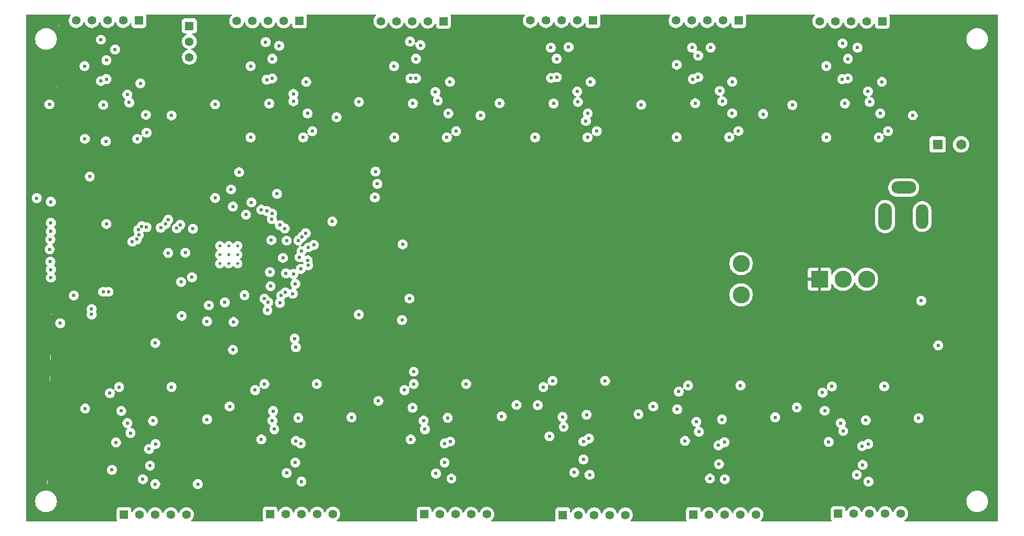
<source format=gbr>
%TF.GenerationSoftware,KiCad,Pcbnew,9.0.0*%
%TF.CreationDate,2025-04-24T16:42:49+01:00*%
%TF.ProjectId,DST,4453542e-6b69-4636-9164-5f7063625858,rev?*%
%TF.SameCoordinates,Original*%
%TF.FileFunction,Copper,L3,Inr*%
%TF.FilePolarity,Positive*%
%FSLAX46Y46*%
G04 Gerber Fmt 4.6, Leading zero omitted, Abs format (unit mm)*
G04 Created by KiCad (PCBNEW 9.0.0) date 2025-04-24 16:42:49*
%MOMM*%
%LPD*%
G01*
G04 APERTURE LIST*
%TA.AperFunction,ComponentPad*%
%ADD10R,1.398000X1.398000*%
%TD*%
%TA.AperFunction,ComponentPad*%
%ADD11C,1.398000*%
%TD*%
%TA.AperFunction,HeatsinkPad*%
%ADD12C,0.500000*%
%TD*%
%TA.AperFunction,ComponentPad*%
%ADD13O,2.200000X4.400000*%
%TD*%
%TA.AperFunction,ComponentPad*%
%ADD14O,2.000000X4.000000*%
%TD*%
%TA.AperFunction,ComponentPad*%
%ADD15O,4.000000X2.000000*%
%TD*%
%TA.AperFunction,ComponentPad*%
%ADD16R,2.775000X2.775000*%
%TD*%
%TA.AperFunction,ComponentPad*%
%ADD17C,2.775000*%
%TD*%
%TA.AperFunction,ComponentPad*%
%ADD18R,1.650000X1.650000*%
%TD*%
%TA.AperFunction,ComponentPad*%
%ADD19C,1.650000*%
%TD*%
%TA.AperFunction,ViaPad*%
%ADD20C,0.600000*%
%TD*%
G04 APERTURE END LIST*
D10*
%TO.N,/SWCLK*%
%TO.C,J2*%
X121137500Y-52160000D03*
D11*
%TO.N,GND*%
X121137500Y-54700000D03*
%TO.N,/SWD*%
X121137500Y-57240000D03*
%TD*%
D10*
%TO.N,/OUT1A12*%
%TO.C,J29*%
X112940000Y-51300000D03*
D11*
%TO.N,/OUT1B12*%
X110400000Y-51300000D03*
%TO.N,/OUT2A12*%
X107860000Y-51300000D03*
%TO.N,/OUT2B12*%
X105320000Y-51300000D03*
%TO.N,+3V3*%
X102780000Y-51300000D03*
%TD*%
D12*
%TO.N,GND*%
%TO.C,U1*%
X128962500Y-90737500D03*
X128962500Y-89287500D03*
X128962500Y-87837500D03*
X127512500Y-90737500D03*
X127512500Y-89287500D03*
X127512500Y-87837500D03*
X126062500Y-90737500D03*
X126062500Y-89287500D03*
X126062500Y-87837500D03*
%TD*%
D10*
%TO.N,/OUT1A4*%
%TO.C,J24*%
X181640000Y-131500000D03*
D11*
%TO.N,/OUT1B4*%
X184180000Y-131500000D03*
%TO.N,/OUT2A4*%
X186720000Y-131500000D03*
%TO.N,/OUT2B4*%
X189260000Y-131500000D03*
%TO.N,+3V3*%
X191800000Y-131500000D03*
%TD*%
D10*
%TO.N,/OUT1A5*%
%TO.C,J26*%
X202820000Y-131437500D03*
D11*
%TO.N,/OUT1B5*%
X205360000Y-131437500D03*
%TO.N,/OUT2A5*%
X207900000Y-131437500D03*
%TO.N,/OUT2B5*%
X210440000Y-131437500D03*
%TO.N,+3V3*%
X212980000Y-131437500D03*
%TD*%
D10*
%TO.N,/OUT1A3*%
%TO.C,J22*%
X159180000Y-131400000D03*
D11*
%TO.N,/OUT1B3*%
X161720000Y-131400000D03*
%TO.N,/OUT2A3*%
X164260000Y-131400000D03*
%TO.N,/OUT2B3*%
X166800000Y-131400000D03*
%TO.N,+3V3*%
X169340000Y-131400000D03*
%TD*%
D13*
%TO.N,/12V_IN*%
%TO.C,J13*%
X233900000Y-83100000D03*
D14*
%TO.N,GND*%
X239900000Y-83100000D03*
D15*
%TO.N,unconnected-(J13-Pad3)*%
X236900000Y-78400000D03*
%TD*%
D10*
%TO.N,/OUT1A2*%
%TO.C,J20*%
X134220000Y-131337500D03*
D11*
%TO.N,/OUT1B2*%
X136760000Y-131337500D03*
%TO.N,/OUT2A2*%
X139300000Y-131337500D03*
%TO.N,/OUT2B2*%
X141840000Y-131337500D03*
%TO.N,+3V3*%
X144380000Y-131337500D03*
%TD*%
D10*
%TO.N,/OUT1A7*%
%TO.C,J19*%
X233440000Y-51400000D03*
D11*
%TO.N,/OUT1B7*%
X230900000Y-51400000D03*
%TO.N,/OUT2A7*%
X228360000Y-51400000D03*
%TO.N,/OUT2B7*%
X225820000Y-51400000D03*
%TO.N,+3V3*%
X223280000Y-51400000D03*
%TD*%
D10*
%TO.N,/OUT1A10*%
%TO.C,J25*%
X162320000Y-51400000D03*
D11*
%TO.N,/OUT1B10*%
X159780000Y-51400000D03*
%TO.N,/OUT2A10*%
X157240000Y-51400000D03*
%TO.N,/OUT2B10*%
X154700000Y-51400000D03*
%TO.N,+3V3*%
X152160000Y-51400000D03*
%TD*%
D16*
%TO.N,+12V*%
%TO.C,S1*%
X223250000Y-93250000D03*
D17*
%TO.N,Net-(D2-K)*%
X227060000Y-93250000D03*
%TO.N,unconnected-(S1-Pad3)*%
X230870000Y-93250000D03*
%TO.N,N/C*%
X210550000Y-95790000D03*
X210550000Y-90710000D03*
%TD*%
D10*
%TO.N,/OUT1A1*%
%TO.C,J18*%
X110520000Y-131437500D03*
D11*
%TO.N,/OUT1B1*%
X113060000Y-131437500D03*
%TO.N,/OUT2A1*%
X115600000Y-131437500D03*
%TO.N,/OUT2B1*%
X118140000Y-131437500D03*
%TO.N,+3V3*%
X120680000Y-131437500D03*
%TD*%
D10*
%TO.N,/OUT1A11*%
%TO.C,J27*%
X138980000Y-51362500D03*
D11*
%TO.N,/OUT1B11*%
X136440000Y-51362500D03*
%TO.N,/OUT2A11*%
X133900000Y-51362500D03*
%TO.N,/OUT2B11*%
X131360000Y-51362500D03*
%TO.N,+3V3*%
X128820000Y-51362500D03*
%TD*%
D10*
%TO.N,/OUT1A6*%
%TO.C,J28*%
X226280000Y-131300000D03*
D11*
%TO.N,/OUT1B6*%
X228820000Y-131300000D03*
%TO.N,/OUT2A6*%
X231360000Y-131300000D03*
%TO.N,/OUT2B6*%
X233900000Y-131300000D03*
%TO.N,+3V3*%
X236440000Y-131300000D03*
%TD*%
D18*
%TO.N,/12V_IN*%
%TO.C,J1*%
X242390000Y-71400000D03*
D19*
%TO.N,GND*%
X246200000Y-71400000D03*
%TD*%
D10*
%TO.N,/OUT1A9*%
%TO.C,J23*%
X186540000Y-51300000D03*
D11*
%TO.N,/OUT1B9*%
X184000000Y-51300000D03*
%TO.N,/OUT2A9*%
X181460000Y-51300000D03*
%TO.N,/OUT2B9*%
X178920000Y-51300000D03*
%TO.N,+3V3*%
X176380000Y-51300000D03*
%TD*%
D10*
%TO.N,/OUT1A8*%
%TO.C,J21*%
X210140000Y-51300000D03*
D11*
%TO.N,/OUT1B8*%
X207600000Y-51300000D03*
%TO.N,/OUT2A8*%
X205060000Y-51300000D03*
%TO.N,/OUT2B8*%
X202520000Y-51300000D03*
%TO.N,+3V3*%
X199980000Y-51300000D03*
%TD*%
D20*
%TO.N,GND*%
X104142500Y-58695000D03*
X185000000Y-122500000D03*
X113200000Y-61490000D03*
X200455000Y-111500000D03*
X98450000Y-64900000D03*
X224750000Y-119651000D03*
X203115000Y-64725000D03*
X148615000Y-64500000D03*
X171750000Y-115500000D03*
X233365000Y-61250000D03*
X128300000Y-100200000D03*
X203600000Y-57000000D03*
X200115000Y-70225000D03*
X119666341Y-84432245D03*
X138295000Y-123000000D03*
X107700000Y-84300000D03*
X115250000Y-116250000D03*
X141070000Y-69250000D03*
X216072500Y-115662500D03*
X180160000Y-64750000D03*
X179500000Y-118750000D03*
X107700000Y-57740000D03*
X117700000Y-89000000D03*
X194365000Y-64975000D03*
X133800000Y-98301000D03*
X157000000Y-119250000D03*
X209115000Y-61225000D03*
X148600000Y-99000000D03*
X164365000Y-69250000D03*
X187160000Y-69250000D03*
X114750000Y-123500000D03*
X118250000Y-110750000D03*
X124000000Y-116000000D03*
X163365000Y-61250000D03*
X102400000Y-95900000D03*
X177160000Y-70250000D03*
X100200000Y-100400000D03*
X157500000Y-108250000D03*
X234365000Y-69250000D03*
X171410000Y-64700000D03*
X178500000Y-110750000D03*
X230750000Y-116151000D03*
X155700000Y-87600000D03*
X230250000Y-123401000D03*
X109250000Y-119750000D03*
X140070000Y-61250000D03*
X136300000Y-89800000D03*
X154307500Y-58705000D03*
X125320000Y-64900000D03*
X239750000Y-96750000D03*
X224365000Y-58680000D03*
X125325735Y-80074265D03*
X104200000Y-70490000D03*
X134070000Y-64750000D03*
X162500000Y-123000000D03*
X136900000Y-87000000D03*
X119800000Y-93700000D03*
X188500000Y-109750000D03*
X107200000Y-64990000D03*
X132800000Y-82000000D03*
X105000000Y-76600000D03*
X200115000Y-58475000D03*
X151300000Y-75800000D03*
X233750000Y-110651000D03*
X124000000Y-100100000D03*
X239322500Y-115813500D03*
X180660000Y-57500000D03*
X157865000Y-57500000D03*
X206955000Y-123250000D03*
X136800000Y-92300000D03*
X218865000Y-65000000D03*
X185500000Y-115250000D03*
X163000000Y-115750000D03*
X131070000Y-70250000D03*
X147412500Y-115662500D03*
X154365000Y-70250000D03*
X193912500Y-115162500D03*
X210115000Y-69225000D03*
X224365000Y-70250000D03*
X201455000Y-119500000D03*
X210455000Y-110500000D03*
X227865000Y-57500000D03*
X242500000Y-104000000D03*
X227365000Y-64750000D03*
X131795000Y-111250000D03*
X151600000Y-77800000D03*
X141795000Y-110250000D03*
X134570000Y-57500000D03*
X127900000Y-78700000D03*
X138795000Y-115750000D03*
X131057500Y-58705000D03*
X207455000Y-116000000D03*
X156000000Y-111250000D03*
X114200000Y-69490000D03*
X108250000Y-111750000D03*
X151200000Y-80000000D03*
X132795000Y-119250000D03*
X138400000Y-104300000D03*
X157365000Y-64750000D03*
X223750000Y-111651000D03*
X186160000Y-61250000D03*
X166000000Y-110250000D03*
%TO.N,/OUT1B1*%
X111600000Y-118200000D03*
X108600000Y-124200000D03*
%TO.N,/OUT2A1*%
X122500000Y-126500000D03*
X115600000Y-126500000D03*
X115650000Y-120000000D03*
%TO.N,/OUT1A1*%
X114600000Y-120800000D03*
X113600000Y-125700000D03*
%TO.N,/OUT1A2*%
X136900000Y-124700000D03*
X138395000Y-119500000D03*
%TO.N,/OUT2A2*%
X139300000Y-126100000D03*
X139195000Y-119900000D03*
%TO.N,/OUT1B2*%
X134900000Y-117600000D03*
%TO.N,/OUT2A3*%
X163600000Y-125600000D03*
X163400000Y-119600000D03*
%TO.N,/OUT1B3*%
X159300000Y-117600000D03*
%TO.N,/OUT1A3*%
X161100000Y-124800000D03*
X162500000Y-119900000D03*
%TO.N,/OUT2A4*%
X186000000Y-125000000D03*
X185900000Y-119100000D03*
%TO.N,/OUT1B4*%
X181800000Y-117200000D03*
%TO.N,/OUT1A4*%
X183500000Y-124600000D03*
X185000000Y-119600000D03*
%TO.N,/OUT1A5*%
X206900000Y-120200000D03*
X205500000Y-125600000D03*
%TO.N,/OUT1B5*%
X203700000Y-118000000D03*
%TO.N,/OUT2A5*%
X207900000Y-125700000D03*
X207855000Y-119700000D03*
%TO.N,/OUT1A6*%
X230146568Y-120352961D03*
X229300000Y-125000000D03*
%TO.N,/OUT1B6*%
X227100000Y-117900000D03*
%TO.N,/OUT2A6*%
X231150000Y-120000000D03*
X231200000Y-126100000D03*
%TO.N,/OUT1B7*%
X231100000Y-62800000D03*
%TO.N,/OUT2A7*%
X227000000Y-55000000D03*
X226965000Y-60800000D03*
%TO.N,/OUT1A7*%
X229400000Y-55700000D03*
X227860821Y-60674723D03*
%TO.N,/OUT1A8*%
X205600000Y-55700000D03*
X203600000Y-60500000D03*
%TO.N,/OUT1B8*%
X207100000Y-62700000D03*
%TO.N,/OUT2A8*%
X202600000Y-55700000D03*
X202715000Y-60800000D03*
%TO.N,/OUT1B9*%
X184000000Y-62800000D03*
%TO.N,/OUT2A9*%
X179700000Y-55700000D03*
X179760000Y-60600000D03*
%TO.N,/OUT1A9*%
X180700000Y-60500000D03*
X182600000Y-55600000D03*
%TO.N,/OUT1B10*%
X161000000Y-62900000D03*
%TO.N,/OUT1A10*%
X157860821Y-60674723D03*
X158600000Y-55300000D03*
%TO.N,/OUT2A10*%
X156965000Y-60700000D03*
X156900000Y-54700000D03*
%TO.N,/OUT1A11*%
X135700000Y-55400000D03*
X134564246Y-60677178D03*
%TO.N,/OUT2A11*%
X133670000Y-60900000D03*
X133500000Y-54800000D03*
%TO.N,/OUT1B11*%
X138000000Y-63200000D03*
%TO.N,/OUT1A12*%
X107700000Y-60800000D03*
X109100000Y-56000000D03*
%TO.N,/OUT1B12*%
X111100000Y-63300000D03*
%TO.N,/OUT2A12*%
X106800000Y-61100000D03*
X106800000Y-54400000D03*
%TO.N,+3V3*%
X134424265Y-86924265D03*
X196322500Y-113912500D03*
X214115000Y-66475000D03*
X145000000Y-67000000D03*
X121554725Y-92945675D03*
X180000000Y-109750000D03*
X128195261Y-81473760D03*
X201955000Y-110500000D03*
X219572500Y-114063500D03*
X118245000Y-66690000D03*
X157500000Y-110250000D03*
X130312500Y-82800000D03*
X121708698Y-85085504D03*
X130073988Y-95850241D03*
X162865000Y-70250000D03*
X144300000Y-83900000D03*
X225250000Y-110651000D03*
X133295000Y-110250000D03*
X127662500Y-113912500D03*
X134206196Y-92093804D03*
X109750000Y-110750000D03*
X120479438Y-88955691D03*
X138200000Y-102900000D03*
X174162500Y-113662500D03*
X185660000Y-70250000D03*
X126875191Y-97023306D03*
X139570000Y-70250000D03*
X151750000Y-113000000D03*
X238365000Y-66680000D03*
X185400000Y-67600000D03*
X119900000Y-99200000D03*
X112700000Y-70490000D03*
X232865000Y-70250000D03*
X124300000Y-97500000D03*
X156800000Y-96400000D03*
X135345000Y-79410000D03*
X208615000Y-70225000D03*
X168307500Y-66705000D03*
X104250000Y-114250000D03*
%TO.N,/DIR12*%
X111400000Y-64600000D03*
X131200000Y-80800000D03*
%TO.N,/DIR9*%
X140000000Y-85785232D03*
X184100000Y-64500000D03*
%TO.N,/DIR1*%
X111100000Y-116600000D03*
X128200000Y-104700000D03*
X133900000Y-97000000D03*
%TO.N,/DIR8*%
X207500000Y-64400000D03*
X138791092Y-86985232D03*
%TO.N,/EXT_GPIO1*%
X117300000Y-84300000D03*
X96400000Y-80100000D03*
%TO.N,/STEP1*%
X133300000Y-96400000D03*
X110100000Y-114625000D03*
X115600000Y-103600000D03*
%TO.N,/STEP6*%
X224100000Y-114600000D03*
X140303976Y-90205781D03*
%TO.N,/DIR6*%
X139000000Y-89700000D03*
X226700000Y-116600000D03*
%TO.N,/DIR2*%
X134300000Y-94400000D03*
X134600000Y-116200000D03*
%TO.N,/STEP10*%
X163100000Y-66375000D03*
X136600000Y-85028000D03*
%TO.N,/STEP4*%
X177600000Y-113700000D03*
X138300000Y-94000000D03*
%TO.N,/DIR3*%
X136700000Y-95400000D03*
X159100000Y-116200000D03*
%TO.N,/STEP11*%
X140300000Y-66375000D03*
X134500000Y-83500000D03*
%TO.N,/STEP8*%
X209100000Y-66350000D03*
X141300000Y-87700000D03*
%TO.N,/DIR7*%
X140400000Y-88100000D03*
X231400000Y-64500000D03*
%TO.N,/STEP7*%
X233100000Y-66375000D03*
X139300000Y-88700000D03*
%TO.N,/DIR5*%
X140400000Y-91000000D03*
X203300000Y-116400000D03*
%TO.N,/STEP12*%
X114100000Y-66600000D03*
X133700000Y-82200000D03*
%TO.N,/STEP9*%
X185700000Y-66375000D03*
X139400000Y-86385232D03*
%TO.N,/STEP3*%
X157300000Y-114125000D03*
X136000000Y-95900000D03*
%TO.N,/DIR4*%
X138000000Y-92400000D03*
X181600000Y-115600000D03*
%TO.N,/EXT_GPIO5*%
X113395836Y-84678014D03*
X98600000Y-86800000D03*
%TO.N,/STEP5*%
X139200000Y-91600000D03*
X200200000Y-114375000D03*
%TO.N,/STEP2*%
X134700000Y-114650000D03*
X135800000Y-97100000D03*
%TO.N,/DIR10*%
X161400000Y-64300000D03*
X135800000Y-84500000D03*
%TO.N,/DIR11*%
X138000000Y-64400000D03*
X134551470Y-82600000D03*
%TO.N,/EXT_GPIO4*%
X114184097Y-84814569D03*
X98700000Y-85500000D03*
%TO.N,/RESET_N*%
X107600000Y-70900000D03*
X117700000Y-83600000D03*
X129200000Y-75900000D03*
%TO.N,/EXT_GPIO6*%
X112850743Y-85263572D03*
X98500000Y-88400000D03*
%TO.N,/EXT_GPIO9*%
X111900000Y-87163862D03*
X98700000Y-93000000D03*
%TO.N,/EXT_GPIO3*%
X98700000Y-84100000D03*
X119100653Y-84997931D03*
%TO.N,/EXT_GPIO7*%
X112966637Y-86055135D03*
X98600000Y-90400000D03*
%TO.N,/EXT_GPIO8*%
X112632316Y-86781931D03*
X98700000Y-91700000D03*
%TO.N,/EXT_GPIO2*%
X116500000Y-84900000D03*
X98700000Y-80700000D03*
%TO.N,/GPIO0*%
X137900000Y-95600000D03*
X155600000Y-99900000D03*
%TO.N,/USB_D-*%
X107175000Y-95300000D03*
X105300000Y-98125000D03*
%TO.N,/USB_D+*%
X108025000Y-95300000D03*
X105300000Y-98975000D03*
%TO.N,+12V*%
X101600000Y-67900000D03*
X130000000Y-121000000D03*
X221700000Y-67600000D03*
X197500000Y-67700000D03*
X217300000Y-96800000D03*
X215500000Y-91600000D03*
X212100000Y-59200000D03*
X222800000Y-96500000D03*
X191500000Y-112200000D03*
X213500000Y-113000000D03*
X234400000Y-119600000D03*
X168700000Y-112800000D03*
X160600000Y-60100000D03*
X130300000Y-61300000D03*
X206400000Y-60200000D03*
X112000000Y-120800000D03*
X120900000Y-113300000D03*
X174600000Y-67600000D03*
X217300000Y-93200000D03*
X151800000Y-67500000D03*
X204200000Y-120700000D03*
X143070000Y-59250000D03*
X142500000Y-119200000D03*
X198800000Y-121300000D03*
X189300000Y-118700000D03*
X215500000Y-96800000D03*
X220600000Y-91400000D03*
X182200000Y-119900000D03*
X179200000Y-120500000D03*
X223500000Y-61300000D03*
X176400000Y-61300000D03*
X221000000Y-96000000D03*
X106500000Y-121500000D03*
X156800000Y-121000000D03*
X186500000Y-59500000D03*
X235400000Y-101300000D03*
X153600000Y-61300000D03*
X220400000Y-93800000D03*
X163700000Y-59500000D03*
X128200000Y-67900000D03*
X215400000Y-95000000D03*
X166600000Y-119200000D03*
X236800000Y-113300000D03*
X217300000Y-94900000D03*
X211200000Y-119400000D03*
X218600000Y-97600000D03*
X215400000Y-93200000D03*
X224500000Y-121400000D03*
X116200000Y-59490000D03*
X233700000Y-59500000D03*
X159800000Y-120400000D03*
X144400000Y-112800000D03*
X103200000Y-61500000D03*
X119000000Y-119700000D03*
X217300000Y-91600000D03*
X135600000Y-120400000D03*
X183400000Y-60200000D03*
X227200000Y-120900000D03*
X137300000Y-60200000D03*
X199400000Y-61200000D03*
X110500000Y-60300000D03*
X230600000Y-60100000D03*
%TD*%
%TA.AperFunction,Conductor*%
%TO.N,+12V*%
G36*
X99250171Y-80118092D02*
G01*
X99210292Y-80078213D01*
X99210288Y-80078210D01*
X99079185Y-79990609D01*
X99079172Y-79990602D01*
X98933501Y-79930264D01*
X98933489Y-79930261D01*
X98778845Y-79899500D01*
X98778842Y-79899500D01*
X98621158Y-79899500D01*
X98621155Y-79899500D01*
X98466510Y-79930261D01*
X98466498Y-79930264D01*
X98320827Y-79990602D01*
X98320814Y-79990609D01*
X98189711Y-80078210D01*
X98189707Y-80078213D01*
X98078213Y-80189707D01*
X98078210Y-80189711D01*
X97990609Y-80320814D01*
X97990602Y-80320827D01*
X97930264Y-80466498D01*
X97930261Y-80466510D01*
X97899500Y-80621153D01*
X97899500Y-80778846D01*
X97930261Y-80933489D01*
X97930264Y-80933501D01*
X97990602Y-81079172D01*
X97990609Y-81079185D01*
X98078210Y-81210288D01*
X98078213Y-81210292D01*
X98189707Y-81321786D01*
X98189711Y-81321789D01*
X98320814Y-81409390D01*
X98320827Y-81409397D01*
X98466498Y-81469735D01*
X98466503Y-81469737D01*
X98621153Y-81500499D01*
X98621156Y-81500500D01*
X98621158Y-81500500D01*
X98778844Y-81500500D01*
X98778845Y-81500499D01*
X98933497Y-81469737D01*
X99079179Y-81409394D01*
X99210289Y-81321789D01*
X99220556Y-81311521D01*
X99167503Y-83449621D01*
X99079185Y-83390609D01*
X99079172Y-83390602D01*
X98933501Y-83330264D01*
X98933489Y-83330261D01*
X98778845Y-83299500D01*
X98778842Y-83299500D01*
X98621158Y-83299500D01*
X98621155Y-83299500D01*
X98466510Y-83330261D01*
X98466498Y-83330264D01*
X98320827Y-83390602D01*
X98320814Y-83390609D01*
X98189711Y-83478210D01*
X98189707Y-83478213D01*
X98078213Y-83589707D01*
X98078210Y-83589711D01*
X97990609Y-83720814D01*
X97990602Y-83720827D01*
X97930264Y-83866498D01*
X97930261Y-83866510D01*
X97899500Y-84021153D01*
X97899500Y-84178846D01*
X97930261Y-84333489D01*
X97930264Y-84333501D01*
X97990602Y-84479172D01*
X97990609Y-84479185D01*
X98078210Y-84610288D01*
X98078213Y-84610292D01*
X98180240Y-84712319D01*
X98213725Y-84773642D01*
X98208741Y-84843334D01*
X98180240Y-84887681D01*
X98078213Y-84989707D01*
X98078210Y-84989711D01*
X97990609Y-85120814D01*
X97990602Y-85120827D01*
X97930264Y-85266498D01*
X97930261Y-85266510D01*
X97899500Y-85421153D01*
X97899500Y-85578846D01*
X97930261Y-85733489D01*
X97930264Y-85733501D01*
X97990602Y-85879172D01*
X97990609Y-85879185D01*
X98078210Y-86010288D01*
X98080233Y-86012311D01*
X98080955Y-86013633D01*
X98082076Y-86014999D01*
X98081817Y-86015211D01*
X98113723Y-86073631D01*
X98108744Y-86143323D01*
X98080241Y-86187680D01*
X97978210Y-86289711D01*
X97890609Y-86420814D01*
X97890602Y-86420827D01*
X97830264Y-86566498D01*
X97830261Y-86566510D01*
X97799500Y-86721153D01*
X97799500Y-86878846D01*
X97830261Y-87033489D01*
X97830264Y-87033501D01*
X97890602Y-87179172D01*
X97890609Y-87179185D01*
X97978210Y-87310288D01*
X97978213Y-87310292D01*
X98089710Y-87421789D01*
X98157079Y-87466803D01*
X98201884Y-87520415D01*
X98210591Y-87589740D01*
X98180437Y-87652767D01*
X98135646Y-87684464D01*
X98120826Y-87690603D01*
X98120814Y-87690609D01*
X97989711Y-87778210D01*
X97989707Y-87778213D01*
X97878213Y-87889707D01*
X97878210Y-87889711D01*
X97790609Y-88020814D01*
X97790602Y-88020827D01*
X97730264Y-88166498D01*
X97730261Y-88166510D01*
X97699500Y-88321153D01*
X97699500Y-88478846D01*
X97730261Y-88633489D01*
X97730264Y-88633501D01*
X97790602Y-88779172D01*
X97790609Y-88779185D01*
X97878210Y-88910288D01*
X97878213Y-88910292D01*
X97989707Y-89021786D01*
X97989711Y-89021789D01*
X98120814Y-89109390D01*
X98120827Y-89109397D01*
X98266498Y-89169735D01*
X98266503Y-89169737D01*
X98421153Y-89200499D01*
X98421156Y-89200500D01*
X98421158Y-89200500D01*
X98578844Y-89200500D01*
X98578845Y-89200499D01*
X98733497Y-89169737D01*
X98879179Y-89109394D01*
X99010289Y-89021789D01*
X99029717Y-89002360D01*
X99012094Y-89712598D01*
X98979185Y-89690609D01*
X98979172Y-89690602D01*
X98833501Y-89630264D01*
X98833489Y-89630261D01*
X98678845Y-89599500D01*
X98678842Y-89599500D01*
X98521158Y-89599500D01*
X98521155Y-89599500D01*
X98366510Y-89630261D01*
X98366498Y-89630264D01*
X98220827Y-89690602D01*
X98220814Y-89690609D01*
X98089711Y-89778210D01*
X98089707Y-89778213D01*
X97978213Y-89889707D01*
X97978210Y-89889711D01*
X97890609Y-90020814D01*
X97890602Y-90020827D01*
X97830264Y-90166498D01*
X97830261Y-90166510D01*
X97799500Y-90321153D01*
X97799500Y-90478846D01*
X97830261Y-90633489D01*
X97830264Y-90633501D01*
X97890602Y-90779172D01*
X97890609Y-90779185D01*
X97978210Y-90910288D01*
X97978213Y-90910292D01*
X98080240Y-91012319D01*
X98113725Y-91073642D01*
X98108741Y-91143334D01*
X98081999Y-91184947D01*
X98082072Y-91185007D01*
X98081559Y-91185630D01*
X98080247Y-91187674D01*
X98078215Y-91189706D01*
X98078208Y-91189714D01*
X97990609Y-91320814D01*
X97990602Y-91320827D01*
X97930264Y-91466498D01*
X97930261Y-91466510D01*
X97899500Y-91621153D01*
X97899500Y-91778846D01*
X97930261Y-91933489D01*
X97930264Y-91933501D01*
X97990602Y-92079172D01*
X97990609Y-92079185D01*
X98078210Y-92210288D01*
X98078213Y-92210292D01*
X98130240Y-92262319D01*
X98163725Y-92323642D01*
X98158741Y-92393334D01*
X98130240Y-92437681D01*
X98078213Y-92489707D01*
X98078210Y-92489711D01*
X97990609Y-92620814D01*
X97990602Y-92620827D01*
X97930264Y-92766498D01*
X97930261Y-92766510D01*
X97899500Y-92921153D01*
X97899500Y-93078846D01*
X97930261Y-93233489D01*
X97930264Y-93233501D01*
X97990602Y-93379172D01*
X97990609Y-93379185D01*
X98078210Y-93510288D01*
X98078213Y-93510292D01*
X98189707Y-93621786D01*
X98189711Y-93621789D01*
X98320814Y-93709390D01*
X98320827Y-93709397D01*
X98466498Y-93769735D01*
X98466503Y-93769737D01*
X98621153Y-93800499D01*
X98621156Y-93800500D01*
X98621158Y-93800500D01*
X98778844Y-93800500D01*
X98778845Y-93800499D01*
X98911310Y-93774150D01*
X98073022Y-127557173D01*
X98014744Y-127549501D01*
X98014739Y-127549500D01*
X98014734Y-127549500D01*
X97785266Y-127549500D01*
X97785258Y-127549500D01*
X97568715Y-127578009D01*
X97557762Y-127579452D01*
X97464076Y-127604554D01*
X97336112Y-127638842D01*
X97124123Y-127726650D01*
X97124109Y-127726657D01*
X96925382Y-127841392D01*
X96743338Y-127981081D01*
X96581081Y-128143338D01*
X96441392Y-128325382D01*
X96326657Y-128524109D01*
X96326650Y-128524123D01*
X96238842Y-128736112D01*
X96179453Y-128957759D01*
X96179451Y-128957770D01*
X96149500Y-129185258D01*
X96149500Y-129414741D01*
X96174446Y-129604215D01*
X96179452Y-129642238D01*
X96179453Y-129642240D01*
X96238842Y-129863887D01*
X96326650Y-130075876D01*
X96326657Y-130075890D01*
X96441392Y-130274617D01*
X96581081Y-130456661D01*
X96581089Y-130456670D01*
X96624419Y-130500000D01*
X94700500Y-130500000D01*
X94700500Y-80021153D01*
X95599500Y-80021153D01*
X95599500Y-80178846D01*
X95630261Y-80333489D01*
X95630264Y-80333501D01*
X95690602Y-80479172D01*
X95690609Y-80479185D01*
X95778210Y-80610288D01*
X95778213Y-80610292D01*
X95889707Y-80721786D01*
X95889711Y-80721789D01*
X96020814Y-80809390D01*
X96020827Y-80809397D01*
X96166498Y-80869735D01*
X96166503Y-80869737D01*
X96321153Y-80900499D01*
X96321156Y-80900500D01*
X96321158Y-80900500D01*
X96478844Y-80900500D01*
X96478845Y-80900499D01*
X96633497Y-80869737D01*
X96779179Y-80809394D01*
X96910289Y-80721789D01*
X97021789Y-80610289D01*
X97109394Y-80479179D01*
X97169737Y-80333497D01*
X97200500Y-80178842D01*
X97200500Y-80021158D01*
X97200500Y-80021155D01*
X97200499Y-80021153D01*
X97182419Y-79930261D01*
X97169737Y-79866503D01*
X97169735Y-79866498D01*
X97109397Y-79720827D01*
X97109390Y-79720814D01*
X97021789Y-79589711D01*
X97021786Y-79589707D01*
X96910292Y-79478213D01*
X96910288Y-79478210D01*
X96779185Y-79390609D01*
X96779172Y-79390602D01*
X96633501Y-79330264D01*
X96633489Y-79330261D01*
X96478845Y-79299500D01*
X96478842Y-79299500D01*
X96321158Y-79299500D01*
X96321155Y-79299500D01*
X96166510Y-79330261D01*
X96166498Y-79330264D01*
X96020827Y-79390602D01*
X96020814Y-79390609D01*
X95889711Y-79478210D01*
X95889707Y-79478213D01*
X95778213Y-79589707D01*
X95778210Y-79589711D01*
X95690609Y-79720814D01*
X95690602Y-79720827D01*
X95630264Y-79866498D01*
X95630261Y-79866510D01*
X95599500Y-80021153D01*
X94700500Y-80021153D01*
X94700500Y-64821153D01*
X97649500Y-64821153D01*
X97649500Y-64978846D01*
X97680261Y-65133489D01*
X97680264Y-65133501D01*
X97740602Y-65279172D01*
X97740609Y-65279185D01*
X97828210Y-65410288D01*
X97828213Y-65410292D01*
X97939707Y-65521786D01*
X97939711Y-65521789D01*
X98070814Y-65609390D01*
X98070827Y-65609397D01*
X98216498Y-65669735D01*
X98216503Y-65669737D01*
X98371153Y-65700499D01*
X98371156Y-65700500D01*
X98371158Y-65700500D01*
X98528844Y-65700500D01*
X98528845Y-65700499D01*
X98683497Y-65669737D01*
X98829179Y-65609394D01*
X98960289Y-65521789D01*
X99071789Y-65410289D01*
X99159394Y-65279179D01*
X99219737Y-65133497D01*
X99250500Y-64978842D01*
X99250500Y-64821158D01*
X99250500Y-64821155D01*
X99250499Y-64821153D01*
X99219738Y-64666510D01*
X99219737Y-64666503D01*
X99219735Y-64666498D01*
X99159397Y-64520827D01*
X99159390Y-64520814D01*
X99071789Y-64389711D01*
X99071786Y-64389707D01*
X98960292Y-64278213D01*
X98960288Y-64278210D01*
X98829185Y-64190609D01*
X98829172Y-64190602D01*
X98683501Y-64130264D01*
X98683489Y-64130261D01*
X98528845Y-64099500D01*
X98528842Y-64099500D01*
X98371158Y-64099500D01*
X98371155Y-64099500D01*
X98216510Y-64130261D01*
X98216498Y-64130264D01*
X98070827Y-64190602D01*
X98070814Y-64190609D01*
X97939711Y-64278210D01*
X97939707Y-64278213D01*
X97828213Y-64389707D01*
X97828210Y-64389711D01*
X97740609Y-64520814D01*
X97740602Y-64520827D01*
X97680264Y-64666498D01*
X97680261Y-64666510D01*
X97649500Y-64821153D01*
X94700500Y-64821153D01*
X94700500Y-54185258D01*
X96149500Y-54185258D01*
X96149500Y-54414741D01*
X96174446Y-54604215D01*
X96179452Y-54642238D01*
X96179453Y-54642240D01*
X96238842Y-54863887D01*
X96326650Y-55075876D01*
X96326657Y-55075890D01*
X96441392Y-55274617D01*
X96581081Y-55456661D01*
X96581089Y-55456670D01*
X96743330Y-55618911D01*
X96743338Y-55618918D01*
X96925382Y-55758607D01*
X96925385Y-55758608D01*
X96925388Y-55758611D01*
X97124112Y-55873344D01*
X97124117Y-55873346D01*
X97124123Y-55873349D01*
X97215480Y-55911190D01*
X97336113Y-55961158D01*
X97557762Y-56020548D01*
X97785266Y-56050500D01*
X97785273Y-56050500D01*
X98014727Y-56050500D01*
X98014734Y-56050500D01*
X98242238Y-56020548D01*
X98463887Y-55961158D01*
X98675888Y-55873344D01*
X98874612Y-55758611D01*
X99056661Y-55618919D01*
X99056665Y-55618914D01*
X99056670Y-55618911D01*
X99218911Y-55456670D01*
X99218914Y-55456665D01*
X99218919Y-55456661D01*
X99358611Y-55274612D01*
X99473344Y-55075888D01*
X99561158Y-54863887D01*
X99620548Y-54642238D01*
X99650500Y-54414734D01*
X99650500Y-54185266D01*
X99620548Y-53957762D01*
X99561158Y-53736113D01*
X99473344Y-53524112D01*
X99358611Y-53325388D01*
X99358608Y-53325385D01*
X99358607Y-53325382D01*
X99218918Y-53143338D01*
X99218911Y-53143330D01*
X99056670Y-52981089D01*
X99056661Y-52981081D01*
X98874617Y-52841392D01*
X98675890Y-52726657D01*
X98675876Y-52726650D01*
X98463887Y-52638842D01*
X98242238Y-52579452D01*
X98204215Y-52574446D01*
X98014741Y-52549500D01*
X98014734Y-52549500D01*
X97785266Y-52549500D01*
X97785258Y-52549500D01*
X97568715Y-52578009D01*
X97557762Y-52579452D01*
X97464076Y-52604554D01*
X97336112Y-52638842D01*
X97124123Y-52726650D01*
X97124109Y-52726657D01*
X96925382Y-52841392D01*
X96743338Y-52981081D01*
X96581081Y-53143338D01*
X96441392Y-53325382D01*
X96326657Y-53524109D01*
X96326650Y-53524123D01*
X96238842Y-53736112D01*
X96179453Y-53957759D01*
X96179451Y-53957770D01*
X96149500Y-54185258D01*
X94700500Y-54185258D01*
X94700500Y-50424500D01*
X94720185Y-50357461D01*
X94772989Y-50311706D01*
X94824500Y-50300500D01*
X99990062Y-50300500D01*
X99250171Y-80118092D01*
G37*
%TD.AperFunction*%
%TA.AperFunction,Conductor*%
G36*
X99058888Y-87826809D02*
G01*
X99010292Y-87778213D01*
X99010288Y-87778210D01*
X98942920Y-87733196D01*
X98898115Y-87679584D01*
X98889408Y-87610259D01*
X98919562Y-87547231D01*
X98945070Y-87525588D01*
X98954274Y-87519709D01*
X98979179Y-87509394D01*
X99068240Y-87449884D01*
X99058888Y-87826809D01*
G37*
%TD.AperFunction*%
%TD*%
%TA.AperFunction,Conductor*%
%TO.N,+12V*%
G36*
X101850828Y-50320185D02*
G01*
X101896583Y-50372989D01*
X101906527Y-50442147D01*
X101877502Y-50505703D01*
X101871470Y-50512181D01*
X101865075Y-50518575D01*
X101754096Y-50671324D01*
X101668381Y-50839547D01*
X101610035Y-51019115D01*
X101591365Y-51136998D01*
X101580500Y-51205597D01*
X101580500Y-51394403D01*
X101583464Y-51413116D01*
X101610035Y-51580884D01*
X101668381Y-51760452D01*
X101724937Y-51871447D01*
X101754096Y-51928675D01*
X101865073Y-52081422D01*
X101998578Y-52214927D01*
X102151325Y-52325904D01*
X102211465Y-52356547D01*
X102319547Y-52411618D01*
X102319549Y-52411618D01*
X102319552Y-52411620D01*
X102363514Y-52425904D01*
X102499115Y-52469964D01*
X102592356Y-52484732D01*
X102685597Y-52499500D01*
X102685598Y-52499500D01*
X102874402Y-52499500D01*
X102874403Y-52499500D01*
X103060884Y-52469964D01*
X103240448Y-52411620D01*
X103408675Y-52325904D01*
X103561422Y-52214927D01*
X103694927Y-52081422D01*
X103805904Y-51928675D01*
X103891620Y-51760448D01*
X103932069Y-51635958D01*
X103971507Y-51578284D01*
X104035866Y-51551086D01*
X104104712Y-51563001D01*
X104156188Y-51610245D01*
X104167931Y-51635959D01*
X104208381Y-51760452D01*
X104264937Y-51871447D01*
X104294096Y-51928675D01*
X104405073Y-52081422D01*
X104538578Y-52214927D01*
X104691325Y-52325904D01*
X104751465Y-52356547D01*
X104859547Y-52411618D01*
X104859549Y-52411618D01*
X104859552Y-52411620D01*
X104903514Y-52425904D01*
X105039115Y-52469964D01*
X105132356Y-52484732D01*
X105225597Y-52499500D01*
X105225598Y-52499500D01*
X105414402Y-52499500D01*
X105414403Y-52499500D01*
X105600884Y-52469964D01*
X105780448Y-52411620D01*
X105948675Y-52325904D01*
X106101422Y-52214927D01*
X106234927Y-52081422D01*
X106345904Y-51928675D01*
X106431620Y-51760448D01*
X106472069Y-51635958D01*
X106511507Y-51578284D01*
X106575866Y-51551086D01*
X106644712Y-51563001D01*
X106696188Y-51610245D01*
X106707931Y-51635959D01*
X106748381Y-51760452D01*
X106804937Y-51871447D01*
X106834096Y-51928675D01*
X106945073Y-52081422D01*
X107078578Y-52214927D01*
X107231325Y-52325904D01*
X107291465Y-52356547D01*
X107399547Y-52411618D01*
X107399549Y-52411618D01*
X107399552Y-52411620D01*
X107443514Y-52425904D01*
X107579115Y-52469964D01*
X107672356Y-52484732D01*
X107765597Y-52499500D01*
X107765598Y-52499500D01*
X107954402Y-52499500D01*
X107954403Y-52499500D01*
X108140884Y-52469964D01*
X108320448Y-52411620D01*
X108488675Y-52325904D01*
X108641422Y-52214927D01*
X108774927Y-52081422D01*
X108885904Y-51928675D01*
X108971620Y-51760448D01*
X109012069Y-51635958D01*
X109051507Y-51578284D01*
X109115866Y-51551086D01*
X109184712Y-51563001D01*
X109236188Y-51610245D01*
X109247931Y-51635959D01*
X109288381Y-51760452D01*
X109344937Y-51871447D01*
X109374096Y-51928675D01*
X109485073Y-52081422D01*
X109618578Y-52214927D01*
X109771325Y-52325904D01*
X109831465Y-52356547D01*
X109939547Y-52411618D01*
X109939549Y-52411618D01*
X109939552Y-52411620D01*
X109983514Y-52425904D01*
X110119115Y-52469964D01*
X110212356Y-52484732D01*
X110305597Y-52499500D01*
X110305598Y-52499500D01*
X110494402Y-52499500D01*
X110494403Y-52499500D01*
X110680884Y-52469964D01*
X110860448Y-52411620D01*
X111028675Y-52325904D01*
X111181422Y-52214927D01*
X111314927Y-52081422D01*
X111425904Y-51928675D01*
X111506016Y-51771445D01*
X111553989Y-51720651D01*
X111621810Y-51703855D01*
X111687945Y-51726392D01*
X111731397Y-51781107D01*
X111740500Y-51827740D01*
X111740500Y-52046869D01*
X111740501Y-52046876D01*
X111746908Y-52106483D01*
X111797202Y-52241328D01*
X111797206Y-52241335D01*
X111883452Y-52356544D01*
X111883455Y-52356547D01*
X111998664Y-52442793D01*
X111998671Y-52442797D01*
X112133517Y-52493091D01*
X112133516Y-52493091D01*
X112140444Y-52493835D01*
X112193127Y-52499500D01*
X113686872Y-52499499D01*
X113746483Y-52493091D01*
X113881331Y-52442796D01*
X113996546Y-52356546D01*
X114082796Y-52241331D01*
X114133091Y-52106483D01*
X114139500Y-52046873D01*
X114139499Y-51413135D01*
X119938000Y-51413135D01*
X119938000Y-52906870D01*
X119938001Y-52906876D01*
X119944408Y-52966483D01*
X119994702Y-53101328D01*
X119994706Y-53101335D01*
X120080952Y-53216544D01*
X120080955Y-53216547D01*
X120196164Y-53302793D01*
X120196171Y-53302797D01*
X120331017Y-53353091D01*
X120331016Y-53353091D01*
X120337944Y-53353835D01*
X120390627Y-53359500D01*
X120609757Y-53359499D01*
X120676795Y-53379183D01*
X120722550Y-53431987D01*
X120732494Y-53501145D01*
X120703469Y-53564701D01*
X120666052Y-53593983D01*
X120508826Y-53674094D01*
X120356075Y-53785075D01*
X120222575Y-53918575D01*
X120111596Y-54071324D01*
X120025881Y-54239547D01*
X119967535Y-54419115D01*
X119938000Y-54605597D01*
X119938000Y-54794402D01*
X119967535Y-54980884D01*
X120025881Y-55160452D01*
X120084052Y-55274617D01*
X120111596Y-55328675D01*
X120222573Y-55481422D01*
X120356078Y-55614927D01*
X120508825Y-55725904D01*
X120573008Y-55758607D01*
X120677047Y-55811618D01*
X120677049Y-55811618D01*
X120677052Y-55811620D01*
X120744358Y-55833489D01*
X120801540Y-55852069D01*
X120859215Y-55891507D01*
X120886413Y-55955866D01*
X120874498Y-56024712D01*
X120827254Y-56076188D01*
X120801540Y-56087931D01*
X120677047Y-56128381D01*
X120508824Y-56214096D01*
X120356075Y-56325075D01*
X120222575Y-56458575D01*
X120111596Y-56611324D01*
X120025881Y-56779547D01*
X119967535Y-56959115D01*
X119938000Y-57145597D01*
X119938000Y-57334402D01*
X119967535Y-57520884D01*
X120025881Y-57700452D01*
X120086206Y-57818844D01*
X120111596Y-57868675D01*
X120222573Y-58021422D01*
X120356078Y-58154927D01*
X120508825Y-58265904D01*
X120577365Y-58300827D01*
X120677047Y-58351618D01*
X120677049Y-58351618D01*
X120677052Y-58351620D01*
X120773302Y-58382893D01*
X120856615Y-58409964D01*
X120949856Y-58424732D01*
X121043097Y-58439500D01*
X121043098Y-58439500D01*
X121231902Y-58439500D01*
X121231903Y-58439500D01*
X121418384Y-58409964D01*
X121597948Y-58351620D01*
X121766175Y-58265904D01*
X121918922Y-58154927D01*
X122052427Y-58021422D01*
X122163404Y-57868675D01*
X122249120Y-57700448D01*
X122307464Y-57520884D01*
X122323260Y-57421153D01*
X133769500Y-57421153D01*
X133769500Y-57578846D01*
X133800261Y-57733489D01*
X133800264Y-57733501D01*
X133860602Y-57879172D01*
X133860609Y-57879185D01*
X133948210Y-58010288D01*
X133948213Y-58010292D01*
X134059707Y-58121786D01*
X134059711Y-58121789D01*
X134190814Y-58209390D01*
X134190827Y-58209397D01*
X134289558Y-58250292D01*
X134336503Y-58269737D01*
X134491153Y-58300499D01*
X134491156Y-58300500D01*
X134491158Y-58300500D01*
X134648844Y-58300500D01*
X134648845Y-58300499D01*
X134803497Y-58269737D01*
X134949179Y-58209394D01*
X135080289Y-58121789D01*
X135191789Y-58010289D01*
X135279394Y-57879179D01*
X135339737Y-57733497D01*
X135370500Y-57578842D01*
X135370500Y-57421158D01*
X135370500Y-57421155D01*
X135370499Y-57421153D01*
X157064500Y-57421153D01*
X157064500Y-57578846D01*
X157095261Y-57733489D01*
X157095264Y-57733501D01*
X157155602Y-57879172D01*
X157155609Y-57879185D01*
X157243210Y-58010288D01*
X157243213Y-58010292D01*
X157354707Y-58121786D01*
X157354711Y-58121789D01*
X157485814Y-58209390D01*
X157485827Y-58209397D01*
X157584558Y-58250292D01*
X157631503Y-58269737D01*
X157786153Y-58300499D01*
X157786156Y-58300500D01*
X157786158Y-58300500D01*
X157943844Y-58300500D01*
X157943845Y-58300499D01*
X158098497Y-58269737D01*
X158244179Y-58209394D01*
X158375289Y-58121789D01*
X158486789Y-58010289D01*
X158574394Y-57879179D01*
X158634737Y-57733497D01*
X158665500Y-57578842D01*
X158665500Y-57421158D01*
X158665500Y-57421155D01*
X158665499Y-57421153D01*
X179859500Y-57421153D01*
X179859500Y-57578846D01*
X179890261Y-57733489D01*
X179890264Y-57733501D01*
X179950602Y-57879172D01*
X179950609Y-57879185D01*
X180038210Y-58010288D01*
X180038213Y-58010292D01*
X180149707Y-58121786D01*
X180149711Y-58121789D01*
X180280814Y-58209390D01*
X180280827Y-58209397D01*
X180379558Y-58250292D01*
X180426503Y-58269737D01*
X180581153Y-58300499D01*
X180581156Y-58300500D01*
X180581158Y-58300500D01*
X180738844Y-58300500D01*
X180738845Y-58300499D01*
X180893497Y-58269737D01*
X181039179Y-58209394D01*
X181170289Y-58121789D01*
X181281789Y-58010289D01*
X181369394Y-57879179D01*
X181429737Y-57733497D01*
X181460500Y-57578842D01*
X181460500Y-57421158D01*
X181460500Y-57421155D01*
X181460499Y-57421153D01*
X181443243Y-57334402D01*
X181429737Y-57266503D01*
X181416062Y-57233489D01*
X181369397Y-57120827D01*
X181369390Y-57120814D01*
X181281789Y-56989711D01*
X181281786Y-56989707D01*
X181170292Y-56878213D01*
X181170288Y-56878210D01*
X181039185Y-56790609D01*
X181039172Y-56790602D01*
X180893501Y-56730264D01*
X180893489Y-56730261D01*
X180738845Y-56699500D01*
X180738842Y-56699500D01*
X180581158Y-56699500D01*
X180581155Y-56699500D01*
X180426510Y-56730261D01*
X180426498Y-56730264D01*
X180280827Y-56790602D01*
X180280814Y-56790609D01*
X180149711Y-56878210D01*
X180149707Y-56878213D01*
X180038213Y-56989707D01*
X180038210Y-56989711D01*
X179950609Y-57120814D01*
X179950602Y-57120827D01*
X179890264Y-57266498D01*
X179890261Y-57266510D01*
X179859500Y-57421153D01*
X158665499Y-57421153D01*
X158648243Y-57334402D01*
X158634737Y-57266503D01*
X158621062Y-57233489D01*
X158574397Y-57120827D01*
X158574390Y-57120814D01*
X158486789Y-56989711D01*
X158486786Y-56989707D01*
X158375292Y-56878213D01*
X158375288Y-56878210D01*
X158244185Y-56790609D01*
X158244172Y-56790602D01*
X158098501Y-56730264D01*
X158098489Y-56730261D01*
X157943845Y-56699500D01*
X157943842Y-56699500D01*
X157786158Y-56699500D01*
X157786155Y-56699500D01*
X157631510Y-56730261D01*
X157631498Y-56730264D01*
X157485827Y-56790602D01*
X157485814Y-56790609D01*
X157354711Y-56878210D01*
X157354707Y-56878213D01*
X157243213Y-56989707D01*
X157243210Y-56989711D01*
X157155609Y-57120814D01*
X157155602Y-57120827D01*
X157095264Y-57266498D01*
X157095261Y-57266510D01*
X157064500Y-57421153D01*
X135370499Y-57421153D01*
X135353243Y-57334402D01*
X135339737Y-57266503D01*
X135326062Y-57233489D01*
X135279397Y-57120827D01*
X135279390Y-57120814D01*
X135191789Y-56989711D01*
X135191786Y-56989707D01*
X135080292Y-56878213D01*
X135080288Y-56878210D01*
X134949185Y-56790609D01*
X134949172Y-56790602D01*
X134803501Y-56730264D01*
X134803489Y-56730261D01*
X134648845Y-56699500D01*
X134648842Y-56699500D01*
X134491158Y-56699500D01*
X134491155Y-56699500D01*
X134336510Y-56730261D01*
X134336498Y-56730264D01*
X134190827Y-56790602D01*
X134190814Y-56790609D01*
X134059711Y-56878210D01*
X134059707Y-56878213D01*
X133948213Y-56989707D01*
X133948210Y-56989711D01*
X133860609Y-57120814D01*
X133860602Y-57120827D01*
X133800264Y-57266498D01*
X133800261Y-57266510D01*
X133769500Y-57421153D01*
X122323260Y-57421153D01*
X122337000Y-57334403D01*
X122337000Y-57145597D01*
X122326427Y-57078842D01*
X122307464Y-56959115D01*
X122255926Y-56800499D01*
X122249120Y-56779552D01*
X122249118Y-56779549D01*
X122249118Y-56779547D01*
X122187246Y-56658118D01*
X122163404Y-56611325D01*
X122052427Y-56458578D01*
X121918922Y-56325073D01*
X121766175Y-56214096D01*
X121747778Y-56204722D01*
X121597952Y-56128381D01*
X121473459Y-56087931D01*
X121415784Y-56048493D01*
X121388586Y-55984134D01*
X121400501Y-55915288D01*
X121447745Y-55863812D01*
X121473459Y-55852069D01*
X121597948Y-55811620D01*
X121766175Y-55725904D01*
X121918922Y-55614927D01*
X122052427Y-55481422D01*
X122163404Y-55328675D01*
X122249120Y-55160448D01*
X122307464Y-54980884D01*
X122337000Y-54794403D01*
X122337000Y-54721153D01*
X132699500Y-54721153D01*
X132699500Y-54878846D01*
X132730261Y-55033489D01*
X132730264Y-55033501D01*
X132790602Y-55179172D01*
X132790609Y-55179185D01*
X132878210Y-55310288D01*
X132878213Y-55310292D01*
X132989707Y-55421786D01*
X132989711Y-55421789D01*
X133120814Y-55509390D01*
X133120827Y-55509397D01*
X133261394Y-55567621D01*
X133266503Y-55569737D01*
X133421153Y-55600499D01*
X133421156Y-55600500D01*
X133421158Y-55600500D01*
X133578844Y-55600500D01*
X133578845Y-55600499D01*
X133733497Y-55569737D01*
X133879179Y-55509394D01*
X134010289Y-55421789D01*
X134110925Y-55321153D01*
X134899500Y-55321153D01*
X134899500Y-55478846D01*
X134930261Y-55633489D01*
X134930264Y-55633501D01*
X134990602Y-55779172D01*
X134990609Y-55779185D01*
X135078210Y-55910288D01*
X135078213Y-55910292D01*
X135189707Y-56021786D01*
X135189711Y-56021789D01*
X135320814Y-56109390D01*
X135320827Y-56109397D01*
X135466498Y-56169735D01*
X135466503Y-56169737D01*
X135616131Y-56199500D01*
X135621153Y-56200499D01*
X135621156Y-56200500D01*
X135621158Y-56200500D01*
X135778844Y-56200500D01*
X135778845Y-56200499D01*
X135933497Y-56169737D01*
X136079179Y-56109394D01*
X136210289Y-56021789D01*
X136321789Y-55910289D01*
X136409394Y-55779179D01*
X136417914Y-55758611D01*
X136438301Y-55709390D01*
X136469737Y-55633497D01*
X136500500Y-55478842D01*
X136500500Y-55321158D01*
X136500500Y-55321155D01*
X136500499Y-55321153D01*
X136482419Y-55230261D01*
X136469737Y-55166503D01*
X136437929Y-55089711D01*
X136409397Y-55020827D01*
X136409390Y-55020814D01*
X136321789Y-54889711D01*
X136321786Y-54889707D01*
X136210292Y-54778213D01*
X136210288Y-54778210D01*
X136120429Y-54718168D01*
X136079185Y-54690609D01*
X136079172Y-54690602D01*
X135933501Y-54630264D01*
X135933489Y-54630261D01*
X135887701Y-54621153D01*
X156099500Y-54621153D01*
X156099500Y-54778846D01*
X156130261Y-54933489D01*
X156130264Y-54933501D01*
X156190602Y-55079172D01*
X156190609Y-55079185D01*
X156278210Y-55210288D01*
X156278213Y-55210292D01*
X156389707Y-55321786D01*
X156389711Y-55321789D01*
X156520814Y-55409390D01*
X156520827Y-55409397D01*
X156634956Y-55456670D01*
X156666503Y-55469737D01*
X156821153Y-55500499D01*
X156821156Y-55500500D01*
X156821158Y-55500500D01*
X156978844Y-55500500D01*
X156978845Y-55500499D01*
X157133497Y-55469737D01*
X157279179Y-55409394D01*
X157410289Y-55321789D01*
X157521789Y-55210289D01*
X157555092Y-55160448D01*
X157573957Y-55132215D01*
X157627569Y-55087409D01*
X157696894Y-55078702D01*
X157759921Y-55108856D01*
X157796641Y-55168299D01*
X157798308Y-55214916D01*
X157800097Y-55215093D01*
X157799500Y-55221155D01*
X157799500Y-55378846D01*
X157830261Y-55533489D01*
X157830264Y-55533501D01*
X157890602Y-55679172D01*
X157890609Y-55679185D01*
X157978210Y-55810288D01*
X157978213Y-55810292D01*
X158089707Y-55921786D01*
X158089711Y-55921789D01*
X158220814Y-56009390D01*
X158220827Y-56009397D01*
X158320060Y-56050500D01*
X158366503Y-56069737D01*
X158521153Y-56100499D01*
X158521156Y-56100500D01*
X158521158Y-56100500D01*
X158678844Y-56100500D01*
X158678845Y-56100499D01*
X158833497Y-56069737D01*
X158952251Y-56020548D01*
X158979172Y-56009397D01*
X158979172Y-56009396D01*
X158979179Y-56009394D01*
X159110289Y-55921789D01*
X159221789Y-55810289D01*
X159309394Y-55679179D01*
X159309534Y-55678842D01*
X159333429Y-55621153D01*
X178899500Y-55621153D01*
X178899500Y-55778846D01*
X178930261Y-55933489D01*
X178930264Y-55933501D01*
X178990602Y-56079172D01*
X178990609Y-56079185D01*
X179078210Y-56210288D01*
X179078213Y-56210292D01*
X179189707Y-56321786D01*
X179189711Y-56321789D01*
X179320814Y-56409390D01*
X179320827Y-56409397D01*
X179466498Y-56469735D01*
X179466503Y-56469737D01*
X179621153Y-56500499D01*
X179621156Y-56500500D01*
X179621158Y-56500500D01*
X179778844Y-56500500D01*
X179778845Y-56500499D01*
X179933497Y-56469737D01*
X180079179Y-56409394D01*
X180210289Y-56321789D01*
X180321789Y-56210289D01*
X180409394Y-56079179D01*
X180469737Y-55933497D01*
X180500500Y-55778842D01*
X180500500Y-55621158D01*
X180500500Y-55621155D01*
X180484209Y-55539258D01*
X180484209Y-55539257D01*
X180480608Y-55521153D01*
X181799500Y-55521153D01*
X181799500Y-55678846D01*
X181830261Y-55833489D01*
X181830264Y-55833501D01*
X181890602Y-55979172D01*
X181890609Y-55979185D01*
X181978210Y-56110288D01*
X181978213Y-56110292D01*
X182089707Y-56221786D01*
X182089711Y-56221789D01*
X182220814Y-56309390D01*
X182220827Y-56309397D01*
X182366498Y-56369735D01*
X182366503Y-56369737D01*
X182521153Y-56400499D01*
X182521156Y-56400500D01*
X182521158Y-56400500D01*
X182678844Y-56400500D01*
X182678845Y-56400499D01*
X182833497Y-56369737D01*
X182979179Y-56309394D01*
X183110289Y-56221789D01*
X183221789Y-56110289D01*
X183309394Y-55979179D01*
X183316859Y-55961158D01*
X183328319Y-55933489D01*
X183369737Y-55833497D01*
X183400500Y-55678842D01*
X183400500Y-55621153D01*
X201799500Y-55621153D01*
X201799500Y-55778846D01*
X201830261Y-55933489D01*
X201830264Y-55933501D01*
X201890602Y-56079172D01*
X201890609Y-56079185D01*
X201978210Y-56210288D01*
X201978213Y-56210292D01*
X202089707Y-56321786D01*
X202089711Y-56321789D01*
X202220814Y-56409390D01*
X202220827Y-56409397D01*
X202366498Y-56469735D01*
X202366503Y-56469737D01*
X202521153Y-56500499D01*
X202521156Y-56500500D01*
X202521158Y-56500500D01*
X202678843Y-56500500D01*
X202691225Y-56498036D01*
X202736403Y-56489050D01*
X202805992Y-56495276D01*
X202861170Y-56538139D01*
X202884416Y-56604028D01*
X202875156Y-56658118D01*
X202830263Y-56766503D01*
X202830261Y-56766510D01*
X202799500Y-56921153D01*
X202799500Y-57078846D01*
X202830261Y-57233489D01*
X202830264Y-57233501D01*
X202890602Y-57379172D01*
X202890609Y-57379185D01*
X202978210Y-57510288D01*
X202978213Y-57510292D01*
X203089707Y-57621786D01*
X203089711Y-57621789D01*
X203220814Y-57709390D01*
X203220827Y-57709397D01*
X203356520Y-57765602D01*
X203366503Y-57769737D01*
X203521153Y-57800499D01*
X203521156Y-57800500D01*
X203521158Y-57800500D01*
X203678844Y-57800500D01*
X203678845Y-57800499D01*
X203833497Y-57769737D01*
X203979179Y-57709394D01*
X204110289Y-57621789D01*
X204221789Y-57510289D01*
X204281348Y-57421153D01*
X227064500Y-57421153D01*
X227064500Y-57578846D01*
X227095261Y-57733489D01*
X227095264Y-57733501D01*
X227155602Y-57879172D01*
X227155609Y-57879185D01*
X227243210Y-58010288D01*
X227243213Y-58010292D01*
X227354707Y-58121786D01*
X227354711Y-58121789D01*
X227485814Y-58209390D01*
X227485827Y-58209397D01*
X227584558Y-58250292D01*
X227631503Y-58269737D01*
X227786153Y-58300499D01*
X227786156Y-58300500D01*
X227786158Y-58300500D01*
X227943844Y-58300500D01*
X227943845Y-58300499D01*
X228098497Y-58269737D01*
X228244179Y-58209394D01*
X228375289Y-58121789D01*
X228486789Y-58010289D01*
X228574394Y-57879179D01*
X228634737Y-57733497D01*
X228665500Y-57578842D01*
X228665500Y-57421158D01*
X228665500Y-57421155D01*
X228665499Y-57421153D01*
X228648243Y-57334402D01*
X228634737Y-57266503D01*
X228621062Y-57233489D01*
X228574397Y-57120827D01*
X228574390Y-57120814D01*
X228486789Y-56989711D01*
X228486786Y-56989707D01*
X228375292Y-56878213D01*
X228375288Y-56878210D01*
X228244185Y-56790609D01*
X228244172Y-56790602D01*
X228098501Y-56730264D01*
X228098489Y-56730261D01*
X227943845Y-56699500D01*
X227943842Y-56699500D01*
X227786158Y-56699500D01*
X227786155Y-56699500D01*
X227631510Y-56730261D01*
X227631498Y-56730264D01*
X227485827Y-56790602D01*
X227485814Y-56790609D01*
X227354711Y-56878210D01*
X227354707Y-56878213D01*
X227243213Y-56989707D01*
X227243210Y-56989711D01*
X227155609Y-57120814D01*
X227155602Y-57120827D01*
X227095264Y-57266498D01*
X227095261Y-57266510D01*
X227064500Y-57421153D01*
X204281348Y-57421153D01*
X204309394Y-57379179D01*
X204369737Y-57233497D01*
X204400500Y-57078842D01*
X204400500Y-56921158D01*
X204400500Y-56921155D01*
X204400499Y-56921153D01*
X204374531Y-56790606D01*
X204369737Y-56766503D01*
X204369735Y-56766498D01*
X204309397Y-56620827D01*
X204309390Y-56620814D01*
X204221789Y-56489711D01*
X204221786Y-56489707D01*
X204110292Y-56378213D01*
X204110288Y-56378210D01*
X203979185Y-56290609D01*
X203979172Y-56290602D01*
X203833501Y-56230264D01*
X203833489Y-56230261D01*
X203678845Y-56199500D01*
X203678842Y-56199500D01*
X203521158Y-56199500D01*
X203521153Y-56199500D01*
X203463596Y-56210949D01*
X203394004Y-56204722D01*
X203338827Y-56161859D01*
X203315583Y-56095969D01*
X203324844Y-56041880D01*
X203350818Y-55979172D01*
X203369737Y-55933497D01*
X203400500Y-55778842D01*
X203400500Y-55621158D01*
X203400500Y-55621155D01*
X203400499Y-55621153D01*
X204799500Y-55621153D01*
X204799500Y-55778846D01*
X204830261Y-55933489D01*
X204830264Y-55933501D01*
X204890602Y-56079172D01*
X204890609Y-56079185D01*
X204978210Y-56210288D01*
X204978213Y-56210292D01*
X205089707Y-56321786D01*
X205089711Y-56321789D01*
X205220814Y-56409390D01*
X205220827Y-56409397D01*
X205366498Y-56469735D01*
X205366503Y-56469737D01*
X205521153Y-56500499D01*
X205521156Y-56500500D01*
X205521158Y-56500500D01*
X205678844Y-56500500D01*
X205678845Y-56500499D01*
X205833497Y-56469737D01*
X205979179Y-56409394D01*
X206110289Y-56321789D01*
X206221789Y-56210289D01*
X206309394Y-56079179D01*
X206369737Y-55933497D01*
X206400500Y-55778842D01*
X206400500Y-55621158D01*
X206400500Y-55621155D01*
X206400499Y-55621153D01*
X206381847Y-55527385D01*
X206369737Y-55466503D01*
X206333569Y-55379185D01*
X206309397Y-55320827D01*
X206309390Y-55320814D01*
X206221789Y-55189711D01*
X206221786Y-55189707D01*
X206110292Y-55078213D01*
X206110288Y-55078210D01*
X206020429Y-55018168D01*
X205979185Y-54990609D01*
X205979172Y-54990602D01*
X205833501Y-54930264D01*
X205833489Y-54930261D01*
X205787701Y-54921153D01*
X226199500Y-54921153D01*
X226199500Y-55078846D01*
X226230261Y-55233489D01*
X226230264Y-55233501D01*
X226290602Y-55379172D01*
X226290609Y-55379185D01*
X226378210Y-55510288D01*
X226378213Y-55510292D01*
X226489707Y-55621786D01*
X226489711Y-55621789D01*
X226620814Y-55709390D01*
X226620827Y-55709397D01*
X226739642Y-55758611D01*
X226766503Y-55769737D01*
X226921153Y-55800499D01*
X226921156Y-55800500D01*
X226921158Y-55800500D01*
X227078844Y-55800500D01*
X227078845Y-55800499D01*
X227233497Y-55769737D01*
X227379179Y-55709394D01*
X227510289Y-55621789D01*
X227510925Y-55621153D01*
X228599500Y-55621153D01*
X228599500Y-55778846D01*
X228630261Y-55933489D01*
X228630264Y-55933501D01*
X228690602Y-56079172D01*
X228690609Y-56079185D01*
X228778210Y-56210288D01*
X228778213Y-56210292D01*
X228889707Y-56321786D01*
X228889711Y-56321789D01*
X229020814Y-56409390D01*
X229020827Y-56409397D01*
X229166498Y-56469735D01*
X229166503Y-56469737D01*
X229321153Y-56500499D01*
X229321156Y-56500500D01*
X229321158Y-56500500D01*
X229478844Y-56500500D01*
X229478845Y-56500499D01*
X229633497Y-56469737D01*
X229779179Y-56409394D01*
X229910289Y-56321789D01*
X230021789Y-56210289D01*
X230109394Y-56079179D01*
X230169737Y-55933497D01*
X230200500Y-55778842D01*
X230200500Y-55621158D01*
X230200500Y-55621155D01*
X230200499Y-55621153D01*
X230181847Y-55527385D01*
X230169737Y-55466503D01*
X230133569Y-55379185D01*
X230109397Y-55320827D01*
X230109390Y-55320814D01*
X230021789Y-55189711D01*
X230021786Y-55189707D01*
X229910292Y-55078213D01*
X229910288Y-55078210D01*
X229779185Y-54990609D01*
X229779172Y-54990602D01*
X229633501Y-54930264D01*
X229633489Y-54930261D01*
X229478845Y-54899500D01*
X229478842Y-54899500D01*
X229321158Y-54899500D01*
X229321155Y-54899500D01*
X229166510Y-54930261D01*
X229166498Y-54930264D01*
X229020827Y-54990602D01*
X229020814Y-54990609D01*
X228889711Y-55078210D01*
X228889707Y-55078213D01*
X228778213Y-55189707D01*
X228778210Y-55189711D01*
X228690609Y-55320814D01*
X228690602Y-55320827D01*
X228630264Y-55466498D01*
X228630261Y-55466510D01*
X228599500Y-55621153D01*
X227510925Y-55621153D01*
X227531579Y-55600499D01*
X227604694Y-55527385D01*
X227621786Y-55510292D01*
X227621789Y-55510289D01*
X227709394Y-55379179D01*
X227769737Y-55233497D01*
X227800500Y-55078842D01*
X227800500Y-54921158D01*
X227800500Y-54921155D01*
X227800499Y-54921153D01*
X227794244Y-54889707D01*
X227769737Y-54766503D01*
X227750955Y-54721158D01*
X227709397Y-54620827D01*
X227709390Y-54620814D01*
X227621789Y-54489711D01*
X227621786Y-54489707D01*
X227510292Y-54378213D01*
X227510288Y-54378210D01*
X227379185Y-54290609D01*
X227379172Y-54290602D01*
X227233501Y-54230264D01*
X227233489Y-54230261D01*
X227078845Y-54199500D01*
X227078842Y-54199500D01*
X226921158Y-54199500D01*
X226921155Y-54199500D01*
X226766510Y-54230261D01*
X226766498Y-54230264D01*
X226620827Y-54290602D01*
X226620814Y-54290609D01*
X226489711Y-54378210D01*
X226489707Y-54378213D01*
X226378213Y-54489707D01*
X226378210Y-54489711D01*
X226290609Y-54620814D01*
X226290602Y-54620827D01*
X226230264Y-54766498D01*
X226230261Y-54766510D01*
X226199500Y-54921153D01*
X205787701Y-54921153D01*
X205678845Y-54899500D01*
X205678842Y-54899500D01*
X205521158Y-54899500D01*
X205521155Y-54899500D01*
X205366510Y-54930261D01*
X205366498Y-54930264D01*
X205220827Y-54990602D01*
X205220814Y-54990609D01*
X205089711Y-55078210D01*
X205089707Y-55078213D01*
X204978213Y-55189707D01*
X204978210Y-55189711D01*
X204890609Y-55320814D01*
X204890602Y-55320827D01*
X204830264Y-55466498D01*
X204830261Y-55466510D01*
X204799500Y-55621153D01*
X203400499Y-55621153D01*
X203381847Y-55527385D01*
X203369737Y-55466503D01*
X203333569Y-55379185D01*
X203309397Y-55320827D01*
X203309390Y-55320814D01*
X203221789Y-55189711D01*
X203221786Y-55189707D01*
X203110292Y-55078213D01*
X203110288Y-55078210D01*
X202979185Y-54990609D01*
X202979172Y-54990602D01*
X202833501Y-54930264D01*
X202833489Y-54930261D01*
X202678845Y-54899500D01*
X202678842Y-54899500D01*
X202521158Y-54899500D01*
X202521155Y-54899500D01*
X202366510Y-54930261D01*
X202366498Y-54930264D01*
X202220827Y-54990602D01*
X202220814Y-54990609D01*
X202089711Y-55078210D01*
X202089707Y-55078213D01*
X201978213Y-55189707D01*
X201978210Y-55189711D01*
X201890609Y-55320814D01*
X201890602Y-55320827D01*
X201830264Y-55466498D01*
X201830261Y-55466510D01*
X201799500Y-55621153D01*
X183400500Y-55621153D01*
X183400500Y-55521158D01*
X183400500Y-55521155D01*
X183400499Y-55521153D01*
X183392596Y-55481422D01*
X183369737Y-55366503D01*
X183350955Y-55321158D01*
X183309397Y-55220827D01*
X183309390Y-55220814D01*
X183221789Y-55089711D01*
X183221786Y-55089707D01*
X183110292Y-54978213D01*
X183110288Y-54978210D01*
X182979185Y-54890609D01*
X182979172Y-54890602D01*
X182833501Y-54830264D01*
X182833489Y-54830261D01*
X182678845Y-54799500D01*
X182678842Y-54799500D01*
X182521158Y-54799500D01*
X182521155Y-54799500D01*
X182366510Y-54830261D01*
X182366498Y-54830264D01*
X182220827Y-54890602D01*
X182220814Y-54890609D01*
X182089711Y-54978210D01*
X182089707Y-54978213D01*
X181978213Y-55089707D01*
X181978210Y-55089711D01*
X181890609Y-55220814D01*
X181890602Y-55220827D01*
X181830264Y-55366498D01*
X181830261Y-55366510D01*
X181799500Y-55521153D01*
X180480608Y-55521153D01*
X180474353Y-55489711D01*
X180469737Y-55466503D01*
X180433569Y-55379185D01*
X180409397Y-55320827D01*
X180409390Y-55320814D01*
X180321789Y-55189711D01*
X180321786Y-55189707D01*
X180210292Y-55078213D01*
X180210288Y-55078210D01*
X180079185Y-54990609D01*
X180079172Y-54990602D01*
X179933501Y-54930264D01*
X179933489Y-54930261D01*
X179778845Y-54899500D01*
X179778842Y-54899500D01*
X179621158Y-54899500D01*
X179621155Y-54899500D01*
X179466510Y-54930261D01*
X179466498Y-54930264D01*
X179320827Y-54990602D01*
X179320814Y-54990609D01*
X179189711Y-55078210D01*
X179189707Y-55078213D01*
X179078213Y-55189707D01*
X179078210Y-55189711D01*
X178990609Y-55320814D01*
X178990602Y-55320827D01*
X178930264Y-55466498D01*
X178930261Y-55466510D01*
X178899500Y-55621153D01*
X159333429Y-55621153D01*
X159355603Y-55567621D01*
X159355605Y-55567614D01*
X159369737Y-55533497D01*
X159400500Y-55378842D01*
X159400500Y-55221158D01*
X159400500Y-55221155D01*
X159400499Y-55221153D01*
X159390271Y-55169735D01*
X159369737Y-55066503D01*
X159334273Y-54980884D01*
X159309397Y-54920827D01*
X159309390Y-54920814D01*
X159221789Y-54789711D01*
X159221786Y-54789707D01*
X159110292Y-54678213D01*
X159110288Y-54678210D01*
X158979185Y-54590609D01*
X158979172Y-54590602D01*
X158833501Y-54530264D01*
X158833489Y-54530261D01*
X158678845Y-54499500D01*
X158678842Y-54499500D01*
X158521158Y-54499500D01*
X158521155Y-54499500D01*
X158366510Y-54530261D01*
X158366498Y-54530264D01*
X158220827Y-54590602D01*
X158220814Y-54590609D01*
X158089711Y-54678210D01*
X158089707Y-54678213D01*
X157978213Y-54789707D01*
X157978208Y-54789713D01*
X157926041Y-54867786D01*
X157872429Y-54912590D01*
X157803104Y-54921297D01*
X157740077Y-54891142D01*
X157703358Y-54831698D01*
X157701705Y-54785084D01*
X157699903Y-54784907D01*
X157700500Y-54778844D01*
X157700500Y-54621155D01*
X157700499Y-54621153D01*
X157682419Y-54530261D01*
X157669737Y-54466503D01*
X157650109Y-54419116D01*
X157609397Y-54320827D01*
X157609390Y-54320814D01*
X157521789Y-54189711D01*
X157521786Y-54189707D01*
X157410292Y-54078213D01*
X157410288Y-54078210D01*
X157279185Y-53990609D01*
X157279172Y-53990602D01*
X157133501Y-53930264D01*
X157133489Y-53930261D01*
X156978845Y-53899500D01*
X156978842Y-53899500D01*
X156821158Y-53899500D01*
X156821155Y-53899500D01*
X156666510Y-53930261D01*
X156666498Y-53930264D01*
X156520827Y-53990602D01*
X156520814Y-53990609D01*
X156389711Y-54078210D01*
X156389707Y-54078213D01*
X156278213Y-54189707D01*
X156278210Y-54189711D01*
X156190609Y-54320814D01*
X156190602Y-54320827D01*
X156130264Y-54466498D01*
X156130261Y-54466510D01*
X156099500Y-54621153D01*
X135887701Y-54621153D01*
X135778845Y-54599500D01*
X135778842Y-54599500D01*
X135621158Y-54599500D01*
X135621155Y-54599500D01*
X135466510Y-54630261D01*
X135466498Y-54630264D01*
X135320827Y-54690602D01*
X135320814Y-54690609D01*
X135189711Y-54778210D01*
X135189707Y-54778213D01*
X135078213Y-54889707D01*
X135078210Y-54889711D01*
X134990609Y-55020814D01*
X134990602Y-55020827D01*
X134930264Y-55166498D01*
X134930261Y-55166510D01*
X134899500Y-55321153D01*
X134110925Y-55321153D01*
X134121789Y-55310289D01*
X134181345Y-55221158D01*
X134209390Y-55179185D01*
X134209390Y-55179184D01*
X134209394Y-55179179D01*
X134269737Y-55033497D01*
X134300500Y-54878842D01*
X134300500Y-54721158D01*
X134300500Y-54721155D01*
X134300499Y-54721153D01*
X134282419Y-54630261D01*
X134269737Y-54566503D01*
X134269735Y-54566498D01*
X134209397Y-54420827D01*
X134209390Y-54420814D01*
X134121789Y-54289711D01*
X134121786Y-54289707D01*
X134010292Y-54178213D01*
X134010288Y-54178210D01*
X133879185Y-54090609D01*
X133879172Y-54090602D01*
X133733501Y-54030264D01*
X133733489Y-54030261D01*
X133578845Y-53999500D01*
X133578842Y-53999500D01*
X133421158Y-53999500D01*
X133421155Y-53999500D01*
X133266510Y-54030261D01*
X133266498Y-54030264D01*
X133120827Y-54090602D01*
X133120814Y-54090609D01*
X132989711Y-54178210D01*
X132989707Y-54178213D01*
X132878213Y-54289707D01*
X132878210Y-54289711D01*
X132790609Y-54420814D01*
X132790602Y-54420827D01*
X132730264Y-54566498D01*
X132730261Y-54566510D01*
X132699500Y-54721153D01*
X122337000Y-54721153D01*
X122337000Y-54605597D01*
X122318645Y-54489707D01*
X122307464Y-54419115D01*
X122249118Y-54239547D01*
X122203900Y-54150804D01*
X122163404Y-54071325D01*
X122052427Y-53918578D01*
X121918922Y-53785073D01*
X121766175Y-53674096D01*
X121608945Y-53593983D01*
X121558150Y-53546009D01*
X121541355Y-53478188D01*
X121563892Y-53412054D01*
X121618607Y-53368602D01*
X121665240Y-53359499D01*
X121884372Y-53359499D01*
X121943983Y-53353091D01*
X122078831Y-53302796D01*
X122194046Y-53216546D01*
X122280296Y-53101331D01*
X122330591Y-52966483D01*
X122337000Y-52906873D01*
X122336999Y-51413128D01*
X122330591Y-51353517D01*
X122298731Y-51268097D01*
X122280297Y-51218671D01*
X122280293Y-51218664D01*
X122194047Y-51103455D01*
X122194044Y-51103452D01*
X122078835Y-51017206D01*
X122078828Y-51017202D01*
X121943982Y-50966908D01*
X121943983Y-50966908D01*
X121884383Y-50960501D01*
X121884381Y-50960500D01*
X121884373Y-50960500D01*
X121884364Y-50960500D01*
X120390629Y-50960500D01*
X120390623Y-50960501D01*
X120331016Y-50966908D01*
X120196171Y-51017202D01*
X120196164Y-51017206D01*
X120080955Y-51103452D01*
X120080952Y-51103455D01*
X119994706Y-51218664D01*
X119994702Y-51218671D01*
X119944408Y-51353517D01*
X119940013Y-51394402D01*
X119938001Y-51413123D01*
X119938000Y-51413135D01*
X114139499Y-51413135D01*
X114139499Y-51268097D01*
X114139499Y-50553129D01*
X114139498Y-50553123D01*
X114133091Y-50493517D01*
X114126562Y-50476011D01*
X114123512Y-50467832D01*
X114118528Y-50398140D01*
X114152014Y-50336818D01*
X114213337Y-50303333D01*
X114239694Y-50300500D01*
X127886289Y-50300500D01*
X127953328Y-50320185D01*
X127999083Y-50372989D01*
X128009027Y-50442147D01*
X127980002Y-50505703D01*
X127973970Y-50512181D01*
X127905075Y-50581075D01*
X127794096Y-50733824D01*
X127708381Y-50902047D01*
X127650035Y-51081615D01*
X127620500Y-51268097D01*
X127620500Y-51456902D01*
X127650035Y-51643384D01*
X127708381Y-51822952D01*
X127794095Y-51991173D01*
X127794096Y-51991175D01*
X127905073Y-52143922D01*
X128038578Y-52277427D01*
X128191325Y-52388404D01*
X128251465Y-52419047D01*
X128359547Y-52474118D01*
X128359549Y-52474118D01*
X128359552Y-52474120D01*
X128455492Y-52505293D01*
X128539115Y-52532464D01*
X128604330Y-52542793D01*
X128725597Y-52562000D01*
X128725598Y-52562000D01*
X128914402Y-52562000D01*
X128914403Y-52562000D01*
X129100884Y-52532464D01*
X129280448Y-52474120D01*
X129448675Y-52388404D01*
X129601422Y-52277427D01*
X129734927Y-52143922D01*
X129845904Y-51991175D01*
X129931620Y-51822948D01*
X129972069Y-51698458D01*
X130011507Y-51640784D01*
X130075866Y-51613586D01*
X130144712Y-51625501D01*
X130196188Y-51672745D01*
X130207931Y-51698459D01*
X130248381Y-51822952D01*
X130334095Y-51991173D01*
X130334096Y-51991175D01*
X130445073Y-52143922D01*
X130578578Y-52277427D01*
X130731325Y-52388404D01*
X130791465Y-52419047D01*
X130899547Y-52474118D01*
X130899549Y-52474118D01*
X130899552Y-52474120D01*
X130995492Y-52505293D01*
X131079115Y-52532464D01*
X131144330Y-52542793D01*
X131265597Y-52562000D01*
X131265598Y-52562000D01*
X131454402Y-52562000D01*
X131454403Y-52562000D01*
X131640884Y-52532464D01*
X131820448Y-52474120D01*
X131988675Y-52388404D01*
X132141422Y-52277427D01*
X132274927Y-52143922D01*
X132385904Y-51991175D01*
X132471620Y-51822948D01*
X132512069Y-51698458D01*
X132551507Y-51640784D01*
X132615866Y-51613586D01*
X132684712Y-51625501D01*
X132736188Y-51672745D01*
X132747931Y-51698459D01*
X132788381Y-51822952D01*
X132874095Y-51991173D01*
X132874096Y-51991175D01*
X132985073Y-52143922D01*
X133118578Y-52277427D01*
X133271325Y-52388404D01*
X133331465Y-52419047D01*
X133439547Y-52474118D01*
X133439549Y-52474118D01*
X133439552Y-52474120D01*
X133535492Y-52505293D01*
X133619115Y-52532464D01*
X133684330Y-52542793D01*
X133805597Y-52562000D01*
X133805598Y-52562000D01*
X133994402Y-52562000D01*
X133994403Y-52562000D01*
X134180884Y-52532464D01*
X134360448Y-52474120D01*
X134528675Y-52388404D01*
X134681422Y-52277427D01*
X134814927Y-52143922D01*
X134925904Y-51991175D01*
X135011620Y-51822948D01*
X135052069Y-51698458D01*
X135091507Y-51640784D01*
X135155866Y-51613586D01*
X135224712Y-51625501D01*
X135276188Y-51672745D01*
X135287931Y-51698459D01*
X135328381Y-51822952D01*
X135414095Y-51991173D01*
X135414096Y-51991175D01*
X135525073Y-52143922D01*
X135658578Y-52277427D01*
X135811325Y-52388404D01*
X135871465Y-52419047D01*
X135979547Y-52474118D01*
X135979549Y-52474118D01*
X135979552Y-52474120D01*
X136075492Y-52505293D01*
X136159115Y-52532464D01*
X136224330Y-52542793D01*
X136345597Y-52562000D01*
X136345598Y-52562000D01*
X136534402Y-52562000D01*
X136534403Y-52562000D01*
X136720884Y-52532464D01*
X136900448Y-52474120D01*
X137068675Y-52388404D01*
X137221422Y-52277427D01*
X137354927Y-52143922D01*
X137465904Y-51991175D01*
X137546016Y-51833945D01*
X137593989Y-51783151D01*
X137661810Y-51766355D01*
X137727945Y-51788892D01*
X137771397Y-51843607D01*
X137780500Y-51890240D01*
X137780500Y-52109369D01*
X137780501Y-52109376D01*
X137786908Y-52168983D01*
X137837202Y-52303828D01*
X137837206Y-52303835D01*
X137923452Y-52419044D01*
X137923455Y-52419047D01*
X138038664Y-52505293D01*
X138038671Y-52505297D01*
X138173517Y-52555591D01*
X138173516Y-52555591D01*
X138180444Y-52556335D01*
X138233127Y-52562000D01*
X139726872Y-52561999D01*
X139786483Y-52555591D01*
X139921331Y-52505296D01*
X140036546Y-52419046D01*
X140122796Y-52303831D01*
X140173091Y-52168983D01*
X140179500Y-52109373D01*
X140179499Y-50615628D01*
X140173091Y-50556017D01*
X140172014Y-50553129D01*
X140140201Y-50467833D01*
X140135217Y-50398141D01*
X140168702Y-50336818D01*
X140230026Y-50303334D01*
X140256383Y-50300500D01*
X151263789Y-50300500D01*
X151330828Y-50320185D01*
X151376583Y-50372989D01*
X151386527Y-50442147D01*
X151357502Y-50505703D01*
X151351470Y-50512181D01*
X151245075Y-50618575D01*
X151134096Y-50771324D01*
X151048381Y-50939547D01*
X150990035Y-51119115D01*
X150960500Y-51305597D01*
X150960500Y-51494402D01*
X150990035Y-51680884D01*
X151048381Y-51860452D01*
X151083142Y-51928673D01*
X151134096Y-52028675D01*
X151245073Y-52181422D01*
X151378578Y-52314927D01*
X151531325Y-52425904D01*
X151591465Y-52456547D01*
X151699547Y-52511618D01*
X151699549Y-52511618D01*
X151699552Y-52511620D01*
X151763703Y-52532464D01*
X151879115Y-52569964D01*
X151972356Y-52584732D01*
X152065597Y-52599500D01*
X152065598Y-52599500D01*
X152254402Y-52599500D01*
X152254403Y-52599500D01*
X152440884Y-52569964D01*
X152620448Y-52511620D01*
X152788675Y-52425904D01*
X152941422Y-52314927D01*
X153074927Y-52181422D01*
X153185904Y-52028675D01*
X153271620Y-51860448D01*
X153312069Y-51735958D01*
X153351507Y-51678284D01*
X153415866Y-51651086D01*
X153484712Y-51663001D01*
X153536188Y-51710245D01*
X153547931Y-51735959D01*
X153588381Y-51860452D01*
X153623142Y-51928673D01*
X153674096Y-52028675D01*
X153785073Y-52181422D01*
X153918578Y-52314927D01*
X154071325Y-52425904D01*
X154131465Y-52456547D01*
X154239547Y-52511618D01*
X154239549Y-52511618D01*
X154239552Y-52511620D01*
X154303703Y-52532464D01*
X154419115Y-52569964D01*
X154512356Y-52584732D01*
X154605597Y-52599500D01*
X154605598Y-52599500D01*
X154794402Y-52599500D01*
X154794403Y-52599500D01*
X154980884Y-52569964D01*
X155160448Y-52511620D01*
X155328675Y-52425904D01*
X155481422Y-52314927D01*
X155614927Y-52181422D01*
X155725904Y-52028675D01*
X155811620Y-51860448D01*
X155852069Y-51735958D01*
X155891507Y-51678284D01*
X155955866Y-51651086D01*
X156024712Y-51663001D01*
X156076188Y-51710245D01*
X156087931Y-51735959D01*
X156128381Y-51860452D01*
X156163142Y-51928673D01*
X156214096Y-52028675D01*
X156325073Y-52181422D01*
X156458578Y-52314927D01*
X156611325Y-52425904D01*
X156671465Y-52456547D01*
X156779547Y-52511618D01*
X156779549Y-52511618D01*
X156779552Y-52511620D01*
X156843703Y-52532464D01*
X156959115Y-52569964D01*
X157052356Y-52584732D01*
X157145597Y-52599500D01*
X157145598Y-52599500D01*
X157334402Y-52599500D01*
X157334403Y-52599500D01*
X157520884Y-52569964D01*
X157700448Y-52511620D01*
X157868675Y-52425904D01*
X158021422Y-52314927D01*
X158154927Y-52181422D01*
X158265904Y-52028675D01*
X158351620Y-51860448D01*
X158392069Y-51735958D01*
X158431507Y-51678284D01*
X158495866Y-51651086D01*
X158564712Y-51663001D01*
X158616188Y-51710245D01*
X158627931Y-51735959D01*
X158668381Y-51860452D01*
X158703142Y-51928673D01*
X158754096Y-52028675D01*
X158865073Y-52181422D01*
X158998578Y-52314927D01*
X159151325Y-52425904D01*
X159211465Y-52456547D01*
X159319547Y-52511618D01*
X159319549Y-52511618D01*
X159319552Y-52511620D01*
X159383703Y-52532464D01*
X159499115Y-52569964D01*
X159592356Y-52584732D01*
X159685597Y-52599500D01*
X159685598Y-52599500D01*
X159874402Y-52599500D01*
X159874403Y-52599500D01*
X160060884Y-52569964D01*
X160240448Y-52511620D01*
X160408675Y-52425904D01*
X160561422Y-52314927D01*
X160694927Y-52181422D01*
X160805904Y-52028675D01*
X160886016Y-51871445D01*
X160933989Y-51820651D01*
X161001810Y-51803855D01*
X161067945Y-51826392D01*
X161111397Y-51881107D01*
X161120500Y-51927740D01*
X161120500Y-52146869D01*
X161120501Y-52146876D01*
X161126908Y-52206483D01*
X161177202Y-52341328D01*
X161177206Y-52341335D01*
X161263452Y-52456544D01*
X161263455Y-52456547D01*
X161378664Y-52542793D01*
X161378671Y-52542797D01*
X161513517Y-52593091D01*
X161513516Y-52593091D01*
X161520444Y-52593835D01*
X161573127Y-52599500D01*
X163066872Y-52599499D01*
X163126483Y-52593091D01*
X163261331Y-52542796D01*
X163376546Y-52456546D01*
X163462796Y-52341331D01*
X163513091Y-52206483D01*
X163519500Y-52146873D01*
X163519499Y-50653128D01*
X163513091Y-50593517D01*
X163508450Y-50581075D01*
X163466214Y-50467833D01*
X163461230Y-50398141D01*
X163494715Y-50336818D01*
X163556038Y-50303334D01*
X163582396Y-50300500D01*
X175383789Y-50300500D01*
X175450828Y-50320185D01*
X175496583Y-50372989D01*
X175506527Y-50442147D01*
X175477502Y-50505703D01*
X175471470Y-50512181D01*
X175465075Y-50518575D01*
X175354096Y-50671324D01*
X175268381Y-50839547D01*
X175210035Y-51019115D01*
X175191365Y-51136998D01*
X175180500Y-51205597D01*
X175180500Y-51394403D01*
X175183464Y-51413116D01*
X175210035Y-51580884D01*
X175268381Y-51760452D01*
X175324937Y-51871447D01*
X175354096Y-51928675D01*
X175465073Y-52081422D01*
X175598578Y-52214927D01*
X175751325Y-52325904D01*
X175811465Y-52356547D01*
X175919547Y-52411618D01*
X175919549Y-52411618D01*
X175919552Y-52411620D01*
X175963514Y-52425904D01*
X176099115Y-52469964D01*
X176192356Y-52484732D01*
X176285597Y-52499500D01*
X176285598Y-52499500D01*
X176474402Y-52499500D01*
X176474403Y-52499500D01*
X176660884Y-52469964D01*
X176840448Y-52411620D01*
X177008675Y-52325904D01*
X177161422Y-52214927D01*
X177294927Y-52081422D01*
X177405904Y-51928675D01*
X177491620Y-51760448D01*
X177532069Y-51635958D01*
X177571507Y-51578284D01*
X177635866Y-51551086D01*
X177704712Y-51563001D01*
X177756188Y-51610245D01*
X177767931Y-51635959D01*
X177808381Y-51760452D01*
X177864937Y-51871447D01*
X177894096Y-51928675D01*
X178005073Y-52081422D01*
X178138578Y-52214927D01*
X178291325Y-52325904D01*
X178351465Y-52356547D01*
X178459547Y-52411618D01*
X178459549Y-52411618D01*
X178459552Y-52411620D01*
X178503514Y-52425904D01*
X178639115Y-52469964D01*
X178732356Y-52484732D01*
X178825597Y-52499500D01*
X178825598Y-52499500D01*
X179014402Y-52499500D01*
X179014403Y-52499500D01*
X179200884Y-52469964D01*
X179380448Y-52411620D01*
X179548675Y-52325904D01*
X179701422Y-52214927D01*
X179834927Y-52081422D01*
X179945904Y-51928675D01*
X180031620Y-51760448D01*
X180072069Y-51635958D01*
X180111507Y-51578284D01*
X180175866Y-51551086D01*
X180244712Y-51563001D01*
X180296188Y-51610245D01*
X180307931Y-51635959D01*
X180348381Y-51760452D01*
X180404937Y-51871447D01*
X180434096Y-51928675D01*
X180545073Y-52081422D01*
X180678578Y-52214927D01*
X180831325Y-52325904D01*
X180891465Y-52356547D01*
X180999547Y-52411618D01*
X180999549Y-52411618D01*
X180999552Y-52411620D01*
X181043514Y-52425904D01*
X181179115Y-52469964D01*
X181272356Y-52484732D01*
X181365597Y-52499500D01*
X181365598Y-52499500D01*
X181554402Y-52499500D01*
X181554403Y-52499500D01*
X181740884Y-52469964D01*
X181920448Y-52411620D01*
X182088675Y-52325904D01*
X182241422Y-52214927D01*
X182374927Y-52081422D01*
X182485904Y-51928675D01*
X182571620Y-51760448D01*
X182612069Y-51635958D01*
X182651507Y-51578284D01*
X182715866Y-51551086D01*
X182784712Y-51563001D01*
X182836188Y-51610245D01*
X182847931Y-51635959D01*
X182888381Y-51760452D01*
X182944937Y-51871447D01*
X182974096Y-51928675D01*
X183085073Y-52081422D01*
X183218578Y-52214927D01*
X183371325Y-52325904D01*
X183431465Y-52356547D01*
X183539547Y-52411618D01*
X183539549Y-52411618D01*
X183539552Y-52411620D01*
X183583514Y-52425904D01*
X183719115Y-52469964D01*
X183812356Y-52484732D01*
X183905597Y-52499500D01*
X183905598Y-52499500D01*
X184094402Y-52499500D01*
X184094403Y-52499500D01*
X184280884Y-52469964D01*
X184460448Y-52411620D01*
X184628675Y-52325904D01*
X184781422Y-52214927D01*
X184914927Y-52081422D01*
X185025904Y-51928675D01*
X185106016Y-51771445D01*
X185153989Y-51720651D01*
X185221810Y-51703855D01*
X185287945Y-51726392D01*
X185331397Y-51781107D01*
X185340500Y-51827740D01*
X185340500Y-52046869D01*
X185340501Y-52046876D01*
X185346908Y-52106483D01*
X185397202Y-52241328D01*
X185397206Y-52241335D01*
X185483452Y-52356544D01*
X185483455Y-52356547D01*
X185598664Y-52442793D01*
X185598671Y-52442797D01*
X185733517Y-52493091D01*
X185733516Y-52493091D01*
X185740444Y-52493835D01*
X185793127Y-52499500D01*
X187286872Y-52499499D01*
X187346483Y-52493091D01*
X187481331Y-52442796D01*
X187596546Y-52356546D01*
X187682796Y-52241331D01*
X187733091Y-52106483D01*
X187739500Y-52046873D01*
X187739499Y-50553128D01*
X187733091Y-50493517D01*
X187726562Y-50476011D01*
X187723512Y-50467832D01*
X187718528Y-50398140D01*
X187752014Y-50336818D01*
X187813337Y-50303333D01*
X187839694Y-50300500D01*
X198983789Y-50300500D01*
X199050828Y-50320185D01*
X199096583Y-50372989D01*
X199106527Y-50442147D01*
X199077502Y-50505703D01*
X199071470Y-50512181D01*
X199065075Y-50518575D01*
X198954096Y-50671324D01*
X198868381Y-50839547D01*
X198810035Y-51019115D01*
X198791365Y-51136998D01*
X198780500Y-51205597D01*
X198780500Y-51394403D01*
X198783464Y-51413116D01*
X198810035Y-51580884D01*
X198868381Y-51760452D01*
X198924937Y-51871447D01*
X198954096Y-51928675D01*
X199065073Y-52081422D01*
X199198578Y-52214927D01*
X199351325Y-52325904D01*
X199411465Y-52356547D01*
X199519547Y-52411618D01*
X199519549Y-52411618D01*
X199519552Y-52411620D01*
X199563514Y-52425904D01*
X199699115Y-52469964D01*
X199792356Y-52484732D01*
X199885597Y-52499500D01*
X199885598Y-52499500D01*
X200074402Y-52499500D01*
X200074403Y-52499500D01*
X200260884Y-52469964D01*
X200440448Y-52411620D01*
X200608675Y-52325904D01*
X200761422Y-52214927D01*
X200894927Y-52081422D01*
X201005904Y-51928675D01*
X201091620Y-51760448D01*
X201132069Y-51635958D01*
X201171507Y-51578284D01*
X201235866Y-51551086D01*
X201304712Y-51563001D01*
X201356188Y-51610245D01*
X201367931Y-51635959D01*
X201408381Y-51760452D01*
X201464937Y-51871447D01*
X201494096Y-51928675D01*
X201605073Y-52081422D01*
X201738578Y-52214927D01*
X201891325Y-52325904D01*
X201951465Y-52356547D01*
X202059547Y-52411618D01*
X202059549Y-52411618D01*
X202059552Y-52411620D01*
X202103514Y-52425904D01*
X202239115Y-52469964D01*
X202332356Y-52484732D01*
X202425597Y-52499500D01*
X202425598Y-52499500D01*
X202614402Y-52499500D01*
X202614403Y-52499500D01*
X202800884Y-52469964D01*
X202980448Y-52411620D01*
X203148675Y-52325904D01*
X203301422Y-52214927D01*
X203434927Y-52081422D01*
X203545904Y-51928675D01*
X203631620Y-51760448D01*
X203672069Y-51635958D01*
X203711507Y-51578284D01*
X203775866Y-51551086D01*
X203844712Y-51563001D01*
X203896188Y-51610245D01*
X203907931Y-51635959D01*
X203948381Y-51760452D01*
X204004937Y-51871447D01*
X204034096Y-51928675D01*
X204145073Y-52081422D01*
X204278578Y-52214927D01*
X204431325Y-52325904D01*
X204491465Y-52356547D01*
X204599547Y-52411618D01*
X204599549Y-52411618D01*
X204599552Y-52411620D01*
X204643514Y-52425904D01*
X204779115Y-52469964D01*
X204872356Y-52484732D01*
X204965597Y-52499500D01*
X204965598Y-52499500D01*
X205154402Y-52499500D01*
X205154403Y-52499500D01*
X205340884Y-52469964D01*
X205520448Y-52411620D01*
X205688675Y-52325904D01*
X205841422Y-52214927D01*
X205974927Y-52081422D01*
X206085904Y-51928675D01*
X206171620Y-51760448D01*
X206212069Y-51635958D01*
X206251507Y-51578284D01*
X206315866Y-51551086D01*
X206384712Y-51563001D01*
X206436188Y-51610245D01*
X206447931Y-51635959D01*
X206488381Y-51760452D01*
X206544937Y-51871447D01*
X206574096Y-51928675D01*
X206685073Y-52081422D01*
X206818578Y-52214927D01*
X206971325Y-52325904D01*
X207031465Y-52356547D01*
X207139547Y-52411618D01*
X207139549Y-52411618D01*
X207139552Y-52411620D01*
X207183514Y-52425904D01*
X207319115Y-52469964D01*
X207412356Y-52484732D01*
X207505597Y-52499500D01*
X207505598Y-52499500D01*
X207694402Y-52499500D01*
X207694403Y-52499500D01*
X207880884Y-52469964D01*
X208060448Y-52411620D01*
X208228675Y-52325904D01*
X208381422Y-52214927D01*
X208514927Y-52081422D01*
X208625904Y-51928675D01*
X208706016Y-51771445D01*
X208753989Y-51720651D01*
X208821810Y-51703855D01*
X208887945Y-51726392D01*
X208931397Y-51781107D01*
X208940500Y-51827740D01*
X208940500Y-52046869D01*
X208940501Y-52046876D01*
X208946908Y-52106483D01*
X208997202Y-52241328D01*
X208997206Y-52241335D01*
X209083452Y-52356544D01*
X209083455Y-52356547D01*
X209198664Y-52442793D01*
X209198671Y-52442797D01*
X209333517Y-52493091D01*
X209333516Y-52493091D01*
X209340444Y-52493835D01*
X209393127Y-52499500D01*
X210886872Y-52499499D01*
X210946483Y-52493091D01*
X211081331Y-52442796D01*
X211196546Y-52356546D01*
X211282796Y-52241331D01*
X211333091Y-52106483D01*
X211339500Y-52046873D01*
X211339499Y-50553128D01*
X211333091Y-50493517D01*
X211326562Y-50476011D01*
X211323512Y-50467832D01*
X211318528Y-50398140D01*
X211352014Y-50336818D01*
X211413337Y-50303333D01*
X211439694Y-50300500D01*
X222383789Y-50300500D01*
X222450828Y-50320185D01*
X222496583Y-50372989D01*
X222506527Y-50442147D01*
X222477502Y-50505703D01*
X222471470Y-50512181D01*
X222365075Y-50618575D01*
X222254096Y-50771324D01*
X222168381Y-50939547D01*
X222110035Y-51119115D01*
X222080500Y-51305597D01*
X222080500Y-51494402D01*
X222110035Y-51680884D01*
X222168381Y-51860452D01*
X222203142Y-51928673D01*
X222254096Y-52028675D01*
X222365073Y-52181422D01*
X222498578Y-52314927D01*
X222651325Y-52425904D01*
X222711465Y-52456547D01*
X222819547Y-52511618D01*
X222819549Y-52511618D01*
X222819552Y-52511620D01*
X222883703Y-52532464D01*
X222999115Y-52569964D01*
X223092356Y-52584732D01*
X223185597Y-52599500D01*
X223185598Y-52599500D01*
X223374402Y-52599500D01*
X223374403Y-52599500D01*
X223560884Y-52569964D01*
X223740448Y-52511620D01*
X223908675Y-52425904D01*
X224061422Y-52314927D01*
X224194927Y-52181422D01*
X224305904Y-52028675D01*
X224391620Y-51860448D01*
X224432069Y-51735958D01*
X224471507Y-51678284D01*
X224535866Y-51651086D01*
X224604712Y-51663001D01*
X224656188Y-51710245D01*
X224667931Y-51735959D01*
X224708381Y-51860452D01*
X224743142Y-51928673D01*
X224794096Y-52028675D01*
X224905073Y-52181422D01*
X225038578Y-52314927D01*
X225191325Y-52425904D01*
X225251465Y-52456547D01*
X225359547Y-52511618D01*
X225359549Y-52511618D01*
X225359552Y-52511620D01*
X225423703Y-52532464D01*
X225539115Y-52569964D01*
X225632356Y-52584732D01*
X225725597Y-52599500D01*
X225725598Y-52599500D01*
X225914402Y-52599500D01*
X225914403Y-52599500D01*
X226100884Y-52569964D01*
X226280448Y-52511620D01*
X226448675Y-52425904D01*
X226601422Y-52314927D01*
X226734927Y-52181422D01*
X226845904Y-52028675D01*
X226931620Y-51860448D01*
X226972069Y-51735958D01*
X227011507Y-51678284D01*
X227075866Y-51651086D01*
X227144712Y-51663001D01*
X227196188Y-51710245D01*
X227207931Y-51735959D01*
X227248381Y-51860452D01*
X227283142Y-51928673D01*
X227334096Y-52028675D01*
X227445073Y-52181422D01*
X227578578Y-52314927D01*
X227731325Y-52425904D01*
X227791465Y-52456547D01*
X227899547Y-52511618D01*
X227899549Y-52511618D01*
X227899552Y-52511620D01*
X227963703Y-52532464D01*
X228079115Y-52569964D01*
X228172356Y-52584732D01*
X228265597Y-52599500D01*
X228265598Y-52599500D01*
X228454402Y-52599500D01*
X228454403Y-52599500D01*
X228640884Y-52569964D01*
X228820448Y-52511620D01*
X228988675Y-52425904D01*
X229141422Y-52314927D01*
X229274927Y-52181422D01*
X229385904Y-52028675D01*
X229471620Y-51860448D01*
X229512069Y-51735958D01*
X229551507Y-51678284D01*
X229615866Y-51651086D01*
X229684712Y-51663001D01*
X229736188Y-51710245D01*
X229747931Y-51735959D01*
X229788381Y-51860452D01*
X229823142Y-51928673D01*
X229874096Y-52028675D01*
X229985073Y-52181422D01*
X230118578Y-52314927D01*
X230271325Y-52425904D01*
X230331465Y-52456547D01*
X230439547Y-52511618D01*
X230439549Y-52511618D01*
X230439552Y-52511620D01*
X230503703Y-52532464D01*
X230619115Y-52569964D01*
X230712356Y-52584732D01*
X230805597Y-52599500D01*
X230805598Y-52599500D01*
X230994402Y-52599500D01*
X230994403Y-52599500D01*
X231180884Y-52569964D01*
X231360448Y-52511620D01*
X231528675Y-52425904D01*
X231681422Y-52314927D01*
X231814927Y-52181422D01*
X231925904Y-52028675D01*
X232006016Y-51871445D01*
X232053989Y-51820651D01*
X232121810Y-51803855D01*
X232187945Y-51826392D01*
X232231397Y-51881107D01*
X232240500Y-51927740D01*
X232240500Y-52146869D01*
X232240501Y-52146876D01*
X232246908Y-52206483D01*
X232297202Y-52341328D01*
X232297206Y-52341335D01*
X232383452Y-52456544D01*
X232383455Y-52456547D01*
X232498664Y-52542793D01*
X232498671Y-52542797D01*
X232633517Y-52593091D01*
X232633516Y-52593091D01*
X232640444Y-52593835D01*
X232693127Y-52599500D01*
X234186872Y-52599499D01*
X234246483Y-52593091D01*
X234381331Y-52542796D01*
X234496546Y-52456546D01*
X234582796Y-52341331D01*
X234633091Y-52206483D01*
X234639500Y-52146873D01*
X234639499Y-50653128D01*
X234633091Y-50593517D01*
X234628450Y-50581075D01*
X234586214Y-50467833D01*
X234581230Y-50398141D01*
X234614715Y-50336818D01*
X234676038Y-50303334D01*
X234702396Y-50300500D01*
X248500000Y-50300500D01*
X248500000Y-52573891D01*
X248468149Y-52578084D01*
X248457762Y-52579452D01*
X248382945Y-52599499D01*
X248236112Y-52638842D01*
X248024123Y-52726650D01*
X248024109Y-52726657D01*
X247825382Y-52841392D01*
X247643338Y-52981081D01*
X247481081Y-53143338D01*
X247341392Y-53325382D01*
X247226657Y-53524109D01*
X247226650Y-53524123D01*
X247138842Y-53736112D01*
X247079453Y-53957759D01*
X247079451Y-53957770D01*
X247049500Y-54185258D01*
X247049500Y-54414741D01*
X247064710Y-54530263D01*
X247079452Y-54642238D01*
X247120224Y-54794402D01*
X247138842Y-54863887D01*
X247226650Y-55075876D01*
X247226657Y-55075890D01*
X247341392Y-55274617D01*
X247481081Y-55456661D01*
X247481089Y-55456670D01*
X247643330Y-55618911D01*
X247643338Y-55618918D01*
X247643339Y-55618919D01*
X247662327Y-55633489D01*
X247825382Y-55758607D01*
X247825385Y-55758608D01*
X247825388Y-55758611D01*
X248024112Y-55873344D01*
X248024117Y-55873346D01*
X248024123Y-55873349D01*
X248067961Y-55891507D01*
X248236113Y-55961158D01*
X248457762Y-56020548D01*
X248500000Y-56026108D01*
X248500000Y-127573891D01*
X248468149Y-127578084D01*
X248457762Y-127579452D01*
X248364076Y-127604554D01*
X248236112Y-127638842D01*
X248024123Y-127726650D01*
X248024109Y-127726657D01*
X247825382Y-127841392D01*
X247643338Y-127981081D01*
X247481081Y-128143338D01*
X247341392Y-128325382D01*
X247226657Y-128524109D01*
X247226650Y-128524123D01*
X247138842Y-128736112D01*
X247079453Y-128957759D01*
X247079451Y-128957770D01*
X247049500Y-129185258D01*
X247049500Y-129414741D01*
X247074446Y-129604215D01*
X247079452Y-129642238D01*
X247079453Y-129642240D01*
X247138842Y-129863887D01*
X247226650Y-130075876D01*
X247226657Y-130075890D01*
X247341392Y-130274617D01*
X247481081Y-130456661D01*
X247481089Y-130456670D01*
X247524419Y-130500000D01*
X237336349Y-130500000D01*
X237221422Y-130385073D01*
X237068675Y-130274096D01*
X237035519Y-130257202D01*
X236900452Y-130188381D01*
X236720884Y-130130035D01*
X236559899Y-130104538D01*
X236534403Y-130100500D01*
X236345597Y-130100500D01*
X236323167Y-130104052D01*
X236159115Y-130130035D01*
X235979547Y-130188381D01*
X235811324Y-130274096D01*
X235658575Y-130385075D01*
X235543650Y-130500000D01*
X234796349Y-130500000D01*
X234681422Y-130385073D01*
X234528675Y-130274096D01*
X234495519Y-130257202D01*
X234360452Y-130188381D01*
X234180884Y-130130035D01*
X234019899Y-130104538D01*
X233994403Y-130100500D01*
X233805597Y-130100500D01*
X233783167Y-130104052D01*
X233619115Y-130130035D01*
X233439547Y-130188381D01*
X233271324Y-130274096D01*
X233118575Y-130385075D01*
X233003650Y-130500000D01*
X232256349Y-130500000D01*
X232141422Y-130385073D01*
X231988675Y-130274096D01*
X231955519Y-130257202D01*
X231820452Y-130188381D01*
X231640884Y-130130035D01*
X231479899Y-130104538D01*
X231454403Y-130100500D01*
X231265597Y-130100500D01*
X231243167Y-130104052D01*
X231079115Y-130130035D01*
X230899547Y-130188381D01*
X230731324Y-130274096D01*
X230578575Y-130385075D01*
X230463650Y-130500000D01*
X229716349Y-130500000D01*
X229601422Y-130385073D01*
X229448675Y-130274096D01*
X229415519Y-130257202D01*
X229280452Y-130188381D01*
X229100884Y-130130035D01*
X228939899Y-130104538D01*
X228914403Y-130100500D01*
X228725597Y-130100500D01*
X228703167Y-130104052D01*
X228539115Y-130130035D01*
X228359547Y-130188381D01*
X228191324Y-130274096D01*
X228038575Y-130385075D01*
X227923650Y-130500000D01*
X227473788Y-130500000D01*
X227473091Y-130493516D01*
X227422797Y-130358671D01*
X227422793Y-130358664D01*
X227336547Y-130243455D01*
X227336544Y-130243452D01*
X227221335Y-130157206D01*
X227221328Y-130157202D01*
X227086482Y-130106908D01*
X227086483Y-130106908D01*
X227026883Y-130100501D01*
X227026881Y-130100500D01*
X227026873Y-130100500D01*
X227026864Y-130100500D01*
X225533129Y-130100500D01*
X225533123Y-130100501D01*
X225473516Y-130106908D01*
X225338671Y-130157202D01*
X225338664Y-130157206D01*
X225223455Y-130243452D01*
X225223452Y-130243455D01*
X225137206Y-130358664D01*
X225137202Y-130358671D01*
X225086908Y-130493517D01*
X225086211Y-130500000D01*
X213730353Y-130500000D01*
X213608675Y-130411596D01*
X213578388Y-130396164D01*
X213440452Y-130325881D01*
X213260884Y-130267535D01*
X213099899Y-130242038D01*
X213074403Y-130238000D01*
X212885597Y-130238000D01*
X212863167Y-130241552D01*
X212699115Y-130267535D01*
X212519547Y-130325881D01*
X212351324Y-130411596D01*
X212229647Y-130500000D01*
X211190353Y-130500000D01*
X211068675Y-130411596D01*
X211038388Y-130396164D01*
X210900452Y-130325881D01*
X210720884Y-130267535D01*
X210559899Y-130242038D01*
X210534403Y-130238000D01*
X210345597Y-130238000D01*
X210323167Y-130241552D01*
X210159115Y-130267535D01*
X209979547Y-130325881D01*
X209811324Y-130411596D01*
X209689647Y-130500000D01*
X208650353Y-130500000D01*
X208528675Y-130411596D01*
X208498388Y-130396164D01*
X208360452Y-130325881D01*
X208180884Y-130267535D01*
X208019899Y-130242038D01*
X207994403Y-130238000D01*
X207805597Y-130238000D01*
X207783167Y-130241552D01*
X207619115Y-130267535D01*
X207439547Y-130325881D01*
X207271324Y-130411596D01*
X207149647Y-130500000D01*
X206110353Y-130500000D01*
X205988675Y-130411596D01*
X205958388Y-130396164D01*
X205820452Y-130325881D01*
X205640884Y-130267535D01*
X205479899Y-130242038D01*
X205454403Y-130238000D01*
X205265597Y-130238000D01*
X205243167Y-130241552D01*
X205079115Y-130267535D01*
X204899547Y-130325881D01*
X204731324Y-130411596D01*
X204609647Y-130500000D01*
X203964225Y-130500000D01*
X203962797Y-130496171D01*
X203962793Y-130496164D01*
X203876547Y-130380955D01*
X203876544Y-130380952D01*
X203761335Y-130294706D01*
X203761328Y-130294702D01*
X203626482Y-130244408D01*
X203626483Y-130244408D01*
X203566883Y-130238001D01*
X203566881Y-130238000D01*
X203566873Y-130238000D01*
X203566864Y-130238000D01*
X202073129Y-130238000D01*
X202073123Y-130238001D01*
X202013516Y-130244408D01*
X201878671Y-130294702D01*
X201878664Y-130294706D01*
X201763455Y-130380952D01*
X201763452Y-130380955D01*
X201677206Y-130496164D01*
X201677202Y-130496171D01*
X201675774Y-130500000D01*
X192464329Y-130500000D01*
X192428675Y-130474096D01*
X192260452Y-130388381D01*
X192080884Y-130330035D01*
X191919899Y-130304538D01*
X191894403Y-130300500D01*
X191705597Y-130300500D01*
X191683167Y-130304052D01*
X191519115Y-130330035D01*
X191339547Y-130388381D01*
X191171324Y-130474096D01*
X191135670Y-130500000D01*
X189924329Y-130500000D01*
X189888675Y-130474096D01*
X189720452Y-130388381D01*
X189540884Y-130330035D01*
X189379899Y-130304538D01*
X189354403Y-130300500D01*
X189165597Y-130300500D01*
X189143167Y-130304052D01*
X188979115Y-130330035D01*
X188799547Y-130388381D01*
X188631324Y-130474096D01*
X188595670Y-130500000D01*
X187384329Y-130500000D01*
X187348675Y-130474096D01*
X187180452Y-130388381D01*
X187000884Y-130330035D01*
X186839899Y-130304538D01*
X186814403Y-130300500D01*
X186625597Y-130300500D01*
X186603167Y-130304052D01*
X186439115Y-130330035D01*
X186259547Y-130388381D01*
X186091324Y-130474096D01*
X186055670Y-130500000D01*
X184844329Y-130500000D01*
X184808675Y-130474096D01*
X184640452Y-130388381D01*
X184460884Y-130330035D01*
X184299899Y-130304538D01*
X184274403Y-130300500D01*
X184085597Y-130300500D01*
X184063167Y-130304052D01*
X183899115Y-130330035D01*
X183719547Y-130388381D01*
X183551324Y-130474096D01*
X183515670Y-130500000D01*
X182738877Y-130500000D01*
X182696547Y-130443455D01*
X182696544Y-130443452D01*
X182581335Y-130357206D01*
X182581328Y-130357202D01*
X182446482Y-130306908D01*
X182446483Y-130306908D01*
X182386883Y-130300501D01*
X182386881Y-130300500D01*
X182386873Y-130300500D01*
X182386864Y-130300500D01*
X180893129Y-130300500D01*
X180893123Y-130300501D01*
X180833516Y-130306908D01*
X180698671Y-130357202D01*
X180698664Y-130357206D01*
X180583455Y-130443452D01*
X180583452Y-130443455D01*
X180541122Y-130500000D01*
X170136349Y-130500000D01*
X170121422Y-130485073D01*
X169968675Y-130374096D01*
X169908537Y-130343454D01*
X169800452Y-130288381D01*
X169620884Y-130230035D01*
X169459899Y-130204538D01*
X169434403Y-130200500D01*
X169245597Y-130200500D01*
X169223167Y-130204052D01*
X169059115Y-130230035D01*
X168879547Y-130288381D01*
X168711324Y-130374096D01*
X168558575Y-130485075D01*
X168543650Y-130500000D01*
X167596349Y-130500000D01*
X167581422Y-130485073D01*
X167428675Y-130374096D01*
X167368537Y-130343454D01*
X167260452Y-130288381D01*
X167080884Y-130230035D01*
X166919899Y-130204538D01*
X166894403Y-130200500D01*
X166705597Y-130200500D01*
X166683167Y-130204052D01*
X166519115Y-130230035D01*
X166339547Y-130288381D01*
X166171324Y-130374096D01*
X166018575Y-130485075D01*
X166003650Y-130500000D01*
X165056349Y-130500000D01*
X165041422Y-130485073D01*
X164888675Y-130374096D01*
X164828537Y-130343454D01*
X164720452Y-130288381D01*
X164540884Y-130230035D01*
X164379899Y-130204538D01*
X164354403Y-130200500D01*
X164165597Y-130200500D01*
X164143167Y-130204052D01*
X163979115Y-130230035D01*
X163799547Y-130288381D01*
X163631324Y-130374096D01*
X163478575Y-130485075D01*
X163463650Y-130500000D01*
X162516349Y-130500000D01*
X162501422Y-130485073D01*
X162348675Y-130374096D01*
X162288537Y-130343454D01*
X162180452Y-130288381D01*
X162000884Y-130230035D01*
X161839899Y-130204538D01*
X161814403Y-130200500D01*
X161625597Y-130200500D01*
X161603167Y-130204052D01*
X161439115Y-130230035D01*
X161259547Y-130288381D01*
X161091324Y-130374096D01*
X160938575Y-130485075D01*
X160923650Y-130500000D01*
X160338212Y-130500000D01*
X160322797Y-130458671D01*
X160322793Y-130458664D01*
X160236547Y-130343455D01*
X160236544Y-130343452D01*
X160121335Y-130257206D01*
X160121328Y-130257202D01*
X159986482Y-130206908D01*
X159986483Y-130206908D01*
X159926883Y-130200501D01*
X159926881Y-130200500D01*
X159926873Y-130200500D01*
X159926864Y-130200500D01*
X158433129Y-130200500D01*
X158433123Y-130200501D01*
X158373516Y-130206908D01*
X158238671Y-130257202D01*
X158238664Y-130257206D01*
X158123455Y-130343452D01*
X158123452Y-130343455D01*
X158037206Y-130458664D01*
X158037202Y-130458671D01*
X158021787Y-130500000D01*
X145238849Y-130500000D01*
X145161422Y-130422573D01*
X145008675Y-130311596D01*
X144975519Y-130294702D01*
X144840452Y-130225881D01*
X144660884Y-130167535D01*
X144499899Y-130142038D01*
X144474403Y-130138000D01*
X144285597Y-130138000D01*
X144263167Y-130141552D01*
X144099115Y-130167535D01*
X143919547Y-130225881D01*
X143751324Y-130311596D01*
X143598575Y-130422575D01*
X143521150Y-130500000D01*
X142698849Y-130500000D01*
X142621422Y-130422573D01*
X142468675Y-130311596D01*
X142435519Y-130294702D01*
X142300452Y-130225881D01*
X142120884Y-130167535D01*
X141959899Y-130142038D01*
X141934403Y-130138000D01*
X141745597Y-130138000D01*
X141723167Y-130141552D01*
X141559115Y-130167535D01*
X141379547Y-130225881D01*
X141211324Y-130311596D01*
X141058575Y-130422575D01*
X140981150Y-130500000D01*
X140158849Y-130500000D01*
X140081422Y-130422573D01*
X139928675Y-130311596D01*
X139895519Y-130294702D01*
X139760452Y-130225881D01*
X139580884Y-130167535D01*
X139419899Y-130142038D01*
X139394403Y-130138000D01*
X139205597Y-130138000D01*
X139183167Y-130141552D01*
X139019115Y-130167535D01*
X138839547Y-130225881D01*
X138671324Y-130311596D01*
X138518575Y-130422575D01*
X138441150Y-130500000D01*
X137618849Y-130500000D01*
X137541422Y-130422573D01*
X137388675Y-130311596D01*
X137355519Y-130294702D01*
X137220452Y-130225881D01*
X137040884Y-130167535D01*
X136879899Y-130142038D01*
X136854403Y-130138000D01*
X136665597Y-130138000D01*
X136643167Y-130141552D01*
X136479115Y-130167535D01*
X136299547Y-130225881D01*
X136131324Y-130311596D01*
X135978575Y-130422575D01*
X135901150Y-130500000D01*
X135401523Y-130500000D01*
X135362797Y-130396171D01*
X135362793Y-130396164D01*
X135276547Y-130280955D01*
X135276544Y-130280952D01*
X135161335Y-130194706D01*
X135161328Y-130194702D01*
X135026482Y-130144408D01*
X135026483Y-130144408D01*
X134966883Y-130138001D01*
X134966881Y-130138000D01*
X134966873Y-130138000D01*
X134966864Y-130138000D01*
X133473129Y-130138000D01*
X133473123Y-130138001D01*
X133413516Y-130144408D01*
X133278671Y-130194702D01*
X133278664Y-130194706D01*
X133163455Y-130280952D01*
X133163452Y-130280955D01*
X133077206Y-130396164D01*
X133077202Y-130396171D01*
X133038477Y-130500000D01*
X121430353Y-130500000D01*
X121308675Y-130411596D01*
X121278388Y-130396164D01*
X121140452Y-130325881D01*
X120960884Y-130267535D01*
X120799899Y-130242038D01*
X120774403Y-130238000D01*
X120585597Y-130238000D01*
X120563167Y-130241552D01*
X120399115Y-130267535D01*
X120219547Y-130325881D01*
X120051324Y-130411596D01*
X119929647Y-130500000D01*
X118890353Y-130500000D01*
X118768675Y-130411596D01*
X118738388Y-130396164D01*
X118600452Y-130325881D01*
X118420884Y-130267535D01*
X118259899Y-130242038D01*
X118234403Y-130238000D01*
X118045597Y-130238000D01*
X118023167Y-130241552D01*
X117859115Y-130267535D01*
X117679547Y-130325881D01*
X117511324Y-130411596D01*
X117389647Y-130500000D01*
X116350353Y-130500000D01*
X116228675Y-130411596D01*
X116198388Y-130396164D01*
X116060452Y-130325881D01*
X115880884Y-130267535D01*
X115719899Y-130242038D01*
X115694403Y-130238000D01*
X115505597Y-130238000D01*
X115483167Y-130241552D01*
X115319115Y-130267535D01*
X115139547Y-130325881D01*
X114971324Y-130411596D01*
X114849647Y-130500000D01*
X113810353Y-130500000D01*
X113688675Y-130411596D01*
X113658388Y-130396164D01*
X113520452Y-130325881D01*
X113340884Y-130267535D01*
X113179899Y-130242038D01*
X113154403Y-130238000D01*
X112965597Y-130238000D01*
X112943167Y-130241552D01*
X112779115Y-130267535D01*
X112599547Y-130325881D01*
X112431324Y-130411596D01*
X112309647Y-130500000D01*
X111664225Y-130500000D01*
X111662797Y-130496171D01*
X111662793Y-130496164D01*
X111576547Y-130380955D01*
X111576544Y-130380952D01*
X111461335Y-130294706D01*
X111461328Y-130294702D01*
X111326482Y-130244408D01*
X111326483Y-130244408D01*
X111266883Y-130238001D01*
X111266881Y-130238000D01*
X111266873Y-130238000D01*
X111266864Y-130238000D01*
X109773129Y-130238000D01*
X109773123Y-130238001D01*
X109713516Y-130244408D01*
X109578671Y-130294702D01*
X109578664Y-130294706D01*
X109463455Y-130380952D01*
X109463452Y-130380955D01*
X109377206Y-130496164D01*
X109377202Y-130496171D01*
X109375774Y-130500000D01*
X99175581Y-130500000D01*
X99218911Y-130456670D01*
X99218914Y-130456665D01*
X99218919Y-130456661D01*
X99358611Y-130274612D01*
X99473344Y-130075888D01*
X99561158Y-129863887D01*
X99620548Y-129642238D01*
X99650500Y-129414734D01*
X99650500Y-129185266D01*
X99620548Y-128957762D01*
X99561158Y-128736113D01*
X99473344Y-128524112D01*
X99358611Y-128325388D01*
X99358608Y-128325385D01*
X99358607Y-128325382D01*
X99218918Y-128143338D01*
X99218911Y-128143330D01*
X99056670Y-127981089D01*
X99056661Y-127981081D01*
X98874617Y-127841392D01*
X98675890Y-127726657D01*
X98675876Y-127726650D01*
X98463887Y-127638842D01*
X98242238Y-127579452D01*
X98199999Y-127573891D01*
X98073022Y-127557173D01*
X98121062Y-125621153D01*
X112799500Y-125621153D01*
X112799500Y-125778846D01*
X112830261Y-125933489D01*
X112830264Y-125933501D01*
X112890602Y-126079172D01*
X112890609Y-126079185D01*
X112978210Y-126210288D01*
X112978213Y-126210292D01*
X113089707Y-126321786D01*
X113089711Y-126321789D01*
X113220814Y-126409390D01*
X113220827Y-126409397D01*
X113366498Y-126469735D01*
X113366503Y-126469737D01*
X113521153Y-126500499D01*
X113521156Y-126500500D01*
X113521158Y-126500500D01*
X113678844Y-126500500D01*
X113678845Y-126500499D01*
X113833497Y-126469737D01*
X113950790Y-126421153D01*
X114799500Y-126421153D01*
X114799500Y-126578846D01*
X114830261Y-126733489D01*
X114830264Y-126733501D01*
X114890602Y-126879172D01*
X114890609Y-126879185D01*
X114978210Y-127010288D01*
X114978213Y-127010292D01*
X115089707Y-127121786D01*
X115089711Y-127121789D01*
X115220814Y-127209390D01*
X115220827Y-127209397D01*
X115366498Y-127269735D01*
X115366503Y-127269737D01*
X115521153Y-127300499D01*
X115521156Y-127300500D01*
X115521158Y-127300500D01*
X115678844Y-127300500D01*
X115678845Y-127300499D01*
X115833497Y-127269737D01*
X115979179Y-127209394D01*
X116110289Y-127121789D01*
X116221789Y-127010289D01*
X116309394Y-126879179D01*
X116369737Y-126733497D01*
X116400500Y-126578842D01*
X116400500Y-126421158D01*
X116400500Y-126421155D01*
X116400499Y-126421153D01*
X121699500Y-126421153D01*
X121699500Y-126578846D01*
X121730261Y-126733489D01*
X121730264Y-126733501D01*
X121790602Y-126879172D01*
X121790609Y-126879185D01*
X121878210Y-127010288D01*
X121878213Y-127010292D01*
X121989707Y-127121786D01*
X121989711Y-127121789D01*
X122120814Y-127209390D01*
X122120827Y-127209397D01*
X122266498Y-127269735D01*
X122266503Y-127269737D01*
X122421153Y-127300499D01*
X122421156Y-127300500D01*
X122421158Y-127300500D01*
X122578844Y-127300500D01*
X122578845Y-127300499D01*
X122733497Y-127269737D01*
X122879179Y-127209394D01*
X123010289Y-127121789D01*
X123121789Y-127010289D01*
X123209394Y-126879179D01*
X123269737Y-126733497D01*
X123300500Y-126578842D01*
X123300500Y-126421158D01*
X123300500Y-126421155D01*
X123300499Y-126421153D01*
X123280734Y-126321788D01*
X123269737Y-126266503D01*
X123233427Y-126178842D01*
X123209397Y-126120827D01*
X123209390Y-126120814D01*
X123184763Y-126083957D01*
X123142798Y-126021153D01*
X138499500Y-126021153D01*
X138499500Y-126178846D01*
X138530261Y-126333489D01*
X138530264Y-126333501D01*
X138590602Y-126479172D01*
X138590609Y-126479185D01*
X138678210Y-126610288D01*
X138678213Y-126610292D01*
X138789707Y-126721786D01*
X138789711Y-126721789D01*
X138920814Y-126809390D01*
X138920827Y-126809397D01*
X139066498Y-126869735D01*
X139066503Y-126869737D01*
X139221153Y-126900499D01*
X139221156Y-126900500D01*
X139221158Y-126900500D01*
X139378844Y-126900500D01*
X139378845Y-126900499D01*
X139533497Y-126869737D01*
X139679179Y-126809394D01*
X139810289Y-126721789D01*
X139921789Y-126610289D01*
X140009394Y-126479179D01*
X140069737Y-126333497D01*
X140100500Y-126178842D01*
X140100500Y-126021158D01*
X140100500Y-126021155D01*
X140100499Y-126021153D01*
X140072066Y-125878211D01*
X140069737Y-125866503D01*
X140042398Y-125800500D01*
X140009397Y-125720827D01*
X140009390Y-125720814D01*
X139921789Y-125589711D01*
X139921786Y-125589707D01*
X139810292Y-125478213D01*
X139810288Y-125478210D01*
X139679185Y-125390609D01*
X139679172Y-125390602D01*
X139533501Y-125330264D01*
X139533489Y-125330261D01*
X139378845Y-125299500D01*
X139378842Y-125299500D01*
X139221158Y-125299500D01*
X139221155Y-125299500D01*
X139066510Y-125330261D01*
X139066498Y-125330264D01*
X138920827Y-125390602D01*
X138920814Y-125390609D01*
X138789711Y-125478210D01*
X138789707Y-125478213D01*
X138678213Y-125589707D01*
X138678210Y-125589711D01*
X138590609Y-125720814D01*
X138590602Y-125720827D01*
X138530264Y-125866498D01*
X138530261Y-125866510D01*
X138499500Y-126021153D01*
X123142798Y-126021153D01*
X123121789Y-125989711D01*
X123121786Y-125989707D01*
X123010292Y-125878213D01*
X123010288Y-125878210D01*
X122879185Y-125790609D01*
X122879172Y-125790602D01*
X122733501Y-125730264D01*
X122733489Y-125730261D01*
X122578845Y-125699500D01*
X122578842Y-125699500D01*
X122421158Y-125699500D01*
X122421155Y-125699500D01*
X122266510Y-125730261D01*
X122266498Y-125730264D01*
X122120827Y-125790602D01*
X122120814Y-125790609D01*
X121989711Y-125878210D01*
X121989707Y-125878213D01*
X121878213Y-125989707D01*
X121878210Y-125989711D01*
X121790609Y-126120814D01*
X121790602Y-126120827D01*
X121730264Y-126266498D01*
X121730261Y-126266510D01*
X121699500Y-126421153D01*
X116400499Y-126421153D01*
X116380734Y-126321788D01*
X116369737Y-126266503D01*
X116333427Y-126178842D01*
X116309397Y-126120827D01*
X116309390Y-126120814D01*
X116221789Y-125989711D01*
X116221786Y-125989707D01*
X116110292Y-125878213D01*
X116110288Y-125878210D01*
X115979185Y-125790609D01*
X115979172Y-125790602D01*
X115833501Y-125730264D01*
X115833489Y-125730261D01*
X115678845Y-125699500D01*
X115678842Y-125699500D01*
X115521158Y-125699500D01*
X115521155Y-125699500D01*
X115366510Y-125730261D01*
X115366498Y-125730264D01*
X115220827Y-125790602D01*
X115220814Y-125790609D01*
X115089711Y-125878210D01*
X115089707Y-125878213D01*
X114978213Y-125989707D01*
X114978210Y-125989711D01*
X114890609Y-126120814D01*
X114890602Y-126120827D01*
X114830264Y-126266498D01*
X114830261Y-126266510D01*
X114799500Y-126421153D01*
X113950790Y-126421153D01*
X113979179Y-126409394D01*
X114110289Y-126321789D01*
X114221789Y-126210289D01*
X114309394Y-126079179D01*
X114369737Y-125933497D01*
X114400500Y-125778842D01*
X114400500Y-125621158D01*
X114400500Y-125621155D01*
X114400499Y-125621153D01*
X114390271Y-125569735D01*
X114369737Y-125466503D01*
X114342398Y-125400500D01*
X114309397Y-125320827D01*
X114309390Y-125320814D01*
X114221789Y-125189711D01*
X114221786Y-125189707D01*
X114110292Y-125078213D01*
X114110288Y-125078210D01*
X113979185Y-124990609D01*
X113979172Y-124990602D01*
X113833501Y-124930264D01*
X113833489Y-124930261D01*
X113678845Y-124899500D01*
X113678842Y-124899500D01*
X113521158Y-124899500D01*
X113521155Y-124899500D01*
X113366510Y-124930261D01*
X113366498Y-124930264D01*
X113220827Y-124990602D01*
X113220814Y-124990609D01*
X113089711Y-125078210D01*
X113089707Y-125078213D01*
X112978213Y-125189707D01*
X112978210Y-125189711D01*
X112890609Y-125320814D01*
X112890602Y-125320827D01*
X112830264Y-125466498D01*
X112830261Y-125466510D01*
X112799500Y-125621153D01*
X98121062Y-125621153D01*
X98158283Y-124121153D01*
X107799500Y-124121153D01*
X107799500Y-124278846D01*
X107830261Y-124433489D01*
X107830264Y-124433501D01*
X107890602Y-124579172D01*
X107890609Y-124579185D01*
X107978210Y-124710288D01*
X107978213Y-124710292D01*
X108089707Y-124821786D01*
X108089711Y-124821789D01*
X108220814Y-124909390D01*
X108220827Y-124909397D01*
X108366498Y-124969735D01*
X108366503Y-124969737D01*
X108521153Y-125000499D01*
X108521156Y-125000500D01*
X108521158Y-125000500D01*
X108678844Y-125000500D01*
X108678845Y-125000499D01*
X108833497Y-124969737D01*
X108979179Y-124909394D01*
X109110289Y-124821789D01*
X109221789Y-124710289D01*
X109281348Y-124621153D01*
X136099500Y-124621153D01*
X136099500Y-124778846D01*
X136130261Y-124933489D01*
X136130264Y-124933501D01*
X136190602Y-125079172D01*
X136190609Y-125079185D01*
X136278210Y-125210288D01*
X136278213Y-125210292D01*
X136389707Y-125321786D01*
X136389711Y-125321789D01*
X136520814Y-125409390D01*
X136520827Y-125409397D01*
X136658683Y-125466498D01*
X136666503Y-125469737D01*
X136821153Y-125500499D01*
X136821156Y-125500500D01*
X136821158Y-125500500D01*
X136978844Y-125500500D01*
X136978845Y-125500499D01*
X137133497Y-125469737D01*
X137279179Y-125409394D01*
X137410289Y-125321789D01*
X137521789Y-125210289D01*
X137609394Y-125079179D01*
X137669737Y-124933497D01*
X137700500Y-124778842D01*
X137700500Y-124721153D01*
X160299500Y-124721153D01*
X160299500Y-124878846D01*
X160330261Y-125033489D01*
X160330264Y-125033501D01*
X160390602Y-125179172D01*
X160390609Y-125179185D01*
X160478210Y-125310288D01*
X160478213Y-125310292D01*
X160589707Y-125421786D01*
X160589711Y-125421789D01*
X160720814Y-125509390D01*
X160720827Y-125509397D01*
X160866498Y-125569735D01*
X160866503Y-125569737D01*
X161021153Y-125600499D01*
X161021156Y-125600500D01*
X161021158Y-125600500D01*
X161178844Y-125600500D01*
X161178845Y-125600499D01*
X161333497Y-125569737D01*
X161450790Y-125521153D01*
X162799500Y-125521153D01*
X162799500Y-125678846D01*
X162830261Y-125833489D01*
X162830264Y-125833501D01*
X162890602Y-125979172D01*
X162890609Y-125979185D01*
X162978210Y-126110288D01*
X162978213Y-126110292D01*
X163089707Y-126221786D01*
X163089711Y-126221789D01*
X163220814Y-126309390D01*
X163220827Y-126309397D01*
X163366498Y-126369735D01*
X163366503Y-126369737D01*
X163521153Y-126400499D01*
X163521156Y-126400500D01*
X163521158Y-126400500D01*
X163678844Y-126400500D01*
X163678845Y-126400499D01*
X163833497Y-126369737D01*
X163979179Y-126309394D01*
X164110289Y-126221789D01*
X164221789Y-126110289D01*
X164309394Y-125979179D01*
X164314182Y-125967621D01*
X164351216Y-125878210D01*
X164369737Y-125833497D01*
X164400500Y-125678842D01*
X164400500Y-125521158D01*
X164400500Y-125521155D01*
X164400499Y-125521153D01*
X164380734Y-125421788D01*
X164369737Y-125366503D01*
X164369735Y-125366498D01*
X164309397Y-125220827D01*
X164309390Y-125220814D01*
X164221789Y-125089711D01*
X164221786Y-125089707D01*
X164110292Y-124978213D01*
X164110288Y-124978210D01*
X163979185Y-124890609D01*
X163979172Y-124890602D01*
X163833501Y-124830264D01*
X163833489Y-124830261D01*
X163678845Y-124799500D01*
X163678842Y-124799500D01*
X163521158Y-124799500D01*
X163521155Y-124799500D01*
X163366510Y-124830261D01*
X163366498Y-124830264D01*
X163220827Y-124890602D01*
X163220814Y-124890609D01*
X163089711Y-124978210D01*
X163089707Y-124978213D01*
X162978213Y-125089707D01*
X162978210Y-125089711D01*
X162890609Y-125220814D01*
X162890602Y-125220827D01*
X162830264Y-125366498D01*
X162830261Y-125366510D01*
X162799500Y-125521153D01*
X161450790Y-125521153D01*
X161479179Y-125509394D01*
X161610289Y-125421789D01*
X161721789Y-125310289D01*
X161809394Y-125179179D01*
X161869737Y-125033497D01*
X161900500Y-124878842D01*
X161900500Y-124721158D01*
X161900500Y-124721155D01*
X161900499Y-124721153D01*
X161898338Y-124710288D01*
X161869737Y-124566503D01*
X161850955Y-124521158D01*
X161850953Y-124521153D01*
X182699500Y-124521153D01*
X182699500Y-124678846D01*
X182730261Y-124833489D01*
X182730264Y-124833501D01*
X182790602Y-124979172D01*
X182790609Y-124979185D01*
X182878210Y-125110288D01*
X182878213Y-125110292D01*
X182989707Y-125221786D01*
X182989711Y-125221789D01*
X183120814Y-125309390D01*
X183120827Y-125309397D01*
X183258683Y-125366498D01*
X183266503Y-125369737D01*
X183421153Y-125400499D01*
X183421156Y-125400500D01*
X183421158Y-125400500D01*
X183578844Y-125400500D01*
X183578845Y-125400499D01*
X183733497Y-125369737D01*
X183851592Y-125320821D01*
X183879172Y-125309397D01*
X183879172Y-125309396D01*
X183879179Y-125309394D01*
X184010289Y-125221789D01*
X184121789Y-125110289D01*
X184209394Y-124979179D01*
X184213306Y-124969735D01*
X184233429Y-124921153D01*
X185199500Y-124921153D01*
X185199500Y-125078846D01*
X185230261Y-125233489D01*
X185230264Y-125233501D01*
X185290602Y-125379172D01*
X185290609Y-125379185D01*
X185378210Y-125510288D01*
X185378213Y-125510292D01*
X185489707Y-125621786D01*
X185489711Y-125621789D01*
X185620814Y-125709390D01*
X185620827Y-125709397D01*
X185766498Y-125769735D01*
X185766503Y-125769737D01*
X185921153Y-125800499D01*
X185921156Y-125800500D01*
X185921158Y-125800500D01*
X186078844Y-125800500D01*
X186078845Y-125800499D01*
X186233497Y-125769737D01*
X186351592Y-125720821D01*
X186379172Y-125709397D01*
X186379172Y-125709396D01*
X186379179Y-125709394D01*
X186510289Y-125621789D01*
X186610925Y-125521153D01*
X204699500Y-125521153D01*
X204699500Y-125678846D01*
X204730261Y-125833489D01*
X204730264Y-125833501D01*
X204790602Y-125979172D01*
X204790609Y-125979185D01*
X204878210Y-126110288D01*
X204878213Y-126110292D01*
X204989707Y-126221786D01*
X204989711Y-126221789D01*
X205120814Y-126309390D01*
X205120827Y-126309397D01*
X205266498Y-126369735D01*
X205266503Y-126369737D01*
X205421153Y-126400499D01*
X205421156Y-126400500D01*
X205421158Y-126400500D01*
X205578844Y-126400500D01*
X205578845Y-126400499D01*
X205733497Y-126369737D01*
X205879179Y-126309394D01*
X206010289Y-126221789D01*
X206121789Y-126110289D01*
X206209394Y-125979179D01*
X206214182Y-125967621D01*
X206251216Y-125878210D01*
X206269737Y-125833497D01*
X206300500Y-125678842D01*
X206300500Y-125621153D01*
X207099500Y-125621153D01*
X207099500Y-125778846D01*
X207130261Y-125933489D01*
X207130264Y-125933501D01*
X207190602Y-126079172D01*
X207190609Y-126079185D01*
X207278210Y-126210288D01*
X207278213Y-126210292D01*
X207389707Y-126321786D01*
X207389711Y-126321789D01*
X207520814Y-126409390D01*
X207520827Y-126409397D01*
X207666498Y-126469735D01*
X207666503Y-126469737D01*
X207821153Y-126500499D01*
X207821156Y-126500500D01*
X207821158Y-126500500D01*
X207978844Y-126500500D01*
X207978845Y-126500499D01*
X208133497Y-126469737D01*
X208279179Y-126409394D01*
X208410289Y-126321789D01*
X208521789Y-126210289D01*
X208609394Y-126079179D01*
X208633429Y-126021153D01*
X230399500Y-126021153D01*
X230399500Y-126178846D01*
X230430261Y-126333489D01*
X230430264Y-126333501D01*
X230490602Y-126479172D01*
X230490609Y-126479185D01*
X230578210Y-126610288D01*
X230578213Y-126610292D01*
X230689707Y-126721786D01*
X230689711Y-126721789D01*
X230820814Y-126809390D01*
X230820827Y-126809397D01*
X230966498Y-126869735D01*
X230966503Y-126869737D01*
X231121153Y-126900499D01*
X231121156Y-126900500D01*
X231121158Y-126900500D01*
X231278844Y-126900500D01*
X231278845Y-126900499D01*
X231433497Y-126869737D01*
X231579179Y-126809394D01*
X231710289Y-126721789D01*
X231821789Y-126610289D01*
X231909394Y-126479179D01*
X231969737Y-126333497D01*
X232000500Y-126178842D01*
X232000500Y-126021158D01*
X232000500Y-126021155D01*
X232000499Y-126021153D01*
X231972066Y-125878211D01*
X231969737Y-125866503D01*
X231942398Y-125800500D01*
X231909397Y-125720827D01*
X231909390Y-125720814D01*
X231821789Y-125589711D01*
X231821786Y-125589707D01*
X231710292Y-125478213D01*
X231710288Y-125478210D01*
X231579185Y-125390609D01*
X231579172Y-125390602D01*
X231433501Y-125330264D01*
X231433489Y-125330261D01*
X231278845Y-125299500D01*
X231278842Y-125299500D01*
X231121158Y-125299500D01*
X231121155Y-125299500D01*
X230966510Y-125330261D01*
X230966498Y-125330264D01*
X230820827Y-125390602D01*
X230820814Y-125390609D01*
X230689711Y-125478210D01*
X230689707Y-125478213D01*
X230578213Y-125589707D01*
X230578210Y-125589711D01*
X230490609Y-125720814D01*
X230490602Y-125720827D01*
X230430264Y-125866498D01*
X230430261Y-125866510D01*
X230399500Y-126021153D01*
X208633429Y-126021153D01*
X208646453Y-125989711D01*
X208655603Y-125967621D01*
X208655605Y-125967614D01*
X208669737Y-125933497D01*
X208700500Y-125778842D01*
X208700500Y-125621158D01*
X208700500Y-125621155D01*
X208700499Y-125621153D01*
X208690271Y-125569735D01*
X208669737Y-125466503D01*
X208642398Y-125400500D01*
X208609397Y-125320827D01*
X208609390Y-125320814D01*
X208521789Y-125189711D01*
X208521786Y-125189707D01*
X208410292Y-125078213D01*
X208410288Y-125078210D01*
X208320429Y-125018168D01*
X208279185Y-124990609D01*
X208279172Y-124990602D01*
X208133501Y-124930264D01*
X208133489Y-124930261D01*
X208087701Y-124921153D01*
X228499500Y-124921153D01*
X228499500Y-125078846D01*
X228530261Y-125233489D01*
X228530264Y-125233501D01*
X228590602Y-125379172D01*
X228590609Y-125379185D01*
X228678210Y-125510288D01*
X228678213Y-125510292D01*
X228789707Y-125621786D01*
X228789711Y-125621789D01*
X228920814Y-125709390D01*
X228920827Y-125709397D01*
X229066498Y-125769735D01*
X229066503Y-125769737D01*
X229221153Y-125800499D01*
X229221156Y-125800500D01*
X229221158Y-125800500D01*
X229378844Y-125800500D01*
X229378845Y-125800499D01*
X229533497Y-125769737D01*
X229651592Y-125720821D01*
X229679172Y-125709397D01*
X229679172Y-125709396D01*
X229679179Y-125709394D01*
X229810289Y-125621789D01*
X229921789Y-125510289D01*
X230009394Y-125379179D01*
X230069737Y-125233497D01*
X230100500Y-125078842D01*
X230100500Y-124921158D01*
X230100500Y-124921155D01*
X230100499Y-124921153D01*
X230094422Y-124890602D01*
X230069737Y-124766503D01*
X230050955Y-124721158D01*
X230009397Y-124620827D01*
X230009390Y-124620814D01*
X229921789Y-124489711D01*
X229921786Y-124489707D01*
X229810292Y-124378213D01*
X229810288Y-124378210D01*
X229679185Y-124290609D01*
X229679172Y-124290602D01*
X229533501Y-124230264D01*
X229533489Y-124230261D01*
X229378845Y-124199500D01*
X229378842Y-124199500D01*
X229221158Y-124199500D01*
X229221155Y-124199500D01*
X229066510Y-124230261D01*
X229066498Y-124230264D01*
X228920827Y-124290602D01*
X228920814Y-124290609D01*
X228789711Y-124378210D01*
X228789707Y-124378213D01*
X228678213Y-124489707D01*
X228678210Y-124489711D01*
X228590609Y-124620814D01*
X228590602Y-124620827D01*
X228530264Y-124766498D01*
X228530261Y-124766510D01*
X228499500Y-124921153D01*
X208087701Y-124921153D01*
X207978845Y-124899500D01*
X207978842Y-124899500D01*
X207821158Y-124899500D01*
X207821155Y-124899500D01*
X207666510Y-124930261D01*
X207666498Y-124930264D01*
X207520827Y-124990602D01*
X207520814Y-124990609D01*
X207389711Y-125078210D01*
X207389707Y-125078213D01*
X207278213Y-125189707D01*
X207278210Y-125189711D01*
X207190609Y-125320814D01*
X207190602Y-125320827D01*
X207130264Y-125466498D01*
X207130261Y-125466510D01*
X207099500Y-125621153D01*
X206300500Y-125621153D01*
X206300500Y-125521158D01*
X206300500Y-125521155D01*
X206300499Y-125521153D01*
X206280734Y-125421788D01*
X206269737Y-125366503D01*
X206269735Y-125366498D01*
X206209397Y-125220827D01*
X206209390Y-125220814D01*
X206121789Y-125089711D01*
X206121786Y-125089707D01*
X206010292Y-124978213D01*
X206010288Y-124978210D01*
X205879185Y-124890609D01*
X205879172Y-124890602D01*
X205733501Y-124830264D01*
X205733489Y-124830261D01*
X205578845Y-124799500D01*
X205578842Y-124799500D01*
X205421158Y-124799500D01*
X205421155Y-124799500D01*
X205266510Y-124830261D01*
X205266498Y-124830264D01*
X205120827Y-124890602D01*
X205120814Y-124890609D01*
X204989711Y-124978210D01*
X204989707Y-124978213D01*
X204878213Y-125089707D01*
X204878210Y-125089711D01*
X204790609Y-125220814D01*
X204790602Y-125220827D01*
X204730264Y-125366498D01*
X204730261Y-125366510D01*
X204699500Y-125521153D01*
X186610925Y-125521153D01*
X186621789Y-125510289D01*
X186695149Y-125400499D01*
X186709390Y-125379185D01*
X186709390Y-125379184D01*
X186709394Y-125379179D01*
X186769737Y-125233497D01*
X186800500Y-125078842D01*
X186800500Y-124921158D01*
X186800500Y-124921155D01*
X186800499Y-124921153D01*
X186794422Y-124890602D01*
X186769737Y-124766503D01*
X186750955Y-124721158D01*
X186709397Y-124620827D01*
X186709390Y-124620814D01*
X186621789Y-124489711D01*
X186621786Y-124489707D01*
X186510292Y-124378213D01*
X186510288Y-124378210D01*
X186379185Y-124290609D01*
X186379172Y-124290602D01*
X186233501Y-124230264D01*
X186233489Y-124230261D01*
X186078845Y-124199500D01*
X186078842Y-124199500D01*
X185921158Y-124199500D01*
X185921155Y-124199500D01*
X185766510Y-124230261D01*
X185766498Y-124230264D01*
X185620827Y-124290602D01*
X185620814Y-124290609D01*
X185489711Y-124378210D01*
X185489707Y-124378213D01*
X185378213Y-124489707D01*
X185378210Y-124489711D01*
X185290609Y-124620814D01*
X185290602Y-124620827D01*
X185230264Y-124766498D01*
X185230261Y-124766510D01*
X185199500Y-124921153D01*
X184233429Y-124921153D01*
X184255603Y-124867621D01*
X184255605Y-124867614D01*
X184269737Y-124833497D01*
X184300500Y-124678842D01*
X184300500Y-124521158D01*
X184300500Y-124521155D01*
X184300499Y-124521153D01*
X184280543Y-124420827D01*
X184269737Y-124366503D01*
X184242398Y-124300500D01*
X184209397Y-124220827D01*
X184209390Y-124220814D01*
X184121789Y-124089711D01*
X184121786Y-124089707D01*
X184010292Y-123978213D01*
X184010288Y-123978210D01*
X183879185Y-123890609D01*
X183879172Y-123890602D01*
X183733501Y-123830264D01*
X183733489Y-123830261D01*
X183578845Y-123799500D01*
X183578842Y-123799500D01*
X183421158Y-123799500D01*
X183421155Y-123799500D01*
X183266510Y-123830261D01*
X183266498Y-123830264D01*
X183120827Y-123890602D01*
X183120814Y-123890609D01*
X182989711Y-123978210D01*
X182989707Y-123978213D01*
X182878213Y-124089707D01*
X182878210Y-124089711D01*
X182790609Y-124220814D01*
X182790602Y-124220827D01*
X182730264Y-124366498D01*
X182730261Y-124366510D01*
X182699500Y-124521153D01*
X161850953Y-124521153D01*
X161809397Y-124420827D01*
X161809390Y-124420814D01*
X161721789Y-124289711D01*
X161721786Y-124289707D01*
X161610292Y-124178213D01*
X161610288Y-124178210D01*
X161479185Y-124090609D01*
X161479172Y-124090602D01*
X161333501Y-124030264D01*
X161333489Y-124030261D01*
X161178845Y-123999500D01*
X161178842Y-123999500D01*
X161021158Y-123999500D01*
X161021155Y-123999500D01*
X160866510Y-124030261D01*
X160866498Y-124030264D01*
X160720827Y-124090602D01*
X160720814Y-124090609D01*
X160589711Y-124178210D01*
X160589707Y-124178213D01*
X160478213Y-124289707D01*
X160478210Y-124289711D01*
X160390609Y-124420814D01*
X160390602Y-124420827D01*
X160330264Y-124566498D01*
X160330261Y-124566510D01*
X160299500Y-124721153D01*
X137700500Y-124721153D01*
X137700500Y-124621158D01*
X137700500Y-124621155D01*
X137700499Y-124621153D01*
X137689628Y-124566503D01*
X137669737Y-124466503D01*
X137650812Y-124420814D01*
X137609397Y-124320827D01*
X137609390Y-124320814D01*
X137521789Y-124189711D01*
X137521786Y-124189707D01*
X137410292Y-124078213D01*
X137410288Y-124078210D01*
X137279185Y-123990609D01*
X137279172Y-123990602D01*
X137133501Y-123930264D01*
X137133489Y-123930261D01*
X136978845Y-123899500D01*
X136978842Y-123899500D01*
X136821158Y-123899500D01*
X136821155Y-123899500D01*
X136666510Y-123930261D01*
X136666498Y-123930264D01*
X136520827Y-123990602D01*
X136520814Y-123990609D01*
X136389711Y-124078210D01*
X136389707Y-124078213D01*
X136278213Y-124189707D01*
X136278210Y-124189711D01*
X136190609Y-124320814D01*
X136190602Y-124320827D01*
X136130264Y-124466498D01*
X136130261Y-124466510D01*
X136099500Y-124621153D01*
X109281348Y-124621153D01*
X109309394Y-124579179D01*
X109369737Y-124433497D01*
X109400500Y-124278842D01*
X109400500Y-124121158D01*
X109400500Y-124121155D01*
X109400499Y-124121153D01*
X109380326Y-124019737D01*
X109369737Y-123966503D01*
X109366791Y-123959390D01*
X109309397Y-123820827D01*
X109309390Y-123820814D01*
X109221789Y-123689711D01*
X109221786Y-123689707D01*
X109110292Y-123578213D01*
X109110288Y-123578210D01*
X109020429Y-123518168D01*
X108979185Y-123490609D01*
X108979172Y-123490602D01*
X108833501Y-123430264D01*
X108833489Y-123430261D01*
X108787701Y-123421153D01*
X113949500Y-123421153D01*
X113949500Y-123578846D01*
X113980261Y-123733489D01*
X113980264Y-123733501D01*
X114040602Y-123879172D01*
X114040609Y-123879185D01*
X114128210Y-124010288D01*
X114128213Y-124010292D01*
X114239707Y-124121786D01*
X114239711Y-124121789D01*
X114370814Y-124209390D01*
X114370827Y-124209397D01*
X114516498Y-124269735D01*
X114516503Y-124269737D01*
X114671153Y-124300499D01*
X114671156Y-124300500D01*
X114671158Y-124300500D01*
X114828844Y-124300500D01*
X114828845Y-124300499D01*
X114983497Y-124269737D01*
X115101592Y-124220821D01*
X115129172Y-124209397D01*
X115129172Y-124209396D01*
X115129179Y-124209394D01*
X115260289Y-124121789D01*
X115371789Y-124010289D01*
X115459394Y-123879179D01*
X115519737Y-123733497D01*
X115550500Y-123578842D01*
X115550500Y-123421158D01*
X115550500Y-123421155D01*
X115550499Y-123421153D01*
X115532137Y-123328842D01*
X115519737Y-123266503D01*
X115478733Y-123167510D01*
X115459397Y-123120827D01*
X115459390Y-123120814D01*
X115371790Y-122989712D01*
X115371784Y-122989705D01*
X115303232Y-122921153D01*
X137494500Y-122921153D01*
X137494500Y-123078846D01*
X137525261Y-123233489D01*
X137525264Y-123233501D01*
X137585602Y-123379172D01*
X137585609Y-123379185D01*
X137673210Y-123510288D01*
X137673213Y-123510292D01*
X137784707Y-123621786D01*
X137784711Y-123621789D01*
X137915814Y-123709390D01*
X137915827Y-123709397D01*
X138061498Y-123769735D01*
X138061503Y-123769737D01*
X138211131Y-123799500D01*
X138216153Y-123800499D01*
X138216156Y-123800500D01*
X138216158Y-123800500D01*
X138373844Y-123800500D01*
X138373845Y-123800499D01*
X138528497Y-123769737D01*
X138674179Y-123709394D01*
X138805289Y-123621789D01*
X138916789Y-123510289D01*
X139004394Y-123379179D01*
X139064737Y-123233497D01*
X139095500Y-123078842D01*
X139095500Y-122921158D01*
X139095500Y-122921155D01*
X139095499Y-122921153D01*
X161699500Y-122921153D01*
X161699500Y-123078846D01*
X161730261Y-123233489D01*
X161730264Y-123233501D01*
X161790602Y-123379172D01*
X161790609Y-123379185D01*
X161878210Y-123510288D01*
X161878213Y-123510292D01*
X161989707Y-123621786D01*
X161989711Y-123621789D01*
X162120814Y-123709390D01*
X162120827Y-123709397D01*
X162266498Y-123769735D01*
X162266503Y-123769737D01*
X162416131Y-123799500D01*
X162421153Y-123800499D01*
X162421156Y-123800500D01*
X162421158Y-123800500D01*
X162578844Y-123800500D01*
X162578845Y-123800499D01*
X162733497Y-123769737D01*
X162879179Y-123709394D01*
X163010289Y-123621789D01*
X163121789Y-123510289D01*
X163209394Y-123379179D01*
X163269737Y-123233497D01*
X163300500Y-123078842D01*
X163300500Y-122921158D01*
X163300500Y-122921155D01*
X163300499Y-122921153D01*
X163274531Y-122790606D01*
X163269737Y-122766503D01*
X163269735Y-122766498D01*
X163209397Y-122620827D01*
X163209390Y-122620814D01*
X163121790Y-122489712D01*
X163121784Y-122489705D01*
X163053232Y-122421153D01*
X184199500Y-122421153D01*
X184199500Y-122578846D01*
X184230261Y-122733489D01*
X184230264Y-122733501D01*
X184290602Y-122879172D01*
X184290609Y-122879185D01*
X184378210Y-123010288D01*
X184378213Y-123010292D01*
X184489707Y-123121786D01*
X184489711Y-123121789D01*
X184620814Y-123209390D01*
X184620827Y-123209397D01*
X184758683Y-123266498D01*
X184766503Y-123269737D01*
X184921153Y-123300499D01*
X184921156Y-123300500D01*
X184921158Y-123300500D01*
X185078844Y-123300500D01*
X185078845Y-123300499D01*
X185233497Y-123269737D01*
X185379179Y-123209394D01*
X185436411Y-123171153D01*
X206154500Y-123171153D01*
X206154500Y-123328846D01*
X206185261Y-123483489D01*
X206185264Y-123483501D01*
X206245602Y-123629172D01*
X206245609Y-123629185D01*
X206333210Y-123760288D01*
X206333213Y-123760292D01*
X206444707Y-123871786D01*
X206444711Y-123871789D01*
X206575814Y-123959390D01*
X206575827Y-123959397D01*
X206721498Y-124019735D01*
X206721503Y-124019737D01*
X206876153Y-124050499D01*
X206876156Y-124050500D01*
X206876158Y-124050500D01*
X207033844Y-124050500D01*
X207033845Y-124050499D01*
X207188497Y-124019737D01*
X207334179Y-123959394D01*
X207465289Y-123871789D01*
X207576789Y-123760289D01*
X207664394Y-123629179D01*
X207724737Y-123483497D01*
X207755500Y-123328842D01*
X207755500Y-123322153D01*
X229449500Y-123322153D01*
X229449500Y-123479846D01*
X229480261Y-123634489D01*
X229480264Y-123634501D01*
X229540602Y-123780172D01*
X229540609Y-123780185D01*
X229628210Y-123911288D01*
X229628213Y-123911292D01*
X229739707Y-124022786D01*
X229739711Y-124022789D01*
X229870814Y-124110390D01*
X229870827Y-124110397D01*
X230016498Y-124170735D01*
X230016503Y-124170737D01*
X230171153Y-124201499D01*
X230171156Y-124201500D01*
X230171158Y-124201500D01*
X230328844Y-124201500D01*
X230328845Y-124201499D01*
X230483497Y-124170737D01*
X230603192Y-124121158D01*
X230629172Y-124110397D01*
X230629172Y-124110396D01*
X230629179Y-124110394D01*
X230760289Y-124022789D01*
X230871789Y-123911289D01*
X230959394Y-123780179D01*
X231019737Y-123634497D01*
X231050500Y-123479842D01*
X231050500Y-123322158D01*
X231050500Y-123322155D01*
X231050499Y-123322153D01*
X231032864Y-123233497D01*
X231019737Y-123167503D01*
X231000801Y-123121786D01*
X230959397Y-123021827D01*
X230959390Y-123021814D01*
X230871789Y-122890711D01*
X230871786Y-122890707D01*
X230760292Y-122779213D01*
X230760288Y-122779210D01*
X230629185Y-122691609D01*
X230629172Y-122691602D01*
X230483501Y-122631264D01*
X230483489Y-122631261D01*
X230328845Y-122600500D01*
X230328842Y-122600500D01*
X230171158Y-122600500D01*
X230171155Y-122600500D01*
X230016510Y-122631261D01*
X230016498Y-122631264D01*
X229870827Y-122691602D01*
X229870814Y-122691609D01*
X229739711Y-122779210D01*
X229739707Y-122779213D01*
X229628213Y-122890707D01*
X229628210Y-122890711D01*
X229540609Y-123021814D01*
X229540602Y-123021827D01*
X229480264Y-123167498D01*
X229480261Y-123167510D01*
X229449500Y-123322153D01*
X207755500Y-123322153D01*
X207755500Y-123171158D01*
X207755500Y-123171155D01*
X207755499Y-123171153D01*
X207725796Y-123021827D01*
X207724737Y-123016503D01*
X207713640Y-122989712D01*
X207664397Y-122870827D01*
X207664390Y-122870814D01*
X207576789Y-122739711D01*
X207576786Y-122739707D01*
X207465292Y-122628213D01*
X207465288Y-122628210D01*
X207334185Y-122540609D01*
X207334172Y-122540602D01*
X207188501Y-122480264D01*
X207188489Y-122480261D01*
X207033845Y-122449500D01*
X207033842Y-122449500D01*
X206876158Y-122449500D01*
X206876155Y-122449500D01*
X206721510Y-122480261D01*
X206721498Y-122480264D01*
X206575827Y-122540602D01*
X206575814Y-122540609D01*
X206444711Y-122628210D01*
X206444707Y-122628213D01*
X206333213Y-122739707D01*
X206333210Y-122739711D01*
X206245609Y-122870814D01*
X206245602Y-122870827D01*
X206185264Y-123016498D01*
X206185261Y-123016510D01*
X206154500Y-123171153D01*
X185436411Y-123171153D01*
X185510289Y-123121789D01*
X185511264Y-123120814D01*
X185554694Y-123077385D01*
X185621786Y-123010292D01*
X185621789Y-123010289D01*
X185709394Y-122879179D01*
X185712854Y-122870827D01*
X185723067Y-122846166D01*
X185769737Y-122733497D01*
X185800500Y-122578842D01*
X185800500Y-122421158D01*
X185800500Y-122421155D01*
X185800499Y-122421153D01*
X185774531Y-122290606D01*
X185769737Y-122266503D01*
X185769735Y-122266498D01*
X185709397Y-122120827D01*
X185709390Y-122120814D01*
X185621789Y-121989711D01*
X185621786Y-121989707D01*
X185510292Y-121878213D01*
X185510288Y-121878210D01*
X185379185Y-121790609D01*
X185379172Y-121790602D01*
X185233501Y-121730264D01*
X185233489Y-121730261D01*
X185078845Y-121699500D01*
X185078842Y-121699500D01*
X184921158Y-121699500D01*
X184921155Y-121699500D01*
X184766510Y-121730261D01*
X184766498Y-121730264D01*
X184620827Y-121790602D01*
X184620814Y-121790609D01*
X184489711Y-121878210D01*
X184489707Y-121878213D01*
X184378213Y-121989707D01*
X184378210Y-121989711D01*
X184290609Y-122120814D01*
X184290602Y-122120827D01*
X184230264Y-122266498D01*
X184230261Y-122266510D01*
X184199500Y-122421153D01*
X163053232Y-122421153D01*
X163010292Y-122378213D01*
X163010288Y-122378210D01*
X162879185Y-122290609D01*
X162879172Y-122290602D01*
X162733501Y-122230264D01*
X162733489Y-122230261D01*
X162578845Y-122199500D01*
X162578842Y-122199500D01*
X162421158Y-122199500D01*
X162421155Y-122199500D01*
X162266510Y-122230261D01*
X162266498Y-122230264D01*
X162120827Y-122290602D01*
X162120814Y-122290609D01*
X161989711Y-122378210D01*
X161989707Y-122378213D01*
X161878213Y-122489707D01*
X161878210Y-122489711D01*
X161790609Y-122620814D01*
X161790602Y-122620827D01*
X161730264Y-122766498D01*
X161730261Y-122766510D01*
X161699500Y-122921153D01*
X139095499Y-122921153D01*
X139069531Y-122790606D01*
X139064737Y-122766503D01*
X139064735Y-122766498D01*
X139004397Y-122620827D01*
X139004390Y-122620814D01*
X138916789Y-122489711D01*
X138916786Y-122489707D01*
X138805292Y-122378213D01*
X138805288Y-122378210D01*
X138674185Y-122290609D01*
X138674172Y-122290602D01*
X138528501Y-122230264D01*
X138528489Y-122230261D01*
X138373845Y-122199500D01*
X138373842Y-122199500D01*
X138216158Y-122199500D01*
X138216155Y-122199500D01*
X138061510Y-122230261D01*
X138061498Y-122230264D01*
X137915827Y-122290602D01*
X137915814Y-122290609D01*
X137784711Y-122378210D01*
X137784707Y-122378213D01*
X137673213Y-122489707D01*
X137673210Y-122489711D01*
X137585609Y-122620814D01*
X137585602Y-122620827D01*
X137525264Y-122766498D01*
X137525261Y-122766510D01*
X137494500Y-122921153D01*
X115303232Y-122921153D01*
X115260292Y-122878213D01*
X115260288Y-122878210D01*
X115129185Y-122790609D01*
X115129172Y-122790602D01*
X114983501Y-122730264D01*
X114983489Y-122730261D01*
X114828845Y-122699500D01*
X114828842Y-122699500D01*
X114671158Y-122699500D01*
X114671155Y-122699500D01*
X114516510Y-122730261D01*
X114516498Y-122730264D01*
X114370827Y-122790602D01*
X114370814Y-122790609D01*
X114239711Y-122878210D01*
X114239707Y-122878213D01*
X114128213Y-122989707D01*
X114128210Y-122989711D01*
X114040609Y-123120814D01*
X114040602Y-123120827D01*
X113980264Y-123266498D01*
X113980261Y-123266510D01*
X113949500Y-123421153D01*
X108787701Y-123421153D01*
X108678845Y-123399500D01*
X108678842Y-123399500D01*
X108521158Y-123399500D01*
X108521155Y-123399500D01*
X108366510Y-123430261D01*
X108366498Y-123430264D01*
X108220827Y-123490602D01*
X108220814Y-123490609D01*
X108089711Y-123578210D01*
X108089707Y-123578213D01*
X107978213Y-123689707D01*
X107978210Y-123689711D01*
X107890609Y-123820814D01*
X107890602Y-123820827D01*
X107830264Y-123966498D01*
X107830261Y-123966510D01*
X107799500Y-124121153D01*
X98158283Y-124121153D01*
X98242650Y-120721153D01*
X113799500Y-120721153D01*
X113799500Y-120878846D01*
X113830261Y-121033489D01*
X113830264Y-121033501D01*
X113890602Y-121179172D01*
X113890609Y-121179185D01*
X113978210Y-121310288D01*
X113978213Y-121310292D01*
X114089707Y-121421786D01*
X114089711Y-121421789D01*
X114220814Y-121509390D01*
X114220827Y-121509397D01*
X114366498Y-121569735D01*
X114366503Y-121569737D01*
X114521153Y-121600499D01*
X114521156Y-121600500D01*
X114521158Y-121600500D01*
X114678844Y-121600500D01*
X114678845Y-121600499D01*
X114833497Y-121569737D01*
X114979179Y-121509394D01*
X115110289Y-121421789D01*
X115221789Y-121310289D01*
X115309394Y-121179179D01*
X115369737Y-121033497D01*
X115397794Y-120892444D01*
X115430178Y-120830534D01*
X115490894Y-120795960D01*
X115543603Y-120795019D01*
X115548334Y-120795960D01*
X115571157Y-120800500D01*
X115571158Y-120800500D01*
X115728844Y-120800500D01*
X115728845Y-120800499D01*
X115883497Y-120769737D01*
X116029179Y-120709394D01*
X116160289Y-120621789D01*
X116271789Y-120510289D01*
X116359394Y-120379179D01*
X116419737Y-120233497D01*
X116450500Y-120078842D01*
X116450500Y-119921158D01*
X116450500Y-119921155D01*
X116450499Y-119921153D01*
X116447794Y-119907555D01*
X116419737Y-119766503D01*
X116406062Y-119733489D01*
X116359397Y-119620827D01*
X116359390Y-119620814D01*
X116271789Y-119489711D01*
X116271786Y-119489707D01*
X116160292Y-119378213D01*
X116160288Y-119378210D01*
X116029185Y-119290609D01*
X116029173Y-119290602D01*
X116002674Y-119279627D01*
X115883501Y-119230264D01*
X115883489Y-119230261D01*
X115728845Y-119199500D01*
X115728842Y-119199500D01*
X115571158Y-119199500D01*
X115571155Y-119199500D01*
X115416510Y-119230261D01*
X115416498Y-119230264D01*
X115270827Y-119290602D01*
X115270814Y-119290609D01*
X115139711Y-119378210D01*
X115139707Y-119378213D01*
X115028213Y-119489707D01*
X115028210Y-119489711D01*
X114940609Y-119620814D01*
X114940602Y-119620827D01*
X114880264Y-119766498D01*
X114880261Y-119766508D01*
X114852205Y-119907555D01*
X114819820Y-119969466D01*
X114759104Y-120004040D01*
X114706398Y-120004981D01*
X114678842Y-119999500D01*
X114521158Y-119999500D01*
X114521155Y-119999500D01*
X114366510Y-120030261D01*
X114366498Y-120030264D01*
X114220827Y-120090602D01*
X114220814Y-120090609D01*
X114089711Y-120178210D01*
X114089707Y-120178213D01*
X113978213Y-120289707D01*
X113978210Y-120289711D01*
X113890609Y-120420814D01*
X113890602Y-120420827D01*
X113830264Y-120566498D01*
X113830261Y-120566510D01*
X113799500Y-120721153D01*
X98242650Y-120721153D01*
X98268705Y-119671153D01*
X108449500Y-119671153D01*
X108449500Y-119828846D01*
X108480261Y-119983489D01*
X108480264Y-119983501D01*
X108540602Y-120129172D01*
X108540609Y-120129185D01*
X108628210Y-120260288D01*
X108628213Y-120260292D01*
X108739707Y-120371786D01*
X108739711Y-120371789D01*
X108870814Y-120459390D01*
X108870827Y-120459397D01*
X109006177Y-120515460D01*
X109016503Y-120519737D01*
X109171153Y-120550499D01*
X109171156Y-120550500D01*
X109171158Y-120550500D01*
X109328844Y-120550500D01*
X109328845Y-120550499D01*
X109483497Y-120519737D01*
X109629179Y-120459394D01*
X109760289Y-120371789D01*
X109871789Y-120260289D01*
X109959394Y-120129179D01*
X109962719Y-120121153D01*
X109980102Y-120079185D01*
X110019737Y-119983497D01*
X110050500Y-119828842D01*
X110050500Y-119671158D01*
X110050500Y-119671155D01*
X110050499Y-119671153D01*
X110040486Y-119620814D01*
X110019737Y-119516503D01*
X110019735Y-119516498D01*
X109959397Y-119370827D01*
X109959390Y-119370814D01*
X109871789Y-119239711D01*
X109871786Y-119239707D01*
X109803232Y-119171153D01*
X131994500Y-119171153D01*
X131994500Y-119328846D01*
X132025261Y-119483489D01*
X132025264Y-119483501D01*
X132085602Y-119629172D01*
X132085609Y-119629185D01*
X132173210Y-119760288D01*
X132173213Y-119760292D01*
X132284707Y-119871786D01*
X132284711Y-119871789D01*
X132415814Y-119959390D01*
X132415827Y-119959397D01*
X132561498Y-120019735D01*
X132561503Y-120019737D01*
X132716153Y-120050499D01*
X132716156Y-120050500D01*
X132716158Y-120050500D01*
X132873844Y-120050500D01*
X132873845Y-120050499D01*
X133028497Y-120019737D01*
X133174179Y-119959394D01*
X133305289Y-119871789D01*
X133416789Y-119760289D01*
X133504394Y-119629179D01*
X133507854Y-119620827D01*
X133549137Y-119521158D01*
X133564737Y-119483497D01*
X133577138Y-119421153D01*
X137594500Y-119421153D01*
X137594500Y-119578846D01*
X137625261Y-119733489D01*
X137625264Y-119733501D01*
X137685602Y-119879172D01*
X137685609Y-119879185D01*
X137773210Y-120010288D01*
X137773213Y-120010292D01*
X137884707Y-120121786D01*
X137884711Y-120121789D01*
X138015814Y-120209390D01*
X138015827Y-120209397D01*
X138161498Y-120269735D01*
X138161503Y-120269737D01*
X138316153Y-120300499D01*
X138316156Y-120300500D01*
X138433572Y-120300500D01*
X138500611Y-120320185D01*
X138536674Y-120355608D01*
X138573213Y-120410292D01*
X138684707Y-120521786D01*
X138684711Y-120521789D01*
X138815814Y-120609390D01*
X138815827Y-120609397D01*
X138961498Y-120669735D01*
X138961503Y-120669737D01*
X139116153Y-120700499D01*
X139116156Y-120700500D01*
X139116158Y-120700500D01*
X139273844Y-120700500D01*
X139273845Y-120700499D01*
X139428497Y-120669737D01*
X139574179Y-120609394D01*
X139705289Y-120521789D01*
X139816789Y-120410289D01*
X139904394Y-120279179D01*
X139964737Y-120133497D01*
X139995500Y-119978842D01*
X139995500Y-119821158D01*
X139995500Y-119821155D01*
X139995499Y-119821153D01*
X139993159Y-119809390D01*
X139964737Y-119666503D01*
X139955235Y-119643563D01*
X139904397Y-119520827D01*
X139904390Y-119520814D01*
X139816789Y-119389711D01*
X139816786Y-119389707D01*
X139705289Y-119278210D01*
X139690259Y-119268168D01*
X139574185Y-119190609D01*
X139574172Y-119190602D01*
X139527217Y-119171153D01*
X156199500Y-119171153D01*
X156199500Y-119328846D01*
X156230261Y-119483489D01*
X156230264Y-119483501D01*
X156290602Y-119629172D01*
X156290609Y-119629185D01*
X156378210Y-119760288D01*
X156378213Y-119760292D01*
X156489707Y-119871786D01*
X156489711Y-119871789D01*
X156620814Y-119959390D01*
X156620827Y-119959397D01*
X156766498Y-120019735D01*
X156766503Y-120019737D01*
X156921153Y-120050499D01*
X156921156Y-120050500D01*
X156921158Y-120050500D01*
X157078844Y-120050500D01*
X157078845Y-120050499D01*
X157233497Y-120019737D01*
X157379179Y-119959394D01*
X157510289Y-119871789D01*
X157560925Y-119821153D01*
X161699500Y-119821153D01*
X161699500Y-119978846D01*
X161730261Y-120133489D01*
X161730264Y-120133501D01*
X161790602Y-120279172D01*
X161790609Y-120279185D01*
X161878210Y-120410288D01*
X161878213Y-120410292D01*
X161989707Y-120521786D01*
X161989711Y-120521789D01*
X162120814Y-120609390D01*
X162120827Y-120609397D01*
X162266498Y-120669735D01*
X162266503Y-120669737D01*
X162421153Y-120700499D01*
X162421156Y-120700500D01*
X162421158Y-120700500D01*
X162578844Y-120700500D01*
X162578845Y-120700499D01*
X162733497Y-120669737D01*
X162879179Y-120609394D01*
X163010289Y-120521789D01*
X163116166Y-120415911D01*
X163177487Y-120382428D01*
X163228037Y-120381977D01*
X163230305Y-120382428D01*
X163321155Y-120400500D01*
X163321158Y-120400500D01*
X163478844Y-120400500D01*
X163478845Y-120400499D01*
X163633497Y-120369737D01*
X163779179Y-120309394D01*
X163910289Y-120221789D01*
X164021789Y-120110289D01*
X164109394Y-119979179D01*
X164111630Y-119973782D01*
X164148011Y-119885949D01*
X164169737Y-119833497D01*
X164200500Y-119678842D01*
X164200500Y-119521158D01*
X164200500Y-119521155D01*
X164200499Y-119521153D01*
X164194244Y-119489707D01*
X164169737Y-119366503D01*
X164154138Y-119328844D01*
X164109397Y-119220827D01*
X164109390Y-119220814D01*
X164021789Y-119089711D01*
X164021786Y-119089707D01*
X163910292Y-118978213D01*
X163910288Y-118978210D01*
X163779185Y-118890609D01*
X163779172Y-118890602D01*
X163633501Y-118830264D01*
X163633489Y-118830261D01*
X163478845Y-118799500D01*
X163478842Y-118799500D01*
X163321158Y-118799500D01*
X163321155Y-118799500D01*
X163166510Y-118830261D01*
X163166498Y-118830264D01*
X163020827Y-118890602D01*
X163020814Y-118890609D01*
X162889711Y-118978210D01*
X162889707Y-118978213D01*
X162783835Y-119084086D01*
X162722512Y-119117571D01*
X162671963Y-119118022D01*
X162578846Y-119099500D01*
X162578842Y-119099500D01*
X162421158Y-119099500D01*
X162421155Y-119099500D01*
X162266510Y-119130261D01*
X162266498Y-119130264D01*
X162120827Y-119190602D01*
X162120814Y-119190609D01*
X161989711Y-119278210D01*
X161989707Y-119278213D01*
X161878213Y-119389707D01*
X161878210Y-119389711D01*
X161790609Y-119520814D01*
X161790602Y-119520827D01*
X161730264Y-119666498D01*
X161730261Y-119666510D01*
X161699500Y-119821153D01*
X157560925Y-119821153D01*
X157621789Y-119760289D01*
X157641245Y-119731172D01*
X157709390Y-119629185D01*
X157709390Y-119629184D01*
X157709394Y-119629179D01*
X157712854Y-119620827D01*
X157754137Y-119521158D01*
X157769737Y-119483497D01*
X157800500Y-119328842D01*
X157800500Y-119171158D01*
X157800500Y-119171155D01*
X157800499Y-119171153D01*
X157790486Y-119120814D01*
X157769737Y-119016503D01*
X157769735Y-119016498D01*
X157709397Y-118870827D01*
X157709390Y-118870814D01*
X157621790Y-118739712D01*
X157621784Y-118739705D01*
X157553232Y-118671153D01*
X178699500Y-118671153D01*
X178699500Y-118828846D01*
X178730261Y-118983489D01*
X178730264Y-118983501D01*
X178790602Y-119129172D01*
X178790609Y-119129185D01*
X178878210Y-119260288D01*
X178878213Y-119260292D01*
X178989707Y-119371786D01*
X178989711Y-119371789D01*
X179120814Y-119459390D01*
X179120827Y-119459397D01*
X179196181Y-119490609D01*
X179266503Y-119519737D01*
X179421153Y-119550499D01*
X179421156Y-119550500D01*
X179421158Y-119550500D01*
X179578844Y-119550500D01*
X179578845Y-119550499D01*
X179726378Y-119521153D01*
X184199500Y-119521153D01*
X184199500Y-119678846D01*
X184230261Y-119833489D01*
X184230264Y-119833501D01*
X184290602Y-119979172D01*
X184290609Y-119979185D01*
X184378210Y-120110288D01*
X184378213Y-120110292D01*
X184489707Y-120221786D01*
X184489711Y-120221789D01*
X184620814Y-120309390D01*
X184620827Y-120309397D01*
X184743954Y-120360397D01*
X184766503Y-120369737D01*
X184921153Y-120400499D01*
X184921156Y-120400500D01*
X184921158Y-120400500D01*
X185078844Y-120400500D01*
X185078845Y-120400499D01*
X185233497Y-120369737D01*
X185379179Y-120309394D01*
X185510289Y-120221789D01*
X185621789Y-120110289D01*
X185709394Y-119979179D01*
X185709590Y-119978705D01*
X185710278Y-119977046D01*
X185711036Y-119976105D01*
X185712264Y-119973808D01*
X185712699Y-119974040D01*
X185754119Y-119922643D01*
X185820414Y-119900579D01*
X185824838Y-119900500D01*
X185978844Y-119900500D01*
X185978845Y-119900499D01*
X186133497Y-119869737D01*
X186251592Y-119820821D01*
X186279172Y-119809397D01*
X186279172Y-119809396D01*
X186279179Y-119809394D01*
X186410289Y-119721789D01*
X186521789Y-119610289D01*
X186609394Y-119479179D01*
X186629656Y-119430263D01*
X186633429Y-119421153D01*
X200654500Y-119421153D01*
X200654500Y-119578846D01*
X200685261Y-119733489D01*
X200685264Y-119733501D01*
X200745602Y-119879172D01*
X200745609Y-119879185D01*
X200833210Y-120010288D01*
X200833213Y-120010292D01*
X200944707Y-120121786D01*
X200944711Y-120121789D01*
X201075814Y-120209390D01*
X201075827Y-120209397D01*
X201221498Y-120269735D01*
X201221503Y-120269737D01*
X201376153Y-120300499D01*
X201376156Y-120300500D01*
X201376158Y-120300500D01*
X201533844Y-120300500D01*
X201533845Y-120300499D01*
X201688497Y-120269737D01*
X201834179Y-120209394D01*
X201965289Y-120121789D01*
X201965925Y-120121153D01*
X206099500Y-120121153D01*
X206099500Y-120278846D01*
X206130261Y-120433489D01*
X206130264Y-120433501D01*
X206190602Y-120579172D01*
X206190609Y-120579185D01*
X206278210Y-120710288D01*
X206278213Y-120710292D01*
X206389707Y-120821786D01*
X206389711Y-120821789D01*
X206520814Y-120909390D01*
X206520827Y-120909397D01*
X206666498Y-120969735D01*
X206666503Y-120969737D01*
X206821153Y-121000499D01*
X206821156Y-121000500D01*
X206821158Y-121000500D01*
X206978844Y-121000500D01*
X206978845Y-121000499D01*
X207133497Y-120969737D01*
X207279179Y-120909394D01*
X207410289Y-120821789D01*
X207521789Y-120710289D01*
X207609394Y-120579179D01*
X207613252Y-120569864D01*
X207657089Y-120515460D01*
X207723382Y-120493392D01*
X207752007Y-120495696D01*
X207776157Y-120500500D01*
X207776158Y-120500500D01*
X207933844Y-120500500D01*
X207933845Y-120500499D01*
X208088497Y-120469737D01*
X208206592Y-120420821D01*
X208234172Y-120409397D01*
X208234172Y-120409396D01*
X208234179Y-120409394D01*
X208365289Y-120321789D01*
X208476789Y-120210289D01*
X208564394Y-120079179D01*
X208624737Y-119933497D01*
X208655500Y-119778842D01*
X208655500Y-119621158D01*
X208655500Y-119621155D01*
X208649354Y-119590258D01*
X208649354Y-119590257D01*
X208645753Y-119572153D01*
X223949500Y-119572153D01*
X223949500Y-119729846D01*
X223980261Y-119884489D01*
X223980264Y-119884501D01*
X224040602Y-120030172D01*
X224040609Y-120030185D01*
X224128210Y-120161288D01*
X224128213Y-120161292D01*
X224239707Y-120272786D01*
X224239711Y-120272789D01*
X224370814Y-120360390D01*
X224370827Y-120360397D01*
X224516498Y-120420735D01*
X224516503Y-120420737D01*
X224671153Y-120451499D01*
X224671156Y-120451500D01*
X224671158Y-120451500D01*
X224828844Y-120451500D01*
X224828845Y-120451499D01*
X224983497Y-120420737D01*
X225129179Y-120360394D01*
X225258306Y-120274114D01*
X229346068Y-120274114D01*
X229346068Y-120431807D01*
X229376829Y-120586450D01*
X229376832Y-120586462D01*
X229437170Y-120732133D01*
X229437177Y-120732146D01*
X229524778Y-120863249D01*
X229524781Y-120863253D01*
X229636275Y-120974747D01*
X229636279Y-120974750D01*
X229767382Y-121062351D01*
X229767395Y-121062358D01*
X229913066Y-121122696D01*
X229913071Y-121122698D01*
X230067721Y-121153460D01*
X230067724Y-121153461D01*
X230067726Y-121153461D01*
X230225412Y-121153461D01*
X230225413Y-121153460D01*
X230380065Y-121122698D01*
X230525747Y-121062355D01*
X230656857Y-120974750D01*
X230768357Y-120863250D01*
X230794859Y-120823585D01*
X230848469Y-120778783D01*
X230917794Y-120770074D01*
X230922151Y-120770861D01*
X231071153Y-120800499D01*
X231071156Y-120800500D01*
X231071158Y-120800500D01*
X231228844Y-120800500D01*
X231228845Y-120800499D01*
X231383497Y-120769737D01*
X231529179Y-120709394D01*
X231660289Y-120621789D01*
X231771789Y-120510289D01*
X231859394Y-120379179D01*
X231919737Y-120233497D01*
X231950500Y-120078842D01*
X231950500Y-119921158D01*
X231950500Y-119921155D01*
X231950499Y-119921153D01*
X231947794Y-119907555D01*
X231919737Y-119766503D01*
X231906062Y-119733489D01*
X231859397Y-119620827D01*
X231859390Y-119620814D01*
X231771789Y-119489711D01*
X231771786Y-119489707D01*
X231660292Y-119378213D01*
X231660288Y-119378210D01*
X231529185Y-119290609D01*
X231529172Y-119290602D01*
X231383501Y-119230264D01*
X231383489Y-119230261D01*
X231228845Y-119199500D01*
X231228842Y-119199500D01*
X231071158Y-119199500D01*
X231071155Y-119199500D01*
X230916510Y-119230261D01*
X230916498Y-119230264D01*
X230770827Y-119290602D01*
X230770814Y-119290609D01*
X230639711Y-119378210D01*
X230639707Y-119378213D01*
X230528211Y-119489709D01*
X230501707Y-119529375D01*
X230448094Y-119574179D01*
X230378768Y-119582885D01*
X230374415Y-119582099D01*
X230225414Y-119552461D01*
X230225410Y-119552461D01*
X230067726Y-119552461D01*
X230067723Y-119552461D01*
X229913078Y-119583222D01*
X229913066Y-119583225D01*
X229767395Y-119643563D01*
X229767382Y-119643570D01*
X229636279Y-119731171D01*
X229636275Y-119731174D01*
X229524781Y-119842668D01*
X229524778Y-119842672D01*
X229437177Y-119973775D01*
X229437170Y-119973788D01*
X229376832Y-120119459D01*
X229376829Y-120119471D01*
X229346068Y-120274114D01*
X225258306Y-120274114D01*
X225260289Y-120272789D01*
X225299589Y-120233489D01*
X225352733Y-120180346D01*
X225371786Y-120161292D01*
X225371789Y-120161289D01*
X225459394Y-120030179D01*
X225519737Y-119884497D01*
X225550500Y-119729842D01*
X225550500Y-119572158D01*
X225550500Y-119572155D01*
X225550499Y-119572153D01*
X225540354Y-119521153D01*
X225519737Y-119417503D01*
X225512280Y-119399500D01*
X225459397Y-119271827D01*
X225459390Y-119271814D01*
X225371789Y-119140711D01*
X225371786Y-119140707D01*
X225260292Y-119029213D01*
X225260288Y-119029210D01*
X225129185Y-118941609D01*
X225129172Y-118941602D01*
X224983501Y-118881264D01*
X224983489Y-118881261D01*
X224828845Y-118850500D01*
X224828842Y-118850500D01*
X224671158Y-118850500D01*
X224671155Y-118850500D01*
X224516510Y-118881261D01*
X224516498Y-118881264D01*
X224370827Y-118941602D01*
X224370814Y-118941609D01*
X224239711Y-119029210D01*
X224239707Y-119029213D01*
X224128213Y-119140707D01*
X224128210Y-119140711D01*
X224040609Y-119271814D01*
X224040602Y-119271827D01*
X223980264Y-119417498D01*
X223980261Y-119417510D01*
X223949500Y-119572153D01*
X208645753Y-119572153D01*
X208629531Y-119490606D01*
X208624737Y-119466503D01*
X208621791Y-119459390D01*
X208564397Y-119320827D01*
X208564390Y-119320814D01*
X208476789Y-119189711D01*
X208476786Y-119189707D01*
X208365292Y-119078213D01*
X208365288Y-119078210D01*
X208234185Y-118990609D01*
X208234172Y-118990602D01*
X208088501Y-118930264D01*
X208088489Y-118930261D01*
X207933845Y-118899500D01*
X207933842Y-118899500D01*
X207776158Y-118899500D01*
X207776155Y-118899500D01*
X207621510Y-118930261D01*
X207621498Y-118930264D01*
X207475827Y-118990602D01*
X207475814Y-118990609D01*
X207344711Y-119078210D01*
X207344707Y-119078213D01*
X207233213Y-119189707D01*
X207233207Y-119189715D01*
X207145607Y-119320818D01*
X207145602Y-119320826D01*
X207141742Y-119330146D01*
X207097897Y-119384547D01*
X207031602Y-119406607D01*
X207002994Y-119404304D01*
X206995076Y-119402729D01*
X206978842Y-119399500D01*
X206821158Y-119399500D01*
X206821155Y-119399500D01*
X206666510Y-119430261D01*
X206666498Y-119430264D01*
X206520827Y-119490602D01*
X206520814Y-119490609D01*
X206389711Y-119578210D01*
X206389707Y-119578213D01*
X206278213Y-119689707D01*
X206278210Y-119689711D01*
X206190609Y-119820814D01*
X206190602Y-119820827D01*
X206130264Y-119966498D01*
X206130261Y-119966510D01*
X206099500Y-120121153D01*
X201965925Y-120121153D01*
X202008236Y-120078842D01*
X202059694Y-120027385D01*
X202076786Y-120010292D01*
X202076789Y-120010289D01*
X202164394Y-119879179D01*
X202224737Y-119733497D01*
X202255500Y-119578842D01*
X202255500Y-119421158D01*
X202255500Y-119421155D01*
X202255499Y-119421153D01*
X202252606Y-119406607D01*
X202224737Y-119266503D01*
X202222163Y-119260288D01*
X202164397Y-119120827D01*
X202164390Y-119120814D01*
X202076789Y-118989711D01*
X202076786Y-118989707D01*
X201965292Y-118878213D01*
X201965288Y-118878210D01*
X201834185Y-118790609D01*
X201834172Y-118790602D01*
X201688501Y-118730264D01*
X201688489Y-118730261D01*
X201533845Y-118699500D01*
X201533842Y-118699500D01*
X201376158Y-118699500D01*
X201376155Y-118699500D01*
X201221510Y-118730261D01*
X201221498Y-118730264D01*
X201075827Y-118790602D01*
X201075814Y-118790609D01*
X200944711Y-118878210D01*
X200944707Y-118878213D01*
X200833213Y-118989707D01*
X200833210Y-118989711D01*
X200745609Y-119120814D01*
X200745602Y-119120827D01*
X200685264Y-119266498D01*
X200685261Y-119266510D01*
X200654500Y-119421153D01*
X186633429Y-119421153D01*
X186655603Y-119367621D01*
X186655605Y-119367614D01*
X186669737Y-119333497D01*
X186700500Y-119178842D01*
X186700500Y-119021158D01*
X186700500Y-119021155D01*
X186700499Y-119021153D01*
X186694422Y-118990602D01*
X186669737Y-118866503D01*
X186669735Y-118866498D01*
X186609397Y-118720827D01*
X186609390Y-118720814D01*
X186521789Y-118589711D01*
X186521786Y-118589707D01*
X186410292Y-118478213D01*
X186410288Y-118478210D01*
X186279185Y-118390609D01*
X186279172Y-118390602D01*
X186133501Y-118330264D01*
X186133489Y-118330261D01*
X185978845Y-118299500D01*
X185978842Y-118299500D01*
X185821158Y-118299500D01*
X185821155Y-118299500D01*
X185666510Y-118330261D01*
X185666498Y-118330264D01*
X185520827Y-118390602D01*
X185520814Y-118390609D01*
X185389711Y-118478210D01*
X185389707Y-118478213D01*
X185278213Y-118589707D01*
X185278210Y-118589711D01*
X185190609Y-118720814D01*
X185190607Y-118720819D01*
X185189725Y-118722949D01*
X185188964Y-118723893D01*
X185187736Y-118726191D01*
X185187300Y-118725958D01*
X185145885Y-118777354D01*
X185079592Y-118799421D01*
X185075162Y-118799500D01*
X184921155Y-118799500D01*
X184766510Y-118830261D01*
X184766498Y-118830264D01*
X184620827Y-118890602D01*
X184620814Y-118890609D01*
X184489711Y-118978210D01*
X184489707Y-118978213D01*
X184378213Y-119089707D01*
X184378210Y-119089711D01*
X184290609Y-119220814D01*
X184290602Y-119220827D01*
X184230264Y-119366498D01*
X184230261Y-119366510D01*
X184199500Y-119521153D01*
X179726378Y-119521153D01*
X179733497Y-119519737D01*
X179879179Y-119459394D01*
X179879185Y-119459390D01*
X179950164Y-119411964D01*
X179991195Y-119384547D01*
X180010289Y-119371789D01*
X180121789Y-119260289D01*
X180209394Y-119129179D01*
X180212854Y-119120827D01*
X180244514Y-119044390D01*
X180269737Y-118983497D01*
X180300500Y-118828842D01*
X180300500Y-118671158D01*
X180300500Y-118671155D01*
X180300499Y-118671153D01*
X180282204Y-118579179D01*
X180269737Y-118516503D01*
X180267163Y-118510288D01*
X180209397Y-118370827D01*
X180209390Y-118370814D01*
X180121789Y-118239711D01*
X180121786Y-118239707D01*
X180010292Y-118128213D01*
X180010288Y-118128210D01*
X179879185Y-118040609D01*
X179879172Y-118040602D01*
X179733501Y-117980264D01*
X179733489Y-117980261D01*
X179578845Y-117949500D01*
X179578842Y-117949500D01*
X179421158Y-117949500D01*
X179421155Y-117949500D01*
X179266510Y-117980261D01*
X179266498Y-117980264D01*
X179120827Y-118040602D01*
X179120814Y-118040609D01*
X178989711Y-118128210D01*
X178989707Y-118128213D01*
X178878213Y-118239707D01*
X178878210Y-118239711D01*
X178790609Y-118370814D01*
X178790602Y-118370827D01*
X178730264Y-118516498D01*
X178730261Y-118516510D01*
X178699500Y-118671153D01*
X157553232Y-118671153D01*
X157510292Y-118628213D01*
X157510288Y-118628210D01*
X157379185Y-118540609D01*
X157379172Y-118540602D01*
X157233501Y-118480264D01*
X157233489Y-118480261D01*
X157078845Y-118449500D01*
X157078842Y-118449500D01*
X156921158Y-118449500D01*
X156921155Y-118449500D01*
X156766510Y-118480261D01*
X156766498Y-118480264D01*
X156620827Y-118540602D01*
X156620814Y-118540609D01*
X156489711Y-118628210D01*
X156489707Y-118628213D01*
X156378213Y-118739707D01*
X156378210Y-118739711D01*
X156290609Y-118870814D01*
X156290602Y-118870827D01*
X156230264Y-119016498D01*
X156230261Y-119016510D01*
X156199500Y-119171153D01*
X139527217Y-119171153D01*
X139428501Y-119130264D01*
X139428489Y-119130261D01*
X139273845Y-119099500D01*
X139273842Y-119099500D01*
X139156427Y-119099500D01*
X139089388Y-119079815D01*
X139053325Y-119044390D01*
X139016792Y-118989715D01*
X139016786Y-118989707D01*
X138905292Y-118878213D01*
X138905288Y-118878210D01*
X138774185Y-118790609D01*
X138774172Y-118790602D01*
X138628501Y-118730264D01*
X138628489Y-118730261D01*
X138473845Y-118699500D01*
X138473842Y-118699500D01*
X138316158Y-118699500D01*
X138316155Y-118699500D01*
X138161510Y-118730261D01*
X138161498Y-118730264D01*
X138015827Y-118790602D01*
X138015814Y-118790609D01*
X137884711Y-118878210D01*
X137884707Y-118878213D01*
X137773213Y-118989707D01*
X137773210Y-118989711D01*
X137685609Y-119120814D01*
X137685602Y-119120827D01*
X137625264Y-119266498D01*
X137625261Y-119266510D01*
X137594500Y-119421153D01*
X133577138Y-119421153D01*
X133578966Y-119411964D01*
X133583161Y-119390875D01*
X133583161Y-119390874D01*
X133595500Y-119328844D01*
X133595500Y-119171155D01*
X133595499Y-119171153D01*
X133585486Y-119120814D01*
X133564737Y-119016503D01*
X133564735Y-119016498D01*
X133504397Y-118870827D01*
X133504390Y-118870814D01*
X133416789Y-118739711D01*
X133416786Y-118739707D01*
X133305292Y-118628213D01*
X133305288Y-118628210D01*
X133174185Y-118540609D01*
X133174172Y-118540602D01*
X133028501Y-118480264D01*
X133028489Y-118480261D01*
X132873845Y-118449500D01*
X132873842Y-118449500D01*
X132716158Y-118449500D01*
X132716155Y-118449500D01*
X132561510Y-118480261D01*
X132561498Y-118480264D01*
X132415827Y-118540602D01*
X132415814Y-118540609D01*
X132284711Y-118628210D01*
X132284707Y-118628213D01*
X132173213Y-118739707D01*
X132173210Y-118739711D01*
X132085609Y-118870814D01*
X132085602Y-118870827D01*
X132025264Y-119016498D01*
X132025261Y-119016510D01*
X131994500Y-119171153D01*
X109803232Y-119171153D01*
X109760292Y-119128213D01*
X109760288Y-119128210D01*
X109629185Y-119040609D01*
X109629172Y-119040602D01*
X109483501Y-118980264D01*
X109483489Y-118980261D01*
X109328845Y-118949500D01*
X109328842Y-118949500D01*
X109171158Y-118949500D01*
X109171155Y-118949500D01*
X109016510Y-118980261D01*
X109016498Y-118980264D01*
X108870827Y-119040602D01*
X108870814Y-119040609D01*
X108739711Y-119128210D01*
X108739707Y-119128213D01*
X108628213Y-119239707D01*
X108628210Y-119239711D01*
X108540609Y-119370814D01*
X108540602Y-119370827D01*
X108480264Y-119516498D01*
X108480261Y-119516510D01*
X108449500Y-119671153D01*
X98268705Y-119671153D01*
X98346869Y-116521153D01*
X110299500Y-116521153D01*
X110299500Y-116678846D01*
X110330261Y-116833489D01*
X110330264Y-116833501D01*
X110390602Y-116979172D01*
X110390609Y-116979185D01*
X110478210Y-117110288D01*
X110478213Y-117110292D01*
X110589707Y-117221786D01*
X110589711Y-117221789D01*
X110720814Y-117309390D01*
X110720827Y-117309397D01*
X110852375Y-117363885D01*
X110866503Y-117369737D01*
X110999033Y-117396099D01*
X111060944Y-117428483D01*
X111095518Y-117489199D01*
X111091779Y-117558969D01*
X111062524Y-117605397D01*
X110978210Y-117689711D01*
X110890609Y-117820814D01*
X110890602Y-117820827D01*
X110830264Y-117966498D01*
X110830261Y-117966510D01*
X110799500Y-118121153D01*
X110799500Y-118278846D01*
X110830261Y-118433489D01*
X110830264Y-118433501D01*
X110890602Y-118579172D01*
X110890609Y-118579185D01*
X110978210Y-118710288D01*
X110978213Y-118710292D01*
X111089707Y-118821786D01*
X111089711Y-118821789D01*
X111220814Y-118909390D01*
X111220827Y-118909397D01*
X111298588Y-118941606D01*
X111366503Y-118969737D01*
X111521153Y-119000499D01*
X111521156Y-119000500D01*
X111521158Y-119000500D01*
X111678844Y-119000500D01*
X111678845Y-119000499D01*
X111833497Y-118969737D01*
X111979179Y-118909394D01*
X112110289Y-118821789D01*
X112221789Y-118710289D01*
X112309394Y-118579179D01*
X112369737Y-118433497D01*
X112400500Y-118278842D01*
X112400500Y-118121158D01*
X112400500Y-118121155D01*
X112400499Y-118121153D01*
X112398338Y-118110288D01*
X112369737Y-117966503D01*
X112350955Y-117921158D01*
X112309397Y-117820827D01*
X112309390Y-117820814D01*
X112221789Y-117689711D01*
X112221786Y-117689707D01*
X112110292Y-117578213D01*
X112110288Y-117578210D01*
X111979185Y-117490609D01*
X111979172Y-117490602D01*
X111833501Y-117430264D01*
X111833491Y-117430261D01*
X111700965Y-117403900D01*
X111639054Y-117371515D01*
X111604480Y-117310799D01*
X111608220Y-117241030D01*
X111637474Y-117194603D01*
X111721789Y-117110289D01*
X111809394Y-116979179D01*
X111869737Y-116833497D01*
X111900500Y-116678842D01*
X111900500Y-116521158D01*
X111900500Y-116521155D01*
X111900499Y-116521153D01*
X111894422Y-116490602D01*
X111869737Y-116366503D01*
X111869735Y-116366498D01*
X111809394Y-116220820D01*
X111776207Y-116171153D01*
X114449500Y-116171153D01*
X114449500Y-116328846D01*
X114480261Y-116483489D01*
X114480264Y-116483501D01*
X114540602Y-116629172D01*
X114540609Y-116629185D01*
X114628210Y-116760288D01*
X114628213Y-116760292D01*
X114739707Y-116871786D01*
X114739711Y-116871789D01*
X114870814Y-116959390D01*
X114870827Y-116959397D01*
X114995873Y-117011192D01*
X115016503Y-117019737D01*
X115171153Y-117050499D01*
X115171156Y-117050500D01*
X115171158Y-117050500D01*
X115328844Y-117050500D01*
X115328845Y-117050499D01*
X115483497Y-117019737D01*
X115629179Y-116959394D01*
X115760289Y-116871789D01*
X115871789Y-116760289D01*
X115959394Y-116629179D01*
X116019737Y-116483497D01*
X116050500Y-116328842D01*
X116050500Y-116171158D01*
X116050500Y-116171155D01*
X116050499Y-116171153D01*
X116038392Y-116110288D01*
X116019737Y-116016503D01*
X115980242Y-115921153D01*
X123199500Y-115921153D01*
X123199500Y-116078846D01*
X123230261Y-116233489D01*
X123230264Y-116233501D01*
X123290602Y-116379172D01*
X123290609Y-116379185D01*
X123378210Y-116510288D01*
X123378213Y-116510292D01*
X123489707Y-116621786D01*
X123489711Y-116621789D01*
X123620814Y-116709390D01*
X123620827Y-116709397D01*
X123766498Y-116769735D01*
X123766503Y-116769737D01*
X123921153Y-116800499D01*
X123921156Y-116800500D01*
X123921158Y-116800500D01*
X124078844Y-116800500D01*
X124078845Y-116800499D01*
X124233497Y-116769737D01*
X124377011Y-116710292D01*
X124379172Y-116709397D01*
X124379172Y-116709396D01*
X124379179Y-116709394D01*
X124510289Y-116621789D01*
X124621789Y-116510289D01*
X124709394Y-116379179D01*
X124769737Y-116233497D01*
X124790486Y-116129185D01*
X124792084Y-116121153D01*
X133799500Y-116121153D01*
X133799500Y-116278846D01*
X133830261Y-116433489D01*
X133830264Y-116433501D01*
X133890602Y-116579172D01*
X133890609Y-116579185D01*
X133978210Y-116710288D01*
X133978213Y-116710292D01*
X134089707Y-116821786D01*
X134089711Y-116821789D01*
X134220814Y-116909390D01*
X134226191Y-116912264D01*
X134225605Y-116913359D01*
X134274946Y-116953119D01*
X134297011Y-117019413D01*
X134279732Y-117087113D01*
X134276192Y-117092731D01*
X134190609Y-117220814D01*
X134190602Y-117220827D01*
X134130264Y-117366498D01*
X134130261Y-117366510D01*
X134099500Y-117521153D01*
X134099500Y-117678846D01*
X134130261Y-117833489D01*
X134130264Y-117833501D01*
X134190602Y-117979172D01*
X134190609Y-117979185D01*
X134278210Y-118110288D01*
X134278213Y-118110292D01*
X134389707Y-118221786D01*
X134389711Y-118221789D01*
X134520814Y-118309390D01*
X134520827Y-118309397D01*
X134666498Y-118369735D01*
X134666503Y-118369737D01*
X134821153Y-118400499D01*
X134821156Y-118400500D01*
X134821158Y-118400500D01*
X134978844Y-118400500D01*
X134978845Y-118400499D01*
X135133497Y-118369737D01*
X135279179Y-118309394D01*
X135410289Y-118221789D01*
X135521789Y-118110289D01*
X135609394Y-117979179D01*
X135669737Y-117833497D01*
X135700500Y-117678842D01*
X135700500Y-117521158D01*
X135700500Y-117521155D01*
X135700499Y-117521153D01*
X135682403Y-117430179D01*
X135669737Y-117366503D01*
X135646083Y-117309397D01*
X135609397Y-117220827D01*
X135609390Y-117220814D01*
X135521789Y-117089711D01*
X135521786Y-117089707D01*
X135410292Y-116978213D01*
X135410288Y-116978210D01*
X135279185Y-116890609D01*
X135273809Y-116887736D01*
X135274393Y-116886643D01*
X135225047Y-116846870D01*
X135202988Y-116780574D01*
X135220273Y-116712876D01*
X135223797Y-116707282D01*
X135309394Y-116579179D01*
X135369737Y-116433497D01*
X135400500Y-116278842D01*
X135400500Y-116121158D01*
X135400500Y-116121155D01*
X135400499Y-116121153D01*
X135394244Y-116089707D01*
X135369737Y-115966503D01*
X135350955Y-115921158D01*
X135309397Y-115820827D01*
X135309390Y-115820814D01*
X135251354Y-115733957D01*
X135221789Y-115689711D01*
X135221786Y-115689707D01*
X135203232Y-115671153D01*
X137994500Y-115671153D01*
X137994500Y-115828846D01*
X138025261Y-115983489D01*
X138025264Y-115983501D01*
X138085602Y-116129172D01*
X138085609Y-116129185D01*
X138173210Y-116260288D01*
X138173213Y-116260292D01*
X138284707Y-116371786D01*
X138284711Y-116371789D01*
X138415814Y-116459390D01*
X138415827Y-116459397D01*
X138559567Y-116518935D01*
X138561503Y-116519737D01*
X138716153Y-116550499D01*
X138716156Y-116550500D01*
X138716158Y-116550500D01*
X138873844Y-116550500D01*
X138873845Y-116550499D01*
X139028497Y-116519737D01*
X139174179Y-116459394D01*
X139305289Y-116371789D01*
X139416789Y-116260289D01*
X139504394Y-116129179D01*
X139507719Y-116121153D01*
X139538433Y-116047001D01*
X139564737Y-115983497D01*
X139595500Y-115828842D01*
X139595500Y-115671158D01*
X139595500Y-115671155D01*
X139595499Y-115671153D01*
X139581696Y-115601757D01*
X139578095Y-115583653D01*
X146612000Y-115583653D01*
X146612000Y-115741346D01*
X146642761Y-115895989D01*
X146642764Y-115896001D01*
X146703102Y-116041672D01*
X146703109Y-116041685D01*
X146790710Y-116172788D01*
X146790713Y-116172792D01*
X146902207Y-116284286D01*
X146902211Y-116284289D01*
X147033314Y-116371890D01*
X147033327Y-116371897D01*
X147117010Y-116406559D01*
X147179003Y-116432237D01*
X147315530Y-116459394D01*
X147333653Y-116462999D01*
X147333656Y-116463000D01*
X147333658Y-116463000D01*
X147491344Y-116463000D01*
X147491345Y-116462999D01*
X147645997Y-116432237D01*
X147791679Y-116371894D01*
X147922789Y-116284289D01*
X148034289Y-116172789D01*
X148068791Y-116121153D01*
X158299500Y-116121153D01*
X158299500Y-116278846D01*
X158330261Y-116433489D01*
X158330264Y-116433501D01*
X158390602Y-116579172D01*
X158390609Y-116579185D01*
X158478210Y-116710288D01*
X158478213Y-116710292D01*
X158589707Y-116821786D01*
X158589711Y-116821789D01*
X158677739Y-116880608D01*
X158722544Y-116934220D01*
X158731251Y-117003545D01*
X158701096Y-117066573D01*
X158696531Y-117071389D01*
X158678214Y-117089706D01*
X158678210Y-117089711D01*
X158590609Y-117220814D01*
X158590602Y-117220827D01*
X158530264Y-117366498D01*
X158530261Y-117366510D01*
X158499500Y-117521153D01*
X158499500Y-117678846D01*
X158530261Y-117833489D01*
X158530264Y-117833501D01*
X158590602Y-117979172D01*
X158590609Y-117979185D01*
X158678210Y-118110288D01*
X158678213Y-118110292D01*
X158789707Y-118221786D01*
X158789711Y-118221789D01*
X158920814Y-118309390D01*
X158920827Y-118309397D01*
X159066498Y-118369735D01*
X159066503Y-118369737D01*
X159221153Y-118400499D01*
X159221156Y-118400500D01*
X159221158Y-118400500D01*
X159378844Y-118400500D01*
X159378845Y-118400499D01*
X159533497Y-118369737D01*
X159679179Y-118309394D01*
X159810289Y-118221789D01*
X159921789Y-118110289D01*
X160009394Y-117979179D01*
X160069737Y-117833497D01*
X160100500Y-117678842D01*
X160100500Y-117521158D01*
X160100500Y-117521155D01*
X160100499Y-117521153D01*
X160082403Y-117430179D01*
X160069737Y-117366503D01*
X160046083Y-117309397D01*
X160009397Y-117220827D01*
X160009390Y-117220814D01*
X159921789Y-117089711D01*
X159921786Y-117089707D01*
X159810292Y-116978213D01*
X159810288Y-116978210D01*
X159722260Y-116919391D01*
X159677455Y-116865778D01*
X159668748Y-116796453D01*
X159698903Y-116733426D01*
X159703472Y-116728606D01*
X159721787Y-116710291D01*
X159721789Y-116710289D01*
X159809394Y-116579179D01*
X159869737Y-116433497D01*
X159900500Y-116278842D01*
X159900500Y-116121158D01*
X159900500Y-116121155D01*
X159900499Y-116121153D01*
X159894244Y-116089707D01*
X159869737Y-115966503D01*
X159850955Y-115921158D01*
X159809397Y-115820827D01*
X159809390Y-115820814D01*
X159751354Y-115733957D01*
X159721789Y-115689711D01*
X159721786Y-115689707D01*
X159703232Y-115671153D01*
X162199500Y-115671153D01*
X162199500Y-115828846D01*
X162230261Y-115983489D01*
X162230264Y-115983501D01*
X162290602Y-116129172D01*
X162290609Y-116129185D01*
X162378210Y-116260288D01*
X162378213Y-116260292D01*
X162489707Y-116371786D01*
X162489711Y-116371789D01*
X162620814Y-116459390D01*
X162620827Y-116459397D01*
X162764567Y-116518935D01*
X162766503Y-116519737D01*
X162921153Y-116550499D01*
X162921156Y-116550500D01*
X162921158Y-116550500D01*
X163078844Y-116550500D01*
X163078845Y-116550499D01*
X163233497Y-116519737D01*
X163379179Y-116459394D01*
X163510289Y-116371789D01*
X163621789Y-116260289D01*
X163709394Y-116129179D01*
X163712719Y-116121153D01*
X163743433Y-116047001D01*
X163769737Y-115983497D01*
X163800500Y-115828842D01*
X163800500Y-115671158D01*
X163800500Y-115671155D01*
X163800499Y-115671153D01*
X163782012Y-115578213D01*
X163769737Y-115516503D01*
X163730242Y-115421153D01*
X170949500Y-115421153D01*
X170949500Y-115578846D01*
X170980261Y-115733489D01*
X170980264Y-115733501D01*
X171040602Y-115879172D01*
X171040609Y-115879185D01*
X171128210Y-116010288D01*
X171128213Y-116010292D01*
X171239707Y-116121786D01*
X171239711Y-116121789D01*
X171370814Y-116209390D01*
X171370827Y-116209397D01*
X171516498Y-116269735D01*
X171516503Y-116269737D01*
X171671153Y-116300499D01*
X171671156Y-116300500D01*
X171671158Y-116300500D01*
X171828844Y-116300500D01*
X171828845Y-116300499D01*
X171983497Y-116269737D01*
X172101594Y-116220820D01*
X172129172Y-116209397D01*
X172129172Y-116209396D01*
X172129179Y-116209394D01*
X172260289Y-116121789D01*
X172371789Y-116010289D01*
X172459394Y-115879179D01*
X172462854Y-115870827D01*
X172479655Y-115830264D01*
X172519737Y-115733497D01*
X172550500Y-115578842D01*
X172550500Y-115521153D01*
X180799500Y-115521153D01*
X180799500Y-115678846D01*
X180830261Y-115833489D01*
X180830264Y-115833501D01*
X180890602Y-115979172D01*
X180890609Y-115979185D01*
X180978210Y-116110288D01*
X180978213Y-116110292D01*
X181089707Y-116221786D01*
X181089711Y-116221789D01*
X181220814Y-116309390D01*
X181220821Y-116309394D01*
X181297373Y-116341102D01*
X181351775Y-116384942D01*
X181373841Y-116451236D01*
X181356562Y-116518935D01*
X181318814Y-116558763D01*
X181289712Y-116578209D01*
X181289707Y-116578213D01*
X181178213Y-116689707D01*
X181178210Y-116689711D01*
X181090609Y-116820814D01*
X181090602Y-116820827D01*
X181030264Y-116966498D01*
X181030261Y-116966510D01*
X180999500Y-117121153D01*
X180999500Y-117278846D01*
X181030261Y-117433489D01*
X181030264Y-117433501D01*
X181090602Y-117579172D01*
X181090609Y-117579185D01*
X181178210Y-117710288D01*
X181178213Y-117710292D01*
X181289707Y-117821786D01*
X181289711Y-117821789D01*
X181420814Y-117909390D01*
X181420827Y-117909397D01*
X181517646Y-117949500D01*
X181566503Y-117969737D01*
X181721153Y-118000499D01*
X181721156Y-118000500D01*
X181721158Y-118000500D01*
X181878844Y-118000500D01*
X181878845Y-118000499D01*
X182033497Y-117969737D01*
X182179179Y-117909394D01*
X182310289Y-117821789D01*
X182421789Y-117710289D01*
X182509394Y-117579179D01*
X182569737Y-117433497D01*
X182600500Y-117278842D01*
X182600500Y-117121158D01*
X182600500Y-117121155D01*
X182600499Y-117121153D01*
X182580734Y-117021789D01*
X182569737Y-116966503D01*
X182566791Y-116959390D01*
X182509397Y-116820827D01*
X182509390Y-116820814D01*
X182421789Y-116689711D01*
X182421786Y-116689707D01*
X182310292Y-116578213D01*
X182310288Y-116578210D01*
X182179185Y-116490609D01*
X182179172Y-116490602D01*
X182102627Y-116458897D01*
X182095655Y-116453279D01*
X182086974Y-116451078D01*
X182068871Y-116431696D01*
X182048223Y-116415057D01*
X182045394Y-116406559D01*
X182039283Y-116400016D01*
X182034533Y-116373926D01*
X182026158Y-116348762D01*
X182028372Y-116340084D01*
X182026769Y-116331276D01*
X182030943Y-116321153D01*
X202499500Y-116321153D01*
X202499500Y-116478846D01*
X202530261Y-116633489D01*
X202530264Y-116633501D01*
X202590602Y-116779172D01*
X202590609Y-116779185D01*
X202678210Y-116910288D01*
X202678213Y-116910292D01*
X202789707Y-117021786D01*
X202789711Y-117021789D01*
X202920814Y-117109390D01*
X202920827Y-117109397D01*
X202985324Y-117136112D01*
X203066503Y-117169737D01*
X203093423Y-117175091D01*
X203115624Y-117179508D01*
X203177535Y-117211892D01*
X203212109Y-117272608D01*
X203208370Y-117342377D01*
X203179115Y-117388806D01*
X203078210Y-117489711D01*
X202990609Y-117620814D01*
X202990602Y-117620827D01*
X202930264Y-117766498D01*
X202930261Y-117766510D01*
X202899500Y-117921153D01*
X202899500Y-118078846D01*
X202930261Y-118233489D01*
X202930264Y-118233501D01*
X202990602Y-118379172D01*
X202990609Y-118379185D01*
X203078210Y-118510288D01*
X203078213Y-118510292D01*
X203189707Y-118621786D01*
X203189711Y-118621789D01*
X203320814Y-118709390D01*
X203320827Y-118709397D01*
X203466498Y-118769735D01*
X203466503Y-118769737D01*
X203615734Y-118799421D01*
X203621153Y-118800499D01*
X203621156Y-118800500D01*
X203621158Y-118800500D01*
X203778844Y-118800500D01*
X203778845Y-118800499D01*
X203933497Y-118769737D01*
X204051596Y-118720819D01*
X204079172Y-118709397D01*
X204079172Y-118709396D01*
X204079179Y-118709394D01*
X204210289Y-118621789D01*
X204321789Y-118510289D01*
X204409394Y-118379179D01*
X204412854Y-118370827D01*
X204429655Y-118330264D01*
X204469737Y-118233497D01*
X204500500Y-118078842D01*
X204500500Y-117921158D01*
X204500500Y-117921155D01*
X204500499Y-117921153D01*
X204480734Y-117821789D01*
X204469737Y-117766503D01*
X204437929Y-117689711D01*
X204409397Y-117620827D01*
X204409390Y-117620814D01*
X204321789Y-117489711D01*
X204321786Y-117489707D01*
X204210292Y-117378213D01*
X204210288Y-117378210D01*
X204079185Y-117290609D01*
X204079172Y-117290602D01*
X203933501Y-117230264D01*
X203933491Y-117230261D01*
X203884374Y-117220491D01*
X203822463Y-117188106D01*
X203787889Y-117127389D01*
X203791630Y-117057620D01*
X203820883Y-117011194D01*
X203921789Y-116910289D01*
X204009394Y-116779179D01*
X204069737Y-116633497D01*
X204100500Y-116478842D01*
X204100500Y-116321158D01*
X204100500Y-116321155D01*
X204100499Y-116321153D01*
X204093166Y-116284286D01*
X204069737Y-116166503D01*
X204056670Y-116134957D01*
X204009397Y-116020827D01*
X204009390Y-116020814D01*
X203984763Y-115983957D01*
X203942798Y-115921153D01*
X206654500Y-115921153D01*
X206654500Y-116078846D01*
X206685261Y-116233489D01*
X206685264Y-116233501D01*
X206745602Y-116379172D01*
X206745609Y-116379185D01*
X206833210Y-116510288D01*
X206833213Y-116510292D01*
X206944707Y-116621786D01*
X206944711Y-116621789D01*
X207075814Y-116709390D01*
X207075827Y-116709397D01*
X207221498Y-116769735D01*
X207221503Y-116769737D01*
X207376153Y-116800499D01*
X207376156Y-116800500D01*
X207376158Y-116800500D01*
X207533844Y-116800500D01*
X207533845Y-116800499D01*
X207688497Y-116769737D01*
X207832011Y-116710292D01*
X207834172Y-116709397D01*
X207834172Y-116709396D01*
X207834179Y-116709394D01*
X207965289Y-116621789D01*
X208065925Y-116521153D01*
X225899500Y-116521153D01*
X225899500Y-116678846D01*
X225930261Y-116833489D01*
X225930264Y-116833501D01*
X225990602Y-116979172D01*
X225990609Y-116979185D01*
X226078210Y-117110288D01*
X226078213Y-117110292D01*
X226189707Y-117221786D01*
X226189711Y-117221789D01*
X226320814Y-117309390D01*
X226320823Y-117309395D01*
X226346532Y-117320044D01*
X226400935Y-117363885D01*
X226423000Y-117430179D01*
X226405721Y-117497878D01*
X226402182Y-117503494D01*
X226390611Y-117520811D01*
X226390602Y-117520827D01*
X226330264Y-117666498D01*
X226330261Y-117666510D01*
X226299500Y-117821153D01*
X226299500Y-117978846D01*
X226330261Y-118133489D01*
X226330264Y-118133501D01*
X226390602Y-118279172D01*
X226390609Y-118279185D01*
X226478210Y-118410288D01*
X226478213Y-118410292D01*
X226589707Y-118521786D01*
X226589711Y-118521789D01*
X226720814Y-118609390D01*
X226720827Y-118609397D01*
X226766254Y-118628213D01*
X226866503Y-118669737D01*
X227016131Y-118699500D01*
X227021153Y-118700499D01*
X227021156Y-118700500D01*
X227021158Y-118700500D01*
X227178844Y-118700500D01*
X227178845Y-118700499D01*
X227333497Y-118669737D01*
X227479179Y-118609394D01*
X227610289Y-118521789D01*
X227721789Y-118410289D01*
X227809394Y-118279179D01*
X227869737Y-118133497D01*
X227900500Y-117978842D01*
X227900500Y-117821158D01*
X227900500Y-117821155D01*
X227900499Y-117821153D01*
X227878447Y-117710292D01*
X227869737Y-117666503D01*
X227850812Y-117620814D01*
X227809397Y-117520827D01*
X227809390Y-117520814D01*
X227721789Y-117389711D01*
X227721786Y-117389707D01*
X227610292Y-117278213D01*
X227610288Y-117278210D01*
X227479185Y-117190609D01*
X227479170Y-117190601D01*
X227453466Y-117179954D01*
X227399063Y-117136112D01*
X227376999Y-117069818D01*
X227394279Y-117002119D01*
X227397820Y-116996500D01*
X227409391Y-116979183D01*
X227409394Y-116979179D01*
X227469737Y-116833497D01*
X227500500Y-116678842D01*
X227500500Y-116521158D01*
X227500500Y-116521155D01*
X227500499Y-116521153D01*
X227494422Y-116490602D01*
X227469737Y-116366503D01*
X227469735Y-116366498D01*
X227409397Y-116220827D01*
X227409390Y-116220814D01*
X227352022Y-116134957D01*
X227321789Y-116089711D01*
X227321786Y-116089707D01*
X227304232Y-116072153D01*
X229949500Y-116072153D01*
X229949500Y-116229846D01*
X229980261Y-116384489D01*
X229980264Y-116384501D01*
X230040602Y-116530172D01*
X230040609Y-116530185D01*
X230128210Y-116661288D01*
X230128213Y-116661292D01*
X230239707Y-116772786D01*
X230239711Y-116772789D01*
X230370814Y-116860390D01*
X230370827Y-116860397D01*
X230513253Y-116919391D01*
X230516503Y-116920737D01*
X230671153Y-116951499D01*
X230671156Y-116951500D01*
X230671158Y-116951500D01*
X230828844Y-116951500D01*
X230828845Y-116951499D01*
X230983497Y-116920737D01*
X231129179Y-116860394D01*
X231260289Y-116772789D01*
X231371789Y-116661289D01*
X231459394Y-116530179D01*
X231519737Y-116384497D01*
X231550500Y-116229842D01*
X231550500Y-116072158D01*
X231550500Y-116072155D01*
X231550499Y-116072153D01*
X231545495Y-116046997D01*
X231519737Y-115917503D01*
X231500847Y-115871897D01*
X231461133Y-115776018D01*
X231459397Y-115771827D01*
X231459390Y-115771814D01*
X231434560Y-115734653D01*
X238522000Y-115734653D01*
X238522000Y-115892346D01*
X238552761Y-116046989D01*
X238552764Y-116047001D01*
X238613102Y-116192672D01*
X238613109Y-116192685D01*
X238700710Y-116323788D01*
X238700713Y-116323792D01*
X238812207Y-116435286D01*
X238812211Y-116435289D01*
X238943314Y-116522890D01*
X238943327Y-116522897D01*
X239088998Y-116583235D01*
X239089003Y-116583237D01*
X239243653Y-116613999D01*
X239243656Y-116614000D01*
X239243658Y-116614000D01*
X239401344Y-116614000D01*
X239401345Y-116613999D01*
X239555997Y-116583237D01*
X239701679Y-116522894D01*
X239832789Y-116435289D01*
X239944289Y-116323789D01*
X240031894Y-116192679D01*
X240092237Y-116046997D01*
X240123000Y-115892342D01*
X240123000Y-115734658D01*
X240123000Y-115734655D01*
X240122999Y-115734653D01*
X240110368Y-115671153D01*
X240092237Y-115580003D01*
X240091493Y-115578207D01*
X240031897Y-115434327D01*
X240031890Y-115434314D01*
X239944289Y-115303211D01*
X239944286Y-115303207D01*
X239832792Y-115191713D01*
X239832788Y-115191710D01*
X239701685Y-115104109D01*
X239701672Y-115104102D01*
X239556001Y-115043764D01*
X239555989Y-115043761D01*
X239401345Y-115013000D01*
X239401342Y-115013000D01*
X239243658Y-115013000D01*
X239243655Y-115013000D01*
X239089010Y-115043761D01*
X239088998Y-115043764D01*
X238943327Y-115104102D01*
X238943314Y-115104109D01*
X238812211Y-115191710D01*
X238812207Y-115191713D01*
X238700713Y-115303207D01*
X238700710Y-115303211D01*
X238613109Y-115434314D01*
X238613102Y-115434327D01*
X238552764Y-115579998D01*
X238552761Y-115580010D01*
X238522000Y-115734653D01*
X231434560Y-115734653D01*
X231371789Y-115640711D01*
X231371786Y-115640707D01*
X231260292Y-115529213D01*
X231260288Y-115529210D01*
X231129185Y-115441609D01*
X231129172Y-115441602D01*
X230983501Y-115381264D01*
X230983489Y-115381261D01*
X230828845Y-115350500D01*
X230828842Y-115350500D01*
X230671158Y-115350500D01*
X230671155Y-115350500D01*
X230516510Y-115381261D01*
X230516498Y-115381264D01*
X230370827Y-115441602D01*
X230370814Y-115441609D01*
X230239711Y-115529210D01*
X230239707Y-115529213D01*
X230128213Y-115640707D01*
X230128210Y-115640711D01*
X230040609Y-115771814D01*
X230040602Y-115771827D01*
X229980264Y-115917498D01*
X229980261Y-115917510D01*
X229949500Y-116072153D01*
X227304232Y-116072153D01*
X227210292Y-115978213D01*
X227210288Y-115978210D01*
X227079185Y-115890609D01*
X227079172Y-115890602D01*
X226933501Y-115830264D01*
X226933489Y-115830261D01*
X226778845Y-115799500D01*
X226778842Y-115799500D01*
X226621158Y-115799500D01*
X226621155Y-115799500D01*
X226466510Y-115830261D01*
X226466498Y-115830264D01*
X226320827Y-115890602D01*
X226320814Y-115890609D01*
X226189711Y-115978210D01*
X226189707Y-115978213D01*
X226078213Y-116089707D01*
X226078210Y-116089711D01*
X225990609Y-116220814D01*
X225990602Y-116220827D01*
X225930264Y-116366498D01*
X225930261Y-116366510D01*
X225899500Y-116521153D01*
X208065925Y-116521153D01*
X208076789Y-116510289D01*
X208164394Y-116379179D01*
X208224737Y-116233497D01*
X208255500Y-116078842D01*
X208255500Y-115921158D01*
X208255500Y-115921155D01*
X208255499Y-115921153D01*
X208250495Y-115895997D01*
X208224737Y-115766503D01*
X208214315Y-115741342D01*
X208166133Y-115625018D01*
X208164397Y-115620827D01*
X208164390Y-115620814D01*
X208139560Y-115583653D01*
X215272000Y-115583653D01*
X215272000Y-115741346D01*
X215302761Y-115895989D01*
X215302764Y-115896001D01*
X215363102Y-116041672D01*
X215363109Y-116041685D01*
X215450710Y-116172788D01*
X215450713Y-116172792D01*
X215562207Y-116284286D01*
X215562211Y-116284289D01*
X215693314Y-116371890D01*
X215693327Y-116371897D01*
X215777010Y-116406559D01*
X215839003Y-116432237D01*
X215975530Y-116459394D01*
X215993653Y-116462999D01*
X215993656Y-116463000D01*
X215993658Y-116463000D01*
X216151344Y-116463000D01*
X216151345Y-116462999D01*
X216305997Y-116432237D01*
X216367990Y-116406559D01*
X216382606Y-116400505D01*
X216451672Y-116371897D01*
X216451672Y-116371896D01*
X216451679Y-116371894D01*
X216582789Y-116284289D01*
X216694289Y-116172789D01*
X216781894Y-116041679D01*
X216842237Y-115895997D01*
X216873000Y-115741342D01*
X216873000Y-115583658D01*
X216873000Y-115583655D01*
X216872999Y-115583653D01*
X216871917Y-115578213D01*
X216842237Y-115429003D01*
X216838986Y-115421155D01*
X216781897Y-115283327D01*
X216781890Y-115283314D01*
X216694289Y-115152211D01*
X216694286Y-115152207D01*
X216582792Y-115040713D01*
X216582788Y-115040710D01*
X216451685Y-114953109D01*
X216451672Y-114953102D01*
X216306001Y-114892764D01*
X216305989Y-114892761D01*
X216151345Y-114862000D01*
X216151342Y-114862000D01*
X215993658Y-114862000D01*
X215993655Y-114862000D01*
X215839010Y-114892761D01*
X215838998Y-114892764D01*
X215693327Y-114953102D01*
X215693314Y-114953109D01*
X215562211Y-115040710D01*
X215562207Y-115040713D01*
X215450713Y-115152207D01*
X215450710Y-115152211D01*
X215363109Y-115283314D01*
X215363102Y-115283327D01*
X215302764Y-115428998D01*
X215302761Y-115429010D01*
X215272000Y-115583653D01*
X208139560Y-115583653D01*
X208076789Y-115489711D01*
X208076786Y-115489707D01*
X207965292Y-115378213D01*
X207965288Y-115378210D01*
X207834185Y-115290609D01*
X207834172Y-115290602D01*
X207688501Y-115230264D01*
X207688489Y-115230261D01*
X207533845Y-115199500D01*
X207533842Y-115199500D01*
X207376158Y-115199500D01*
X207376155Y-115199500D01*
X207221510Y-115230261D01*
X207221498Y-115230264D01*
X207075827Y-115290602D01*
X207075814Y-115290609D01*
X206944711Y-115378210D01*
X206944707Y-115378213D01*
X206833213Y-115489707D01*
X206833210Y-115489711D01*
X206745609Y-115620814D01*
X206745602Y-115620827D01*
X206685264Y-115766498D01*
X206685261Y-115766510D01*
X206654500Y-115921153D01*
X203942798Y-115921153D01*
X203921789Y-115889711D01*
X203921786Y-115889707D01*
X203810292Y-115778213D01*
X203810288Y-115778210D01*
X203679185Y-115690609D01*
X203679172Y-115690602D01*
X203533501Y-115630264D01*
X203533489Y-115630261D01*
X203378845Y-115599500D01*
X203378842Y-115599500D01*
X203221158Y-115599500D01*
X203221155Y-115599500D01*
X203066510Y-115630261D01*
X203066498Y-115630264D01*
X202920827Y-115690602D01*
X202920814Y-115690609D01*
X202789711Y-115778210D01*
X202789707Y-115778213D01*
X202678213Y-115889707D01*
X202678210Y-115889711D01*
X202590609Y-116020814D01*
X202590602Y-116020827D01*
X202530264Y-116166498D01*
X202530261Y-116166510D01*
X202499500Y-116321153D01*
X182030943Y-116321153D01*
X182036878Y-116306760D01*
X182043437Y-116281063D01*
X182050694Y-116273255D01*
X182053405Y-116266682D01*
X182076290Y-116245720D01*
X182079198Y-116242592D01*
X182080202Y-116241892D01*
X182110289Y-116221789D01*
X182221789Y-116110289D01*
X182309394Y-115979179D01*
X182369737Y-115833497D01*
X182400500Y-115678842D01*
X182400500Y-115521158D01*
X182400500Y-115521155D01*
X182400499Y-115521153D01*
X182397863Y-115507899D01*
X182369737Y-115366503D01*
X182359629Y-115342099D01*
X182309394Y-115220820D01*
X182276207Y-115171153D01*
X184699500Y-115171153D01*
X184699500Y-115328846D01*
X184730261Y-115483489D01*
X184730264Y-115483501D01*
X184790602Y-115629172D01*
X184790609Y-115629185D01*
X184878210Y-115760288D01*
X184878213Y-115760292D01*
X184989707Y-115871786D01*
X184989711Y-115871789D01*
X185120814Y-115959390D01*
X185120827Y-115959397D01*
X185258683Y-116016498D01*
X185266503Y-116019737D01*
X185421153Y-116050499D01*
X185421156Y-116050500D01*
X185421158Y-116050500D01*
X185578844Y-116050500D01*
X185578845Y-116050499D01*
X185733497Y-116019737D01*
X185871635Y-115962519D01*
X185879172Y-115959397D01*
X185879172Y-115959396D01*
X185879179Y-115959394D01*
X186010289Y-115871789D01*
X186121789Y-115760289D01*
X186209394Y-115629179D01*
X186212854Y-115620827D01*
X186228249Y-115583658D01*
X186269737Y-115483497D01*
X186300500Y-115328842D01*
X186300500Y-115171158D01*
X186300500Y-115171155D01*
X186300499Y-115171153D01*
X186286696Y-115101757D01*
X186283095Y-115083653D01*
X193112000Y-115083653D01*
X193112000Y-115241346D01*
X193142761Y-115395989D01*
X193142764Y-115396001D01*
X193203102Y-115541672D01*
X193203109Y-115541685D01*
X193290710Y-115672788D01*
X193290713Y-115672792D01*
X193402207Y-115784286D01*
X193402211Y-115784289D01*
X193533314Y-115871890D01*
X193533327Y-115871897D01*
X193678998Y-115932235D01*
X193679003Y-115932237D01*
X193815530Y-115959394D01*
X193833653Y-115962999D01*
X193833656Y-115963000D01*
X193833658Y-115963000D01*
X193991344Y-115963000D01*
X193991345Y-115962999D01*
X194145997Y-115932237D01*
X194291679Y-115871894D01*
X194422789Y-115784289D01*
X194534289Y-115672789D01*
X194621894Y-115541679D01*
X194622339Y-115540606D01*
X194635886Y-115507899D01*
X194682237Y-115395997D01*
X194713000Y-115241342D01*
X194713000Y-115083658D01*
X194713000Y-115083655D01*
X194712999Y-115083653D01*
X194706404Y-115050499D01*
X194682237Y-114929003D01*
X194668043Y-114894735D01*
X194621897Y-114783327D01*
X194621890Y-114783314D01*
X194534289Y-114652211D01*
X194534286Y-114652207D01*
X194422792Y-114540713D01*
X194422788Y-114540710D01*
X194291685Y-114453109D01*
X194291672Y-114453102D01*
X194146001Y-114392764D01*
X194145989Y-114392761D01*
X193991345Y-114362000D01*
X193991342Y-114362000D01*
X193833658Y-114362000D01*
X193833655Y-114362000D01*
X193679010Y-114392761D01*
X193678998Y-114392764D01*
X193533327Y-114453102D01*
X193533314Y-114453109D01*
X193402211Y-114540710D01*
X193402207Y-114540713D01*
X193290713Y-114652207D01*
X193290710Y-114652211D01*
X193203109Y-114783314D01*
X193203102Y-114783327D01*
X193142764Y-114928998D01*
X193142761Y-114929010D01*
X193112000Y-115083653D01*
X186283095Y-115083653D01*
X186269738Y-115016508D01*
X186269737Y-115016507D01*
X186269737Y-115016503D01*
X186261570Y-114996786D01*
X186209397Y-114870827D01*
X186209390Y-114870814D01*
X186121789Y-114739711D01*
X186121786Y-114739707D01*
X186010292Y-114628213D01*
X186010288Y-114628210D01*
X185879185Y-114540609D01*
X185879172Y-114540602D01*
X185733501Y-114480264D01*
X185733489Y-114480261D01*
X185578845Y-114449500D01*
X185578842Y-114449500D01*
X185421158Y-114449500D01*
X185421155Y-114449500D01*
X185266510Y-114480261D01*
X185266498Y-114480264D01*
X185120827Y-114540602D01*
X185120814Y-114540609D01*
X184989711Y-114628210D01*
X184989707Y-114628213D01*
X184878213Y-114739707D01*
X184878210Y-114739711D01*
X184790609Y-114870814D01*
X184790602Y-114870827D01*
X184730264Y-115016498D01*
X184730261Y-115016510D01*
X184699500Y-115171153D01*
X182276207Y-115171153D01*
X182221789Y-115089711D01*
X182221786Y-115089707D01*
X182110292Y-114978213D01*
X182110288Y-114978210D01*
X181979185Y-114890609D01*
X181979172Y-114890602D01*
X181833501Y-114830264D01*
X181833489Y-114830261D01*
X181678845Y-114799500D01*
X181678842Y-114799500D01*
X181521158Y-114799500D01*
X181521155Y-114799500D01*
X181366510Y-114830261D01*
X181366498Y-114830264D01*
X181220827Y-114890602D01*
X181220814Y-114890609D01*
X181089711Y-114978210D01*
X181089707Y-114978213D01*
X180978213Y-115089707D01*
X180978210Y-115089711D01*
X180890609Y-115220814D01*
X180890602Y-115220827D01*
X180830264Y-115366498D01*
X180830261Y-115366510D01*
X180799500Y-115521153D01*
X172550500Y-115521153D01*
X172550500Y-115421158D01*
X172550500Y-115421155D01*
X172550499Y-115421153D01*
X172545495Y-115395997D01*
X172519737Y-115266503D01*
X172509315Y-115241342D01*
X172459397Y-115120827D01*
X172459390Y-115120814D01*
X172371789Y-114989711D01*
X172371786Y-114989707D01*
X172260292Y-114878213D01*
X172260288Y-114878210D01*
X172129185Y-114790609D01*
X172129172Y-114790602D01*
X171983501Y-114730264D01*
X171983489Y-114730261D01*
X171828845Y-114699500D01*
X171828842Y-114699500D01*
X171671158Y-114699500D01*
X171671155Y-114699500D01*
X171516510Y-114730261D01*
X171516498Y-114730264D01*
X171370827Y-114790602D01*
X171370814Y-114790609D01*
X171239711Y-114878210D01*
X171239707Y-114878213D01*
X171128213Y-114989707D01*
X171128210Y-114989711D01*
X171040609Y-115120814D01*
X171040602Y-115120827D01*
X170980264Y-115266498D01*
X170980261Y-115266510D01*
X170949500Y-115421153D01*
X163730242Y-115421153D01*
X163726212Y-115411424D01*
X163709397Y-115370827D01*
X163709390Y-115370814D01*
X163621789Y-115239711D01*
X163621786Y-115239707D01*
X163510292Y-115128213D01*
X163510288Y-115128210D01*
X163379185Y-115040609D01*
X163379172Y-115040602D01*
X163233501Y-114980264D01*
X163233489Y-114980261D01*
X163078845Y-114949500D01*
X163078842Y-114949500D01*
X162921158Y-114949500D01*
X162921155Y-114949500D01*
X162766510Y-114980261D01*
X162766498Y-114980264D01*
X162620827Y-115040602D01*
X162620814Y-115040609D01*
X162489711Y-115128210D01*
X162489707Y-115128213D01*
X162378213Y-115239707D01*
X162378210Y-115239711D01*
X162290609Y-115370814D01*
X162290602Y-115370827D01*
X162230264Y-115516498D01*
X162230261Y-115516510D01*
X162199500Y-115671153D01*
X159703232Y-115671153D01*
X159610292Y-115578213D01*
X159610288Y-115578210D01*
X159479185Y-115490609D01*
X159479172Y-115490602D01*
X159333501Y-115430264D01*
X159333489Y-115430261D01*
X159178845Y-115399500D01*
X159178842Y-115399500D01*
X159021158Y-115399500D01*
X159021155Y-115399500D01*
X158866510Y-115430261D01*
X158866498Y-115430264D01*
X158720827Y-115490602D01*
X158720814Y-115490609D01*
X158589711Y-115578210D01*
X158589707Y-115578213D01*
X158478213Y-115689707D01*
X158478210Y-115689711D01*
X158390609Y-115820814D01*
X158390602Y-115820827D01*
X158330264Y-115966498D01*
X158330261Y-115966510D01*
X158299500Y-116121153D01*
X148068791Y-116121153D01*
X148076051Y-116110288D01*
X148118891Y-116046175D01*
X148120787Y-116043334D01*
X148121894Y-116041679D01*
X148182237Y-115895997D01*
X148213000Y-115741342D01*
X148213000Y-115583658D01*
X148213000Y-115583655D01*
X148212999Y-115583653D01*
X148211917Y-115578213D01*
X148182237Y-115429003D01*
X148178986Y-115421155D01*
X148121897Y-115283327D01*
X148121890Y-115283314D01*
X148034289Y-115152211D01*
X148034286Y-115152207D01*
X147922792Y-115040713D01*
X147922788Y-115040710D01*
X147791685Y-114953109D01*
X147791672Y-114953102D01*
X147646001Y-114892764D01*
X147645989Y-114892761D01*
X147491345Y-114862000D01*
X147491342Y-114862000D01*
X147333658Y-114862000D01*
X147333655Y-114862000D01*
X147179010Y-114892761D01*
X147178998Y-114892764D01*
X147033327Y-114953102D01*
X147033314Y-114953109D01*
X146902211Y-115040710D01*
X146902207Y-115040713D01*
X146790713Y-115152207D01*
X146790710Y-115152211D01*
X146703109Y-115283314D01*
X146703102Y-115283327D01*
X146642764Y-115428998D01*
X146642761Y-115429010D01*
X146612000Y-115583653D01*
X139578095Y-115583653D01*
X139564738Y-115516508D01*
X139564737Y-115516507D01*
X139564737Y-115516503D01*
X139555703Y-115494692D01*
X139504397Y-115370827D01*
X139504390Y-115370814D01*
X139416789Y-115239711D01*
X139416786Y-115239707D01*
X139305292Y-115128213D01*
X139305288Y-115128210D01*
X139174185Y-115040609D01*
X139174172Y-115040602D01*
X139028501Y-114980264D01*
X139028489Y-114980261D01*
X138873845Y-114949500D01*
X138873842Y-114949500D01*
X138716158Y-114949500D01*
X138716155Y-114949500D01*
X138561510Y-114980261D01*
X138561498Y-114980264D01*
X138415827Y-115040602D01*
X138415814Y-115040609D01*
X138284711Y-115128210D01*
X138284707Y-115128213D01*
X138173213Y-115239707D01*
X138173210Y-115239711D01*
X138085609Y-115370814D01*
X138085602Y-115370827D01*
X138025264Y-115516498D01*
X138025261Y-115516510D01*
X137994500Y-115671153D01*
X135203232Y-115671153D01*
X135110292Y-115578213D01*
X135110284Y-115578207D01*
X135085297Y-115561511D01*
X135040491Y-115507899D01*
X135031784Y-115438574D01*
X135061938Y-115375547D01*
X135085296Y-115355307D01*
X135124903Y-115328842D01*
X135210289Y-115271789D01*
X135321789Y-115160289D01*
X135409394Y-115029179D01*
X135414643Y-115016508D01*
X135429655Y-114980264D01*
X135469737Y-114883497D01*
X135500500Y-114728842D01*
X135500500Y-114571158D01*
X135500500Y-114571155D01*
X135500499Y-114571153D01*
X135495527Y-114546158D01*
X135469737Y-114416503D01*
X135451261Y-114371897D01*
X135409397Y-114270827D01*
X135409390Y-114270814D01*
X135321789Y-114139711D01*
X135321786Y-114139707D01*
X135228232Y-114046153D01*
X156499500Y-114046153D01*
X156499500Y-114203846D01*
X156530261Y-114358489D01*
X156530264Y-114358501D01*
X156590602Y-114504172D01*
X156590609Y-114504185D01*
X156678210Y-114635288D01*
X156678213Y-114635292D01*
X156789707Y-114746786D01*
X156789711Y-114746789D01*
X156920814Y-114834390D01*
X156920827Y-114834397D01*
X157056520Y-114890602D01*
X157066503Y-114894737D01*
X157221153Y-114925499D01*
X157221156Y-114925500D01*
X157221158Y-114925500D01*
X157378844Y-114925500D01*
X157378845Y-114925499D01*
X157533497Y-114894737D01*
X157679179Y-114834394D01*
X157810289Y-114746789D01*
X157921789Y-114635289D01*
X158009394Y-114504179D01*
X158014182Y-114492621D01*
X158043105Y-114422792D01*
X158069737Y-114358497D01*
X158100500Y-114203842D01*
X158100500Y-114046158D01*
X158100500Y-114046155D01*
X158100499Y-114046153D01*
X158078089Y-113933491D01*
X158069737Y-113891503D01*
X158069367Y-113890609D01*
X158009397Y-113745827D01*
X158009395Y-113745823D01*
X158009394Y-113745821D01*
X157921789Y-113614711D01*
X157921787Y-113614708D01*
X157890732Y-113583653D01*
X173362000Y-113583653D01*
X173362000Y-113741346D01*
X173392761Y-113895989D01*
X173392764Y-113896001D01*
X173453102Y-114041672D01*
X173453109Y-114041685D01*
X173540710Y-114172788D01*
X173540713Y-114172792D01*
X173652207Y-114284286D01*
X173652211Y-114284289D01*
X173783314Y-114371890D01*
X173783327Y-114371897D01*
X173928998Y-114432235D01*
X173929003Y-114432237D01*
X174083653Y-114462999D01*
X174083656Y-114463000D01*
X174083658Y-114463000D01*
X174241344Y-114463000D01*
X174241345Y-114462999D01*
X174395997Y-114432237D01*
X174541679Y-114371894D01*
X174672789Y-114284289D01*
X174784289Y-114172789D01*
X174871894Y-114041679D01*
X174932237Y-113895997D01*
X174963000Y-113741342D01*
X174963000Y-113621153D01*
X176799500Y-113621153D01*
X176799500Y-113778846D01*
X176830261Y-113933489D01*
X176830264Y-113933501D01*
X176890602Y-114079172D01*
X176890609Y-114079185D01*
X176978210Y-114210288D01*
X176978213Y-114210292D01*
X177089707Y-114321786D01*
X177089711Y-114321789D01*
X177220814Y-114409390D01*
X177220827Y-114409397D01*
X177328138Y-114453846D01*
X177366503Y-114469737D01*
X177481513Y-114492614D01*
X177521153Y-114500499D01*
X177521156Y-114500500D01*
X177521158Y-114500500D01*
X177678844Y-114500500D01*
X177678845Y-114500499D01*
X177833497Y-114469737D01*
X177979179Y-114409394D01*
X178110289Y-114321789D01*
X178221789Y-114210289D01*
X178309394Y-114079179D01*
X178369737Y-113933497D01*
X178382206Y-113870814D01*
X178389598Y-113833653D01*
X195522000Y-113833653D01*
X195522000Y-113991346D01*
X195552761Y-114145989D01*
X195552764Y-114146001D01*
X195613102Y-114291672D01*
X195613109Y-114291685D01*
X195700710Y-114422788D01*
X195700713Y-114422792D01*
X195812207Y-114534286D01*
X195812211Y-114534289D01*
X195943314Y-114621890D01*
X195943327Y-114621897D01*
X196080816Y-114678846D01*
X196089003Y-114682237D01*
X196243653Y-114712999D01*
X196243656Y-114713000D01*
X196243658Y-114713000D01*
X196401344Y-114713000D01*
X196401345Y-114712999D01*
X196555997Y-114682237D01*
X196684108Y-114629172D01*
X196701672Y-114621897D01*
X196701672Y-114621896D01*
X196701679Y-114621894D01*
X196832789Y-114534289D01*
X196944289Y-114422789D01*
X197028905Y-114296153D01*
X199399500Y-114296153D01*
X199399500Y-114453846D01*
X199430261Y-114608489D01*
X199430264Y-114608501D01*
X199490602Y-114754172D01*
X199490609Y-114754185D01*
X199578210Y-114885288D01*
X199578213Y-114885292D01*
X199689707Y-114996786D01*
X199689711Y-114996789D01*
X199820814Y-115084390D01*
X199820827Y-115084397D01*
X199966498Y-115144735D01*
X199966503Y-115144737D01*
X200121153Y-115175499D01*
X200121156Y-115175500D01*
X200121158Y-115175500D01*
X200278844Y-115175500D01*
X200278845Y-115175499D01*
X200433497Y-115144737D01*
X200579179Y-115084394D01*
X200710289Y-114996789D01*
X200821789Y-114885289D01*
X200909394Y-114754179D01*
X200915389Y-114739707D01*
X200940598Y-114678846D01*
X200969737Y-114608497D01*
X201000500Y-114453842D01*
X201000500Y-114296158D01*
X201000500Y-114296155D01*
X201000499Y-114296153D01*
X200989849Y-114242611D01*
X200969737Y-114141503D01*
X200909394Y-113995821D01*
X200909390Y-113995814D01*
X200901932Y-113984653D01*
X218772000Y-113984653D01*
X218772000Y-114142346D01*
X218802761Y-114296989D01*
X218802764Y-114297001D01*
X218863102Y-114442672D01*
X218863109Y-114442685D01*
X218950710Y-114573788D01*
X218950713Y-114573792D01*
X219062207Y-114685286D01*
X219062211Y-114685289D01*
X219193314Y-114772890D01*
X219193327Y-114772897D01*
X219331818Y-114830261D01*
X219339003Y-114833237D01*
X219493653Y-114863999D01*
X219493656Y-114864000D01*
X219493658Y-114864000D01*
X219651344Y-114864000D01*
X219651345Y-114863999D01*
X219805997Y-114833237D01*
X219951679Y-114772894D01*
X220082789Y-114685289D01*
X220194289Y-114573789D01*
X220229459Y-114521153D01*
X223299500Y-114521153D01*
X223299500Y-114678846D01*
X223330261Y-114833489D01*
X223330264Y-114833501D01*
X223390602Y-114979172D01*
X223390609Y-114979185D01*
X223478210Y-115110288D01*
X223478213Y-115110292D01*
X223589707Y-115221786D01*
X223589711Y-115221789D01*
X223720814Y-115309390D01*
X223720827Y-115309397D01*
X223858683Y-115366498D01*
X223866503Y-115369737D01*
X223992176Y-115394735D01*
X224021153Y-115400499D01*
X224021156Y-115400500D01*
X224021158Y-115400500D01*
X224178844Y-115400500D01*
X224178845Y-115400499D01*
X224333497Y-115369737D01*
X224479179Y-115309394D01*
X224610289Y-115221789D01*
X224721789Y-115110289D01*
X224809394Y-114979179D01*
X224869737Y-114833497D01*
X224900500Y-114678842D01*
X224900500Y-114521158D01*
X224900500Y-114521155D01*
X224900499Y-114521153D01*
X224894822Y-114492614D01*
X224869737Y-114366503D01*
X224867872Y-114362000D01*
X224809397Y-114220827D01*
X224809390Y-114220814D01*
X224721789Y-114089711D01*
X224721786Y-114089707D01*
X224610292Y-113978213D01*
X224610288Y-113978210D01*
X224479185Y-113890609D01*
X224479172Y-113890602D01*
X224333501Y-113830264D01*
X224333489Y-113830261D01*
X224178845Y-113799500D01*
X224178842Y-113799500D01*
X224021158Y-113799500D01*
X224021155Y-113799500D01*
X223866510Y-113830261D01*
X223866498Y-113830264D01*
X223720827Y-113890602D01*
X223720814Y-113890609D01*
X223589711Y-113978210D01*
X223589707Y-113978213D01*
X223478213Y-114089707D01*
X223478210Y-114089711D01*
X223390609Y-114220814D01*
X223390602Y-114220827D01*
X223330264Y-114366498D01*
X223330261Y-114366510D01*
X223299500Y-114521153D01*
X220229459Y-114521153D01*
X220248524Y-114492621D01*
X220279559Y-114446175D01*
X220279559Y-114446174D01*
X220281889Y-114442686D01*
X220281890Y-114442685D01*
X220281894Y-114442679D01*
X220342237Y-114296997D01*
X220373000Y-114142342D01*
X220373000Y-113984658D01*
X220373000Y-113984655D01*
X220372999Y-113984653D01*
X220359265Y-113915609D01*
X220342237Y-113830003D01*
X220330016Y-113800499D01*
X220281897Y-113684327D01*
X220281890Y-113684314D01*
X220194289Y-113553211D01*
X220194286Y-113553207D01*
X220082792Y-113441713D01*
X220082788Y-113441710D01*
X219951685Y-113354109D01*
X219951672Y-113354102D01*
X219806001Y-113293764D01*
X219805989Y-113293761D01*
X219651345Y-113263000D01*
X219651342Y-113263000D01*
X219493658Y-113263000D01*
X219493655Y-113263000D01*
X219339010Y-113293761D01*
X219338998Y-113293764D01*
X219193327Y-113354102D01*
X219193314Y-113354109D01*
X219062211Y-113441710D01*
X219062207Y-113441713D01*
X218950713Y-113553207D01*
X218950710Y-113553211D01*
X218863109Y-113684314D01*
X218863102Y-113684327D01*
X218802764Y-113829998D01*
X218802761Y-113830010D01*
X218772000Y-113984653D01*
X200901932Y-113984653D01*
X200821789Y-113864711D01*
X200821786Y-113864707D01*
X200710292Y-113753213D01*
X200710288Y-113753210D01*
X200579185Y-113665609D01*
X200579172Y-113665602D01*
X200433501Y-113605264D01*
X200433489Y-113605261D01*
X200278845Y-113574500D01*
X200278842Y-113574500D01*
X200121158Y-113574500D01*
X200121155Y-113574500D01*
X199966510Y-113605261D01*
X199966498Y-113605264D01*
X199820827Y-113665602D01*
X199820814Y-113665609D01*
X199689711Y-113753210D01*
X199689707Y-113753213D01*
X199578213Y-113864707D01*
X199578210Y-113864711D01*
X199490609Y-113995814D01*
X199490602Y-113995827D01*
X199430264Y-114141498D01*
X199430261Y-114141510D01*
X199399500Y-114296153D01*
X197028905Y-114296153D01*
X197031894Y-114291679D01*
X197040537Y-114270814D01*
X197052218Y-114242613D01*
X197052218Y-114242611D01*
X197061242Y-114220827D01*
X197092237Y-114145997D01*
X197123000Y-113991342D01*
X197123000Y-113833658D01*
X197123000Y-113833655D01*
X197122999Y-113833653D01*
X197116404Y-113800499D01*
X197092237Y-113679003D01*
X197071199Y-113628213D01*
X197031897Y-113533327D01*
X197031890Y-113533314D01*
X196944289Y-113402211D01*
X196944286Y-113402207D01*
X196832792Y-113290713D01*
X196832788Y-113290710D01*
X196701685Y-113203109D01*
X196701672Y-113203102D01*
X196556001Y-113142764D01*
X196555989Y-113142761D01*
X196401345Y-113112000D01*
X196401342Y-113112000D01*
X196243658Y-113112000D01*
X196243655Y-113112000D01*
X196089010Y-113142761D01*
X196088998Y-113142764D01*
X195943327Y-113203102D01*
X195943314Y-113203109D01*
X195812211Y-113290710D01*
X195812207Y-113290713D01*
X195700713Y-113402207D01*
X195700710Y-113402211D01*
X195613109Y-113533314D01*
X195613102Y-113533327D01*
X195552764Y-113678998D01*
X195552761Y-113679010D01*
X195522000Y-113833653D01*
X178389598Y-113833653D01*
X178395616Y-113803397D01*
X178395620Y-113803376D01*
X178400500Y-113778841D01*
X178400500Y-113621155D01*
X178400499Y-113621153D01*
X178386984Y-113553211D01*
X178369737Y-113466503D01*
X178359468Y-113441711D01*
X178309397Y-113320827D01*
X178309390Y-113320814D01*
X178221789Y-113189711D01*
X178221786Y-113189707D01*
X178110292Y-113078213D01*
X178110288Y-113078210D01*
X177979185Y-112990609D01*
X177979172Y-112990602D01*
X177833501Y-112930264D01*
X177833489Y-112930261D01*
X177678845Y-112899500D01*
X177678842Y-112899500D01*
X177521158Y-112899500D01*
X177521155Y-112899500D01*
X177366510Y-112930261D01*
X177366498Y-112930264D01*
X177220827Y-112990602D01*
X177220814Y-112990609D01*
X177089711Y-113078210D01*
X177089707Y-113078213D01*
X176978213Y-113189707D01*
X176978210Y-113189711D01*
X176890609Y-113320814D01*
X176890602Y-113320827D01*
X176830264Y-113466498D01*
X176830261Y-113466510D01*
X176799500Y-113621153D01*
X174963000Y-113621153D01*
X174963000Y-113583658D01*
X174963000Y-113583655D01*
X174962999Y-113583653D01*
X174954436Y-113540606D01*
X174932237Y-113429003D01*
X174926686Y-113415602D01*
X174871897Y-113283327D01*
X174871890Y-113283314D01*
X174784289Y-113152211D01*
X174784286Y-113152207D01*
X174672792Y-113040713D01*
X174672788Y-113040710D01*
X174541685Y-112953109D01*
X174541672Y-112953102D01*
X174396001Y-112892764D01*
X174395989Y-112892761D01*
X174241345Y-112862000D01*
X174241342Y-112862000D01*
X174083658Y-112862000D01*
X174083655Y-112862000D01*
X173929010Y-112892761D01*
X173928998Y-112892764D01*
X173783327Y-112953102D01*
X173783314Y-112953109D01*
X173652211Y-113040710D01*
X173652207Y-113040713D01*
X173540713Y-113152207D01*
X173540710Y-113152211D01*
X173453109Y-113283314D01*
X173453102Y-113283327D01*
X173392764Y-113428998D01*
X173392761Y-113429010D01*
X173362000Y-113583653D01*
X157890732Y-113583653D01*
X157810292Y-113503213D01*
X157810288Y-113503210D01*
X157679185Y-113415609D01*
X157679172Y-113415602D01*
X157533501Y-113355264D01*
X157533489Y-113355261D01*
X157378845Y-113324500D01*
X157378842Y-113324500D01*
X157221158Y-113324500D01*
X157221155Y-113324500D01*
X157066510Y-113355261D01*
X157066498Y-113355264D01*
X156920827Y-113415602D01*
X156920814Y-113415609D01*
X156789711Y-113503210D01*
X156789707Y-113503213D01*
X156678213Y-113614707D01*
X156678210Y-113614711D01*
X156590609Y-113745814D01*
X156590602Y-113745827D01*
X156530264Y-113891498D01*
X156530261Y-113891510D01*
X156499500Y-114046153D01*
X135228232Y-114046153D01*
X135210292Y-114028213D01*
X135210288Y-114028210D01*
X135079185Y-113940609D01*
X135079172Y-113940602D01*
X134933501Y-113880264D01*
X134933489Y-113880261D01*
X134778845Y-113849500D01*
X134778842Y-113849500D01*
X134621158Y-113849500D01*
X134621155Y-113849500D01*
X134466510Y-113880261D01*
X134466498Y-113880264D01*
X134320827Y-113940602D01*
X134320814Y-113940609D01*
X134189711Y-114028210D01*
X134189707Y-114028213D01*
X134078213Y-114139707D01*
X134078210Y-114139711D01*
X133990609Y-114270814D01*
X133990602Y-114270827D01*
X133930264Y-114416498D01*
X133930261Y-114416510D01*
X133899500Y-114571153D01*
X133899500Y-114728846D01*
X133930261Y-114883489D01*
X133930264Y-114883501D01*
X133990602Y-115029172D01*
X133990609Y-115029185D01*
X134078210Y-115160288D01*
X134078213Y-115160292D01*
X134189708Y-115271787D01*
X134189711Y-115271789D01*
X134214702Y-115288488D01*
X134259507Y-115342099D01*
X134268216Y-115411424D01*
X134238061Y-115474452D01*
X134214704Y-115494692D01*
X134089707Y-115578213D01*
X133978213Y-115689707D01*
X133978210Y-115689711D01*
X133890609Y-115820814D01*
X133890602Y-115820827D01*
X133830264Y-115966498D01*
X133830261Y-115966510D01*
X133799500Y-116121153D01*
X124792084Y-116121153D01*
X124798107Y-116090875D01*
X124798107Y-116090874D01*
X124800500Y-116078844D01*
X124800500Y-115921155D01*
X124800499Y-115921153D01*
X124795495Y-115895997D01*
X124769737Y-115766503D01*
X124759315Y-115741342D01*
X124709397Y-115620827D01*
X124709390Y-115620814D01*
X124621789Y-115489711D01*
X124621786Y-115489707D01*
X124510292Y-115378213D01*
X124510288Y-115378210D01*
X124379185Y-115290609D01*
X124379172Y-115290602D01*
X124233501Y-115230264D01*
X124233489Y-115230261D01*
X124078845Y-115199500D01*
X124078842Y-115199500D01*
X123921158Y-115199500D01*
X123921155Y-115199500D01*
X123766510Y-115230261D01*
X123766498Y-115230264D01*
X123620827Y-115290602D01*
X123620814Y-115290609D01*
X123489711Y-115378210D01*
X123489707Y-115378213D01*
X123378213Y-115489707D01*
X123378210Y-115489711D01*
X123290609Y-115620814D01*
X123290602Y-115620827D01*
X123230264Y-115766498D01*
X123230261Y-115766510D01*
X123199500Y-115921153D01*
X115980242Y-115921153D01*
X115968309Y-115892344D01*
X115959397Y-115870827D01*
X115959390Y-115870814D01*
X115871789Y-115739711D01*
X115871786Y-115739707D01*
X115760292Y-115628213D01*
X115760288Y-115628210D01*
X115629185Y-115540609D01*
X115629172Y-115540602D01*
X115483501Y-115480264D01*
X115483489Y-115480261D01*
X115328845Y-115449500D01*
X115328842Y-115449500D01*
X115171158Y-115449500D01*
X115171155Y-115449500D01*
X115016510Y-115480261D01*
X115016498Y-115480264D01*
X114870827Y-115540602D01*
X114870814Y-115540609D01*
X114739711Y-115628210D01*
X114739707Y-115628213D01*
X114628213Y-115739707D01*
X114628210Y-115739711D01*
X114540609Y-115870814D01*
X114540602Y-115870827D01*
X114480264Y-116016498D01*
X114480261Y-116016510D01*
X114449500Y-116171153D01*
X111776207Y-116171153D01*
X111721789Y-116089711D01*
X111721786Y-116089707D01*
X111610292Y-115978213D01*
X111610288Y-115978210D01*
X111479185Y-115890609D01*
X111479172Y-115890602D01*
X111333501Y-115830264D01*
X111333489Y-115830261D01*
X111178845Y-115799500D01*
X111178842Y-115799500D01*
X111021158Y-115799500D01*
X111021155Y-115799500D01*
X110866510Y-115830261D01*
X110866498Y-115830264D01*
X110720827Y-115890602D01*
X110720814Y-115890609D01*
X110589711Y-115978210D01*
X110589707Y-115978213D01*
X110478213Y-116089707D01*
X110478210Y-116089711D01*
X110390609Y-116220814D01*
X110390602Y-116220827D01*
X110330264Y-116366498D01*
X110330261Y-116366510D01*
X1102
... [309997 chars truncated]
</source>
